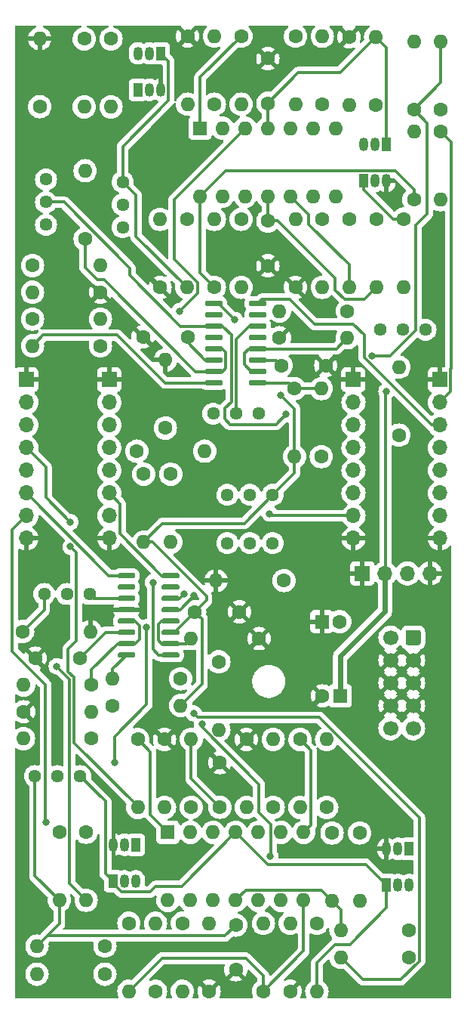
<source format=gbl>
G04 #@! TF.GenerationSoftware,KiCad,Pcbnew,8.0.6-8.0.6-0~ubuntu22.04.1*
G04 #@! TF.CreationDate,2025-01-13T21:54:26+00:00*
G04 #@! TF.ProjectId,Basic_VCA,42617369-635f-4564-9341-2e6b69636164,rev?*
G04 #@! TF.SameCoordinates,Original*
G04 #@! TF.FileFunction,Copper,L2,Bot*
G04 #@! TF.FilePolarity,Positive*
%FSLAX46Y46*%
G04 Gerber Fmt 4.6, Leading zero omitted, Abs format (unit mm)*
G04 Created by KiCad (PCBNEW 8.0.6-8.0.6-0~ubuntu22.04.1) date 2025-01-13 21:54:26*
%MOMM*%
%LPD*%
G01*
G04 APERTURE LIST*
G04 #@! TA.AperFunction,ComponentPad*
%ADD10R,1.700000X1.700000*%
G04 #@! TD*
G04 #@! TA.AperFunction,ComponentPad*
%ADD11O,1.700000X1.700000*%
G04 #@! TD*
G04 #@! TA.AperFunction,ComponentPad*
%ADD12C,1.600000*%
G04 #@! TD*
G04 #@! TA.AperFunction,ComponentPad*
%ADD13O,1.600000X1.600000*%
G04 #@! TD*
G04 #@! TA.AperFunction,ComponentPad*
%ADD14R,1.050000X1.500000*%
G04 #@! TD*
G04 #@! TA.AperFunction,ComponentPad*
%ADD15O,1.050000X1.500000*%
G04 #@! TD*
G04 #@! TA.AperFunction,ComponentPad*
%ADD16C,1.440000*%
G04 #@! TD*
G04 #@! TA.AperFunction,ComponentPad*
%ADD17R,1.600000X1.600000*%
G04 #@! TD*
G04 #@! TA.AperFunction,ComponentPad*
%ADD18C,1.700000*%
G04 #@! TD*
G04 #@! TA.AperFunction,ViaPad*
%ADD19C,0.800000*%
G04 #@! TD*
G04 #@! TA.AperFunction,Conductor*
%ADD20C,0.300000*%
G04 #@! TD*
G04 #@! TA.AperFunction,Conductor*
%ADD21C,0.600000*%
G04 #@! TD*
G04 APERTURE END LIST*
D10*
X93000000Y-76700000D03*
D11*
X93000000Y-79240000D03*
X93000000Y-81780000D03*
X93000000Y-84320000D03*
X93000000Y-86860000D03*
X93000000Y-89400000D03*
X93000000Y-91940000D03*
X93000000Y-94480000D03*
D10*
X56300000Y-76700000D03*
D11*
X56300000Y-79240000D03*
X56300000Y-81780000D03*
X56300000Y-84320000D03*
X56300000Y-86860000D03*
X56300000Y-89400000D03*
X56300000Y-91940000D03*
X56300000Y-94480000D03*
D10*
X94000000Y-98400000D03*
D11*
X96540000Y-98400000D03*
X99080000Y-98400000D03*
X101620000Y-98400000D03*
D10*
X102700000Y-76700000D03*
D11*
X102700000Y-79240000D03*
X102700000Y-81780000D03*
X102700000Y-84320000D03*
X102700000Y-86860000D03*
X102700000Y-89400000D03*
X102700000Y-91940000D03*
X102700000Y-94480000D03*
D10*
X65600000Y-76700000D03*
D11*
X65600000Y-79240000D03*
X65600000Y-81780000D03*
X65600000Y-84320000D03*
X65600000Y-86860000D03*
X65600000Y-89400000D03*
X65600000Y-91940000D03*
X65600000Y-94480000D03*
D12*
X74400000Y-71900000D03*
X69400000Y-71900000D03*
X82900000Y-145220000D03*
D13*
X82900000Y-137600000D03*
D12*
X72500000Y-87280000D03*
D13*
X72500000Y-94900000D03*
D14*
X96670000Y-50320000D03*
D15*
X95400000Y-50320000D03*
X94130000Y-50320000D03*
D12*
X92500000Y-58720000D03*
D13*
X92500000Y-66340000D03*
D12*
X63000000Y-127390000D03*
D13*
X63000000Y-135010000D03*
D12*
X84000000Y-124610000D03*
D13*
X84000000Y-116990000D03*
D12*
X64610000Y-66900000D03*
D13*
X56990000Y-66900000D03*
D12*
X98100000Y-82910000D03*
D13*
X98100000Y-75290000D03*
D12*
X76800000Y-145220000D03*
D13*
X76800000Y-137600000D03*
D12*
X80400000Y-58720000D03*
D13*
X80400000Y-66340000D03*
D12*
X63610000Y-110900000D03*
D13*
X55990000Y-110900000D03*
D12*
X90600000Y-127480000D03*
D13*
X90600000Y-135100000D03*
D12*
X71900000Y-82110000D03*
D13*
X71900000Y-74490000D03*
D12*
X86400000Y-77690000D03*
D13*
X86400000Y-85310000D03*
D12*
X74300000Y-58720000D03*
D13*
X74300000Y-66340000D03*
D12*
X65800000Y-38510000D03*
D13*
X65800000Y-46130000D03*
D12*
X98600000Y-58710000D03*
D13*
X98600000Y-66330000D03*
D12*
X95600000Y-58710000D03*
D13*
X95600000Y-66330000D03*
D14*
X71370000Y-40130000D03*
D15*
X70100000Y-40130000D03*
X68830000Y-40130000D03*
D12*
X67800000Y-137600000D03*
D13*
X67800000Y-145220000D03*
D12*
X85900000Y-145220000D03*
D13*
X85900000Y-137600000D03*
D16*
X58500000Y-54260000D03*
X58500000Y-56800000D03*
X58500000Y-59340000D03*
D12*
X89500000Y-45840000D03*
D13*
X89500000Y-38220000D03*
D12*
X74400000Y-38210000D03*
D13*
X74400000Y-45830000D03*
D12*
X83400000Y-45720000D03*
X83400000Y-40720000D03*
X55880000Y-104902000D03*
D13*
X63500000Y-104902000D03*
D12*
X89500000Y-58720000D03*
D13*
X89500000Y-66340000D03*
D12*
X73600000Y-110200000D03*
D13*
X65980000Y-110200000D03*
D12*
X95500000Y-45920000D03*
D13*
X95500000Y-38300000D03*
D12*
X64610000Y-72900000D03*
D13*
X56990000Y-72900000D03*
D12*
X62300000Y-107900000D03*
X57300000Y-107900000D03*
D14*
X96730000Y-133300000D03*
D15*
X98000000Y-133300000D03*
X99270000Y-133300000D03*
D12*
X68800000Y-117000000D03*
D13*
X68800000Y-124620000D03*
D12*
X65110000Y-140150000D03*
D13*
X57490000Y-140150000D03*
D12*
X77400000Y-45830000D03*
D13*
X77400000Y-38210000D03*
D12*
X102800000Y-46420000D03*
D13*
X102800000Y-38800000D03*
D12*
X86500000Y-38210000D03*
D13*
X86500000Y-45830000D03*
D12*
X55990000Y-113900000D03*
D13*
X63610000Y-113900000D03*
D12*
X77900000Y-108300000D03*
D13*
X77900000Y-115920000D03*
D12*
X99210000Y-141400000D03*
D13*
X91590000Y-141400000D03*
D12*
X99800000Y-56530000D03*
D13*
X99800000Y-48910000D03*
D12*
X88900000Y-137600000D03*
D13*
X88900000Y-145220000D03*
D12*
X70800000Y-145220000D03*
D13*
X70800000Y-137600000D03*
D12*
X84690000Y-72000000D03*
D13*
X92310000Y-72000000D03*
D12*
X62800000Y-38500000D03*
D13*
X62800000Y-46120000D03*
D12*
X85210000Y-99200000D03*
D13*
X77590000Y-99200000D03*
D12*
X68690000Y-84700000D03*
D13*
X76310000Y-84700000D03*
D12*
X82410000Y-105700000D03*
D13*
X74790000Y-105700000D03*
D12*
X60000000Y-127390000D03*
D13*
X60000000Y-135010000D03*
D12*
X74800000Y-124610000D03*
D13*
X74800000Y-116990000D03*
D12*
X57800000Y-46100000D03*
D13*
X57800000Y-38480000D03*
D12*
X65990000Y-113200000D03*
D13*
X73610000Y-113200000D03*
D16*
X78860000Y-89600000D03*
X81400000Y-89600000D03*
X83940000Y-89600000D03*
X78860000Y-95000000D03*
X81400000Y-95000000D03*
X83940000Y-95000000D03*
D17*
X89460000Y-103800000D03*
D12*
X91460000Y-103800000D03*
X81000000Y-117000000D03*
D13*
X81000000Y-124620000D03*
D12*
X69460000Y-87280000D03*
D13*
X69460000Y-94900000D03*
D12*
X93700000Y-127480000D03*
D13*
X93700000Y-135100000D03*
D12*
X92310000Y-69000000D03*
D13*
X84690000Y-69000000D03*
D12*
X86500000Y-66340000D03*
D13*
X86500000Y-58720000D03*
D16*
X96010000Y-71100000D03*
X98550000Y-71100000D03*
X101090000Y-71100000D03*
D12*
X73800000Y-137600000D03*
D13*
X73800000Y-145220000D03*
D17*
X72175000Y-127400000D03*
D13*
X74715000Y-127400000D03*
X77255000Y-127400000D03*
X79795000Y-127400000D03*
X82335000Y-127400000D03*
X84875000Y-127400000D03*
X87415000Y-127400000D03*
X87415000Y-135020000D03*
X84875000Y-135020000D03*
X82335000Y-135020000D03*
X79795000Y-135020000D03*
X77255000Y-135020000D03*
X74715000Y-135020000D03*
X72175000Y-135020000D03*
G04 #@! TA.AperFunction,SMDPad,CuDef*
G36*
G01*
X73450000Y-98505000D02*
X73450000Y-98805000D01*
G75*
G02*
X73300000Y-98955000I-150000J0D01*
G01*
X71650000Y-98955000D01*
G75*
G02*
X71500000Y-98805000I0J150000D01*
G01*
X71500000Y-98505000D01*
G75*
G02*
X71650000Y-98355000I150000J0D01*
G01*
X73300000Y-98355000D01*
G75*
G02*
X73450000Y-98505000I0J-150000D01*
G01*
G37*
G04 #@! TD.AperFunction*
G04 #@! TA.AperFunction,SMDPad,CuDef*
G36*
G01*
X73450000Y-99775000D02*
X73450000Y-100075000D01*
G75*
G02*
X73300000Y-100225000I-150000J0D01*
G01*
X71650000Y-100225000D01*
G75*
G02*
X71500000Y-100075000I0J150000D01*
G01*
X71500000Y-99775000D01*
G75*
G02*
X71650000Y-99625000I150000J0D01*
G01*
X73300000Y-99625000D01*
G75*
G02*
X73450000Y-99775000I0J-150000D01*
G01*
G37*
G04 #@! TD.AperFunction*
G04 #@! TA.AperFunction,SMDPad,CuDef*
G36*
G01*
X73450000Y-101045000D02*
X73450000Y-101345000D01*
G75*
G02*
X73300000Y-101495000I-150000J0D01*
G01*
X71650000Y-101495000D01*
G75*
G02*
X71500000Y-101345000I0J150000D01*
G01*
X71500000Y-101045000D01*
G75*
G02*
X71650000Y-100895000I150000J0D01*
G01*
X73300000Y-100895000D01*
G75*
G02*
X73450000Y-101045000I0J-150000D01*
G01*
G37*
G04 #@! TD.AperFunction*
G04 #@! TA.AperFunction,SMDPad,CuDef*
G36*
G01*
X73450000Y-102315000D02*
X73450000Y-102615000D01*
G75*
G02*
X73300000Y-102765000I-150000J0D01*
G01*
X71650000Y-102765000D01*
G75*
G02*
X71500000Y-102615000I0J150000D01*
G01*
X71500000Y-102315000D01*
G75*
G02*
X71650000Y-102165000I150000J0D01*
G01*
X73300000Y-102165000D01*
G75*
G02*
X73450000Y-102315000I0J-150000D01*
G01*
G37*
G04 #@! TD.AperFunction*
G04 #@! TA.AperFunction,SMDPad,CuDef*
G36*
G01*
X73450000Y-103585000D02*
X73450000Y-103885000D01*
G75*
G02*
X73300000Y-104035000I-150000J0D01*
G01*
X71650000Y-104035000D01*
G75*
G02*
X71500000Y-103885000I0J150000D01*
G01*
X71500000Y-103585000D01*
G75*
G02*
X71650000Y-103435000I150000J0D01*
G01*
X73300000Y-103435000D01*
G75*
G02*
X73450000Y-103585000I0J-150000D01*
G01*
G37*
G04 #@! TD.AperFunction*
G04 #@! TA.AperFunction,SMDPad,CuDef*
G36*
G01*
X73450000Y-104855000D02*
X73450000Y-105155000D01*
G75*
G02*
X73300000Y-105305000I-150000J0D01*
G01*
X71650000Y-105305000D01*
G75*
G02*
X71500000Y-105155000I0J150000D01*
G01*
X71500000Y-104855000D01*
G75*
G02*
X71650000Y-104705000I150000J0D01*
G01*
X73300000Y-104705000D01*
G75*
G02*
X73450000Y-104855000I0J-150000D01*
G01*
G37*
G04 #@! TD.AperFunction*
G04 #@! TA.AperFunction,SMDPad,CuDef*
G36*
G01*
X73450000Y-106125000D02*
X73450000Y-106425000D01*
G75*
G02*
X73300000Y-106575000I-150000J0D01*
G01*
X71650000Y-106575000D01*
G75*
G02*
X71500000Y-106425000I0J150000D01*
G01*
X71500000Y-106125000D01*
G75*
G02*
X71650000Y-105975000I150000J0D01*
G01*
X73300000Y-105975000D01*
G75*
G02*
X73450000Y-106125000I0J-150000D01*
G01*
G37*
G04 #@! TD.AperFunction*
G04 #@! TA.AperFunction,SMDPad,CuDef*
G36*
G01*
X73450000Y-107395000D02*
X73450000Y-107695000D01*
G75*
G02*
X73300000Y-107845000I-150000J0D01*
G01*
X71650000Y-107845000D01*
G75*
G02*
X71500000Y-107695000I0J150000D01*
G01*
X71500000Y-107395000D01*
G75*
G02*
X71650000Y-107245000I150000J0D01*
G01*
X73300000Y-107245000D01*
G75*
G02*
X73450000Y-107395000I0J-150000D01*
G01*
G37*
G04 #@! TD.AperFunction*
G04 #@! TA.AperFunction,SMDPad,CuDef*
G36*
G01*
X68500000Y-107395000D02*
X68500000Y-107695000D01*
G75*
G02*
X68350000Y-107845000I-150000J0D01*
G01*
X66700000Y-107845000D01*
G75*
G02*
X66550000Y-107695000I0J150000D01*
G01*
X66550000Y-107395000D01*
G75*
G02*
X66700000Y-107245000I150000J0D01*
G01*
X68350000Y-107245000D01*
G75*
G02*
X68500000Y-107395000I0J-150000D01*
G01*
G37*
G04 #@! TD.AperFunction*
G04 #@! TA.AperFunction,SMDPad,CuDef*
G36*
G01*
X68500000Y-106125000D02*
X68500000Y-106425000D01*
G75*
G02*
X68350000Y-106575000I-150000J0D01*
G01*
X66700000Y-106575000D01*
G75*
G02*
X66550000Y-106425000I0J150000D01*
G01*
X66550000Y-106125000D01*
G75*
G02*
X66700000Y-105975000I150000J0D01*
G01*
X68350000Y-105975000D01*
G75*
G02*
X68500000Y-106125000I0J-150000D01*
G01*
G37*
G04 #@! TD.AperFunction*
G04 #@! TA.AperFunction,SMDPad,CuDef*
G36*
G01*
X68500000Y-104855000D02*
X68500000Y-105155000D01*
G75*
G02*
X68350000Y-105305000I-150000J0D01*
G01*
X66700000Y-105305000D01*
G75*
G02*
X66550000Y-105155000I0J150000D01*
G01*
X66550000Y-104855000D01*
G75*
G02*
X66700000Y-104705000I150000J0D01*
G01*
X68350000Y-104705000D01*
G75*
G02*
X68500000Y-104855000I0J-150000D01*
G01*
G37*
G04 #@! TD.AperFunction*
G04 #@! TA.AperFunction,SMDPad,CuDef*
G36*
G01*
X68500000Y-103585000D02*
X68500000Y-103885000D01*
G75*
G02*
X68350000Y-104035000I-150000J0D01*
G01*
X66700000Y-104035000D01*
G75*
G02*
X66550000Y-103885000I0J150000D01*
G01*
X66550000Y-103585000D01*
G75*
G02*
X66700000Y-103435000I150000J0D01*
G01*
X68350000Y-103435000D01*
G75*
G02*
X68500000Y-103585000I0J-150000D01*
G01*
G37*
G04 #@! TD.AperFunction*
G04 #@! TA.AperFunction,SMDPad,CuDef*
G36*
G01*
X68500000Y-102315000D02*
X68500000Y-102615000D01*
G75*
G02*
X68350000Y-102765000I-150000J0D01*
G01*
X66700000Y-102765000D01*
G75*
G02*
X66550000Y-102615000I0J150000D01*
G01*
X66550000Y-102315000D01*
G75*
G02*
X66700000Y-102165000I150000J0D01*
G01*
X68350000Y-102165000D01*
G75*
G02*
X68500000Y-102315000I0J-150000D01*
G01*
G37*
G04 #@! TD.AperFunction*
G04 #@! TA.AperFunction,SMDPad,CuDef*
G36*
G01*
X68500000Y-101045000D02*
X68500000Y-101345000D01*
G75*
G02*
X68350000Y-101495000I-150000J0D01*
G01*
X66700000Y-101495000D01*
G75*
G02*
X66550000Y-101345000I0J150000D01*
G01*
X66550000Y-101045000D01*
G75*
G02*
X66700000Y-100895000I150000J0D01*
G01*
X68350000Y-100895000D01*
G75*
G02*
X68500000Y-101045000I0J-150000D01*
G01*
G37*
G04 #@! TD.AperFunction*
G04 #@! TA.AperFunction,SMDPad,CuDef*
G36*
G01*
X68500000Y-99775000D02*
X68500000Y-100075000D01*
G75*
G02*
X68350000Y-100225000I-150000J0D01*
G01*
X66700000Y-100225000D01*
G75*
G02*
X66550000Y-100075000I0J150000D01*
G01*
X66550000Y-99775000D01*
G75*
G02*
X66700000Y-99625000I150000J0D01*
G01*
X68350000Y-99625000D01*
G75*
G02*
X68500000Y-99775000I0J-150000D01*
G01*
G37*
G04 #@! TD.AperFunction*
G04 #@! TA.AperFunction,SMDPad,CuDef*
G36*
G01*
X68500000Y-98505000D02*
X68500000Y-98805000D01*
G75*
G02*
X68350000Y-98955000I-150000J0D01*
G01*
X66700000Y-98955000D01*
G75*
G02*
X66550000Y-98805000I0J150000D01*
G01*
X66550000Y-98505000D01*
G75*
G02*
X66700000Y-98355000I150000J0D01*
G01*
X68350000Y-98355000D01*
G75*
G02*
X68500000Y-98505000I0J-150000D01*
G01*
G37*
G04 #@! TD.AperFunction*
D12*
X102800000Y-48910000D03*
D13*
X102800000Y-56530000D03*
D12*
X87000000Y-116990000D03*
D13*
X87000000Y-124610000D03*
D14*
X68830000Y-44220000D03*
D15*
X70100000Y-44220000D03*
X71370000Y-44220000D03*
D12*
X92500000Y-38300000D03*
D13*
X92500000Y-45920000D03*
D12*
X71300000Y-66350000D03*
D13*
X71300000Y-58730000D03*
D12*
X79800000Y-142800000D03*
X79800000Y-137800000D03*
X62900000Y-60910000D03*
D13*
X62900000Y-53290000D03*
D12*
X71800000Y-116990000D03*
D13*
X71800000Y-124610000D03*
D14*
X99270000Y-129270000D03*
D15*
X98000000Y-129270000D03*
X96730000Y-129270000D03*
D16*
X62340000Y-121100000D03*
X59800000Y-121100000D03*
X57260000Y-121100000D03*
D12*
X80200000Y-102700000D03*
X75200000Y-102700000D03*
X99230000Y-138400000D03*
D13*
X91610000Y-138400000D03*
D12*
X83400000Y-63920000D03*
X83400000Y-58920000D03*
X89400000Y-85310000D03*
D13*
X89400000Y-77690000D03*
D12*
X63600000Y-116900000D03*
D13*
X55980000Y-116900000D03*
D16*
X63380000Y-100700000D03*
X60840000Y-100700000D03*
X58300000Y-100700000D03*
D12*
X90000000Y-124610000D03*
D13*
X90000000Y-116990000D03*
G04 #@! TA.AperFunction,ComponentPad*
G36*
G01*
X100550000Y-104980000D02*
X100550000Y-106180000D01*
G75*
G02*
X100300000Y-106430000I-250000J0D01*
G01*
X99100000Y-106430000D01*
G75*
G02*
X98850000Y-106180000I0J250000D01*
G01*
X98850000Y-104980000D01*
G75*
G02*
X99100000Y-104730000I250000J0D01*
G01*
X100300000Y-104730000D01*
G75*
G02*
X100550000Y-104980000I0J-250000D01*
G01*
G37*
G04 #@! TD.AperFunction*
D18*
X97160000Y-105580000D03*
X99700000Y-108120000D03*
X97160000Y-108120000D03*
X99700000Y-110660000D03*
X97160000Y-110660000D03*
X99700000Y-113200000D03*
X97160000Y-113200000D03*
X99700000Y-115740000D03*
X97160000Y-115740000D03*
D12*
X77400000Y-66340000D03*
D13*
X77400000Y-58720000D03*
D17*
X91515112Y-112120000D03*
D12*
X89515112Y-112120000D03*
X65110000Y-143300000D03*
D13*
X57490000Y-143300000D03*
D12*
X56990000Y-63900000D03*
D13*
X64610000Y-63900000D03*
D12*
X56990000Y-69900000D03*
D13*
X64610000Y-69900000D03*
D12*
X78000000Y-124600000D03*
X78000000Y-119600000D03*
D17*
X75775000Y-48520000D03*
D13*
X78315000Y-48520000D03*
X80855000Y-48520000D03*
X83395000Y-48520000D03*
X85935000Y-48520000D03*
X88475000Y-48520000D03*
X91015000Y-48520000D03*
X91015000Y-56140000D03*
X88475000Y-56140000D03*
X85935000Y-56140000D03*
X83395000Y-56140000D03*
X80855000Y-56140000D03*
X78315000Y-56140000D03*
X75775000Y-56140000D03*
D16*
X77260000Y-80500000D03*
X79800000Y-80500000D03*
X82340000Y-80500000D03*
D12*
X89900000Y-75100000D03*
X84900000Y-75100000D03*
G04 #@! TA.AperFunction,SMDPad,CuDef*
G36*
G01*
X83250000Y-68005000D02*
X83250000Y-68305000D01*
G75*
G02*
X83100000Y-68455000I-150000J0D01*
G01*
X81450000Y-68455000D01*
G75*
G02*
X81300000Y-68305000I0J150000D01*
G01*
X81300000Y-68005000D01*
G75*
G02*
X81450000Y-67855000I150000J0D01*
G01*
X83100000Y-67855000D01*
G75*
G02*
X83250000Y-68005000I0J-150000D01*
G01*
G37*
G04 #@! TD.AperFunction*
G04 #@! TA.AperFunction,SMDPad,CuDef*
G36*
G01*
X83250000Y-69275000D02*
X83250000Y-69575000D01*
G75*
G02*
X83100000Y-69725000I-150000J0D01*
G01*
X81450000Y-69725000D01*
G75*
G02*
X81300000Y-69575000I0J150000D01*
G01*
X81300000Y-69275000D01*
G75*
G02*
X81450000Y-69125000I150000J0D01*
G01*
X83100000Y-69125000D01*
G75*
G02*
X83250000Y-69275000I0J-150000D01*
G01*
G37*
G04 #@! TD.AperFunction*
G04 #@! TA.AperFunction,SMDPad,CuDef*
G36*
G01*
X83250000Y-70545000D02*
X83250000Y-70845000D01*
G75*
G02*
X83100000Y-70995000I-150000J0D01*
G01*
X81450000Y-70995000D01*
G75*
G02*
X81300000Y-70845000I0J150000D01*
G01*
X81300000Y-70545000D01*
G75*
G02*
X81450000Y-70395000I150000J0D01*
G01*
X83100000Y-70395000D01*
G75*
G02*
X83250000Y-70545000I0J-150000D01*
G01*
G37*
G04 #@! TD.AperFunction*
G04 #@! TA.AperFunction,SMDPad,CuDef*
G36*
G01*
X83250000Y-71815000D02*
X83250000Y-72115000D01*
G75*
G02*
X83100000Y-72265000I-150000J0D01*
G01*
X81450000Y-72265000D01*
G75*
G02*
X81300000Y-72115000I0J150000D01*
G01*
X81300000Y-71815000D01*
G75*
G02*
X81450000Y-71665000I150000J0D01*
G01*
X83100000Y-71665000D01*
G75*
G02*
X83250000Y-71815000I0J-150000D01*
G01*
G37*
G04 #@! TD.AperFunction*
G04 #@! TA.AperFunction,SMDPad,CuDef*
G36*
G01*
X83250000Y-73085000D02*
X83250000Y-73385000D01*
G75*
G02*
X83100000Y-73535000I-150000J0D01*
G01*
X81450000Y-73535000D01*
G75*
G02*
X81300000Y-73385000I0J150000D01*
G01*
X81300000Y-73085000D01*
G75*
G02*
X81450000Y-72935000I150000J0D01*
G01*
X83100000Y-72935000D01*
G75*
G02*
X83250000Y-73085000I0J-150000D01*
G01*
G37*
G04 #@! TD.AperFunction*
G04 #@! TA.AperFunction,SMDPad,CuDef*
G36*
G01*
X83250000Y-74355000D02*
X83250000Y-74655000D01*
G75*
G02*
X83100000Y-74805000I-150000J0D01*
G01*
X81450000Y-74805000D01*
G75*
G02*
X81300000Y-74655000I0J150000D01*
G01*
X81300000Y-74355000D01*
G75*
G02*
X81450000Y-74205000I150000J0D01*
G01*
X83100000Y-74205000D01*
G75*
G02*
X83250000Y-74355000I0J-150000D01*
G01*
G37*
G04 #@! TD.AperFunction*
G04 #@! TA.AperFunction,SMDPad,CuDef*
G36*
G01*
X83250000Y-75625000D02*
X83250000Y-75925000D01*
G75*
G02*
X83100000Y-76075000I-150000J0D01*
G01*
X81450000Y-76075000D01*
G75*
G02*
X81300000Y-75925000I0J150000D01*
G01*
X81300000Y-75625000D01*
G75*
G02*
X81450000Y-75475000I150000J0D01*
G01*
X83100000Y-75475000D01*
G75*
G02*
X83250000Y-75625000I0J-150000D01*
G01*
G37*
G04 #@! TD.AperFunction*
G04 #@! TA.AperFunction,SMDPad,CuDef*
G36*
G01*
X83250000Y-76895000D02*
X83250000Y-77195000D01*
G75*
G02*
X83100000Y-77345000I-150000J0D01*
G01*
X81450000Y-77345000D01*
G75*
G02*
X81300000Y-77195000I0J150000D01*
G01*
X81300000Y-76895000D01*
G75*
G02*
X81450000Y-76745000I150000J0D01*
G01*
X83100000Y-76745000D01*
G75*
G02*
X83250000Y-76895000I0J-150000D01*
G01*
G37*
G04 #@! TD.AperFunction*
G04 #@! TA.AperFunction,SMDPad,CuDef*
G36*
G01*
X78300000Y-76895000D02*
X78300000Y-77195000D01*
G75*
G02*
X78150000Y-77345000I-150000J0D01*
G01*
X76500000Y-77345000D01*
G75*
G02*
X76350000Y-77195000I0J150000D01*
G01*
X76350000Y-76895000D01*
G75*
G02*
X76500000Y-76745000I150000J0D01*
G01*
X78150000Y-76745000D01*
G75*
G02*
X78300000Y-76895000I0J-150000D01*
G01*
G37*
G04 #@! TD.AperFunction*
G04 #@! TA.AperFunction,SMDPad,CuDef*
G36*
G01*
X78300000Y-75625000D02*
X78300000Y-75925000D01*
G75*
G02*
X78150000Y-76075000I-150000J0D01*
G01*
X76500000Y-76075000D01*
G75*
G02*
X76350000Y-75925000I0J150000D01*
G01*
X76350000Y-75625000D01*
G75*
G02*
X76500000Y-75475000I150000J0D01*
G01*
X78150000Y-75475000D01*
G75*
G02*
X78300000Y-75625000I0J-150000D01*
G01*
G37*
G04 #@! TD.AperFunction*
G04 #@! TA.AperFunction,SMDPad,CuDef*
G36*
G01*
X78300000Y-74355000D02*
X78300000Y-74655000D01*
G75*
G02*
X78150000Y-74805000I-150000J0D01*
G01*
X76500000Y-74805000D01*
G75*
G02*
X76350000Y-74655000I0J150000D01*
G01*
X76350000Y-74355000D01*
G75*
G02*
X76500000Y-74205000I150000J0D01*
G01*
X78150000Y-74205000D01*
G75*
G02*
X78300000Y-74355000I0J-150000D01*
G01*
G37*
G04 #@! TD.AperFunction*
G04 #@! TA.AperFunction,SMDPad,CuDef*
G36*
G01*
X78300000Y-73085000D02*
X78300000Y-73385000D01*
G75*
G02*
X78150000Y-73535000I-150000J0D01*
G01*
X76500000Y-73535000D01*
G75*
G02*
X76350000Y-73385000I0J150000D01*
G01*
X76350000Y-73085000D01*
G75*
G02*
X76500000Y-72935000I150000J0D01*
G01*
X78150000Y-72935000D01*
G75*
G02*
X78300000Y-73085000I0J-150000D01*
G01*
G37*
G04 #@! TD.AperFunction*
G04 #@! TA.AperFunction,SMDPad,CuDef*
G36*
G01*
X78300000Y-71815000D02*
X78300000Y-72115000D01*
G75*
G02*
X78150000Y-72265000I-150000J0D01*
G01*
X76500000Y-72265000D01*
G75*
G02*
X76350000Y-72115000I0J150000D01*
G01*
X76350000Y-71815000D01*
G75*
G02*
X76500000Y-71665000I150000J0D01*
G01*
X78150000Y-71665000D01*
G75*
G02*
X78300000Y-71815000I0J-150000D01*
G01*
G37*
G04 #@! TD.AperFunction*
G04 #@! TA.AperFunction,SMDPad,CuDef*
G36*
G01*
X78300000Y-70545000D02*
X78300000Y-70845000D01*
G75*
G02*
X78150000Y-70995000I-150000J0D01*
G01*
X76500000Y-70995000D01*
G75*
G02*
X76350000Y-70845000I0J150000D01*
G01*
X76350000Y-70545000D01*
G75*
G02*
X76500000Y-70395000I150000J0D01*
G01*
X78150000Y-70395000D01*
G75*
G02*
X78300000Y-70545000I0J-150000D01*
G01*
G37*
G04 #@! TD.AperFunction*
G04 #@! TA.AperFunction,SMDPad,CuDef*
G36*
G01*
X78300000Y-69275000D02*
X78300000Y-69575000D01*
G75*
G02*
X78150000Y-69725000I-150000J0D01*
G01*
X76500000Y-69725000D01*
G75*
G02*
X76350000Y-69575000I0J150000D01*
G01*
X76350000Y-69275000D01*
G75*
G02*
X76500000Y-69125000I150000J0D01*
G01*
X78150000Y-69125000D01*
G75*
G02*
X78300000Y-69275000I0J-150000D01*
G01*
G37*
G04 #@! TD.AperFunction*
G04 #@! TA.AperFunction,SMDPad,CuDef*
G36*
G01*
X78300000Y-68005000D02*
X78300000Y-68305000D01*
G75*
G02*
X78150000Y-68455000I-150000J0D01*
G01*
X76500000Y-68455000D01*
G75*
G02*
X76350000Y-68305000I0J150000D01*
G01*
X76350000Y-68005000D01*
G75*
G02*
X76500000Y-67855000I150000J0D01*
G01*
X78150000Y-67855000D01*
G75*
G02*
X78300000Y-68005000I0J-150000D01*
G01*
G37*
G04 #@! TD.AperFunction*
D14*
X66030000Y-132900000D03*
D15*
X67300000Y-132900000D03*
X68570000Y-132900000D03*
D16*
X67100000Y-54530000D03*
X67100000Y-57070000D03*
X67100000Y-59610000D03*
D14*
X94130000Y-54420000D03*
D15*
X95400000Y-54420000D03*
X96670000Y-54420000D03*
D12*
X80400000Y-38210000D03*
D13*
X80400000Y-45830000D03*
D12*
X99800000Y-46420000D03*
D13*
X99800000Y-38800000D03*
D14*
X68600238Y-128800000D03*
D15*
X67330238Y-128800000D03*
X66060238Y-128800000D03*
D19*
X95400000Y-86700000D03*
X57400000Y-115400000D03*
X60800000Y-102700000D03*
X95700000Y-126700000D03*
X80700000Y-84700000D03*
X66500000Y-68800000D03*
X83400000Y-38700000D03*
X71800000Y-109600000D03*
X63800000Y-129400000D03*
X63500000Y-102700000D03*
X64100000Y-137000000D03*
X59200000Y-48800000D03*
X98700000Y-87900000D03*
X71900000Y-49500000D03*
X58400000Y-136900000D03*
X71800000Y-110500000D03*
X65100000Y-49000000D03*
X57800000Y-136100000D03*
X71800000Y-111400000D03*
X71100000Y-54400000D03*
X80000000Y-145200000D03*
X56900000Y-99000000D03*
X71100000Y-55300000D03*
X75100000Y-100900000D03*
X64200000Y-49000000D03*
X98700000Y-87000000D03*
X56900000Y-98100000D03*
X98000000Y-56000000D03*
X65100000Y-137000000D03*
X72800000Y-49500000D03*
X81600000Y-84700000D03*
X64500000Y-102700000D03*
X79800000Y-84700000D03*
X86700000Y-72100000D03*
X95400000Y-87600000D03*
X59200000Y-47900000D03*
X96700000Y-78000000D03*
X84800000Y-78400000D03*
X61250000Y-92650000D03*
X61250000Y-95410659D03*
X59700000Y-108800000D03*
X58500000Y-126300000D03*
X83600000Y-91700000D03*
X74000000Y-100700000D03*
X83650000Y-130050000D03*
X76000000Y-115300000D03*
X75100000Y-114100000D03*
X69750000Y-104449999D03*
X66200000Y-119600000D03*
X85430331Y-80569669D03*
X73500000Y-69000000D03*
X79700000Y-70000000D03*
X95080331Y-74019669D03*
X70500000Y-99400000D03*
D20*
X72475000Y-102465000D02*
X73535000Y-102465000D01*
X73535000Y-102465000D02*
X75100000Y-100900000D01*
X72245000Y-41005000D02*
X71370000Y-40130000D01*
D21*
X91515112Y-107684888D02*
X91515112Y-112120000D01*
D20*
X68600000Y-56030000D02*
X67100000Y-54530000D01*
X96600000Y-78100000D02*
X96700000Y-78000000D01*
D21*
X96540000Y-102660000D02*
X91515112Y-107684888D01*
D20*
X88900000Y-145220000D02*
X88900000Y-142000000D01*
X91500000Y-42300000D02*
X86820000Y-42300000D01*
X74800000Y-121400000D02*
X74800000Y-116990000D01*
X74300000Y-66340000D02*
X68600000Y-60640000D01*
X67525000Y-105005000D02*
X65195000Y-105005000D01*
D21*
X96540000Y-98400000D02*
X96540000Y-102660000D01*
D20*
X67100000Y-50600000D02*
X72245000Y-45455000D01*
X88900000Y-142000000D02*
X90900000Y-140000000D01*
X79795000Y-127400000D02*
X73707563Y-133487437D01*
X73707563Y-133487437D02*
X70812563Y-133487437D01*
X68600000Y-60640000D02*
X68600000Y-56030000D01*
X65195000Y-105005000D02*
X62300000Y-107900000D01*
X77325000Y-74505000D02*
X76350001Y-74505000D01*
X76350001Y-74505000D02*
X74400000Y-72554999D01*
X83400000Y-48515000D02*
X83395000Y-48520000D01*
X96600000Y-98340000D02*
X96600000Y-78100000D01*
X94430000Y-131000000D02*
X83395000Y-131000000D01*
X83400000Y-45720000D02*
X83400000Y-48515000D01*
X65185238Y-123945238D02*
X62340000Y-121100000D01*
X72245000Y-45455000D02*
X72245000Y-41005000D01*
X96670000Y-39470000D02*
X95500000Y-38300000D01*
X67005000Y-134100000D02*
X66030000Y-133125000D01*
X66030000Y-132900000D02*
X65185238Y-132055238D01*
X66030000Y-133125000D02*
X66030000Y-132900000D01*
X95500000Y-38300000D02*
X91500000Y-42300000D01*
X96730000Y-133300000D02*
X94430000Y-131000000D01*
X70812563Y-133487437D02*
X70200000Y-134100000D01*
X74400000Y-72554999D02*
X74400000Y-71900000D01*
X90900000Y-140000000D02*
X92600000Y-140000000D01*
X92600000Y-140000000D02*
X96730000Y-135870000D01*
X86820000Y-42300000D02*
X83400000Y-45720000D01*
X70200000Y-134100000D02*
X67005000Y-134100000D01*
X67100000Y-54530000D02*
X67100000Y-50600000D01*
X96540000Y-98400000D02*
X96600000Y-98340000D01*
X96730000Y-135870000D02*
X96730000Y-133300000D01*
X83395000Y-131000000D02*
X79795000Y-127400000D01*
X65185238Y-132055238D02*
X65185238Y-123945238D01*
X96670000Y-50320000D02*
X96670000Y-39470000D01*
X78000000Y-124600000D02*
X74800000Y-121400000D01*
X57260000Y-132270000D02*
X57260000Y-121100000D01*
X83940000Y-89600000D02*
X86400000Y-87140000D01*
X84305000Y-74505000D02*
X84900000Y-75100000D01*
X90968197Y-66668197D02*
X92000000Y-67700000D01*
X60000000Y-135010000D02*
X60000000Y-137640000D01*
X79795000Y-135020000D02*
X80945000Y-133870000D01*
X83940000Y-89600000D02*
X80740000Y-92800000D01*
X91610000Y-136110000D02*
X90600000Y-135100000D01*
X90968197Y-65356827D02*
X90968197Y-66668197D01*
X83400000Y-56145000D02*
X83395000Y-56140000D01*
X72895000Y-105005000D02*
X75200000Y-102700000D01*
X86400000Y-80000000D02*
X84800000Y-78400000D01*
X60000000Y-137640000D02*
X58640000Y-139000000D01*
X75200000Y-102700000D02*
X76500000Y-101400000D01*
X79800000Y-137800000D02*
X78600000Y-139000000D01*
X89370000Y-133870000D02*
X90600000Y-135100000D01*
X60000000Y-135010000D02*
X57260000Y-132270000D01*
X82275000Y-74505000D02*
X84305000Y-74505000D01*
X76500000Y-101400000D02*
X76500000Y-100993738D01*
X58640000Y-139000000D02*
X57490000Y-140150000D01*
X83400000Y-58920000D02*
X83400000Y-56145000D01*
X86400000Y-85310000D02*
X86400000Y-80000000D01*
X72475000Y-105005000D02*
X72895000Y-105005000D01*
X91610000Y-138400000D02*
X91610000Y-136110000D01*
X70406262Y-94900000D02*
X69460000Y-94900000D01*
X86400000Y-87140000D02*
X86400000Y-85310000D01*
X76500000Y-100993738D02*
X70406262Y-94900000D01*
X80740000Y-92800000D02*
X71560000Y-92800000D01*
X75999999Y-110810001D02*
X73610000Y-113200000D01*
X75200000Y-102700000D02*
X75999999Y-103499999D01*
X71560000Y-92800000D02*
X69460000Y-94900000D01*
X80945000Y-133870000D02*
X89370000Y-133870000D01*
X84531370Y-58920000D02*
X90968197Y-65356827D01*
X92000000Y-67700000D02*
X94230000Y-67700000D01*
X78600000Y-139000000D02*
X58640000Y-139000000D01*
X94230000Y-67700000D02*
X95600000Y-66330000D01*
X75999999Y-103499999D02*
X75999999Y-110810001D01*
X83400000Y-58920000D02*
X84531370Y-58920000D01*
X67525000Y-101195000D02*
X63875000Y-101195000D01*
X63875000Y-101195000D02*
X63380000Y-100700000D01*
X68800000Y-124500000D02*
X68800000Y-124620000D01*
X61000000Y-106900000D02*
X61000000Y-109392894D01*
X61250000Y-92650000D02*
X58500000Y-89900000D01*
X58500000Y-86520000D02*
X56300000Y-84320000D01*
X61910000Y-105990000D02*
X61000000Y-106900000D01*
X58500000Y-89900000D02*
X58500000Y-86520000D01*
X61250000Y-95410659D02*
X61910000Y-96070659D01*
X61650000Y-117350000D02*
X68800000Y-124500000D01*
X61650000Y-110042894D02*
X61650000Y-117350000D01*
X61910000Y-96070659D02*
X61910000Y-105990000D01*
X61000000Y-109392894D02*
X61650000Y-110042894D01*
X61150000Y-110250000D02*
X61150000Y-133160000D01*
X61150000Y-133160000D02*
X63000000Y-135010000D01*
X59700000Y-108800000D02*
X61150000Y-110250000D01*
X65555000Y-98655000D02*
X67525000Y-98655000D01*
X56300000Y-89400000D02*
X65555000Y-98655000D01*
X58450000Y-110850000D02*
X54730000Y-107130000D01*
X58500000Y-126300000D02*
X58450000Y-126250000D01*
X58450000Y-126250000D02*
X58450000Y-110850000D01*
X54730000Y-107130000D02*
X54730000Y-93510000D01*
X54730000Y-93510000D02*
X56300000Y-91940000D01*
X93000000Y-91940000D02*
X83840000Y-91940000D01*
X83840000Y-91940000D02*
X83600000Y-91700000D01*
X73505000Y-101195000D02*
X74000000Y-100700000D01*
X72475000Y-101195000D02*
X73505000Y-101195000D01*
X83725000Y-129975000D02*
X83725000Y-126525000D01*
X82400000Y-122046346D02*
X76000000Y-115646346D01*
X82400000Y-125200000D02*
X82400000Y-122046346D01*
X83650000Y-130050000D02*
X83725000Y-129975000D01*
X76000000Y-115646346D02*
X76000000Y-115300000D01*
X83725000Y-126525000D02*
X82400000Y-125200000D01*
X98336346Y-143900000D02*
X94090000Y-143900000D01*
X89186346Y-114550000D02*
X100400000Y-125763654D01*
X75100000Y-114100000D02*
X75550000Y-114550000D01*
X100400000Y-125763654D02*
X100400000Y-141836346D01*
X94090000Y-143900000D02*
X91590000Y-141400000D01*
X75550000Y-114550000D02*
X89186346Y-114550000D01*
X100400000Y-141836346D02*
X98336346Y-143900000D01*
X66800000Y-93954999D02*
X66800000Y-90600000D01*
X72475000Y-98655000D02*
X71500001Y-98655000D01*
X71500001Y-98655000D02*
X66800000Y-93954999D01*
X66800000Y-90600000D02*
X65600000Y-89400000D01*
X70200000Y-118400000D02*
X68800000Y-117000000D01*
X72175000Y-127400000D02*
X70200000Y-125425000D01*
X70200000Y-125425000D02*
X70200000Y-118400000D01*
X69800000Y-104499999D02*
X69800000Y-113100000D01*
X69750000Y-104449999D02*
X69800000Y-104499999D01*
X69800000Y-113100000D02*
X66200000Y-116700000D01*
X66200000Y-116700000D02*
X66200000Y-119600000D01*
X78600000Y-79900000D02*
X78600000Y-81100000D01*
X79300000Y-79200000D02*
X78600000Y-79900000D01*
X79200000Y-81700000D02*
X84300000Y-81700000D01*
X77325000Y-70695000D02*
X78299999Y-70695000D01*
X77325000Y-70695000D02*
X73595000Y-70695000D01*
X78299999Y-70695000D02*
X79300000Y-71695001D01*
X60500000Y-56800000D02*
X58500000Y-56800000D01*
X84300000Y-81700000D02*
X85430331Y-80569669D01*
X73595000Y-70695000D02*
X67900000Y-65000000D01*
X67900000Y-64200000D02*
X60500000Y-56800000D01*
X78600000Y-81100000D02*
X79200000Y-81700000D01*
X67900000Y-65000000D02*
X67900000Y-64200000D01*
X79300000Y-71695001D02*
X79300000Y-79200000D01*
X80855000Y-48520000D02*
X72900000Y-56475000D01*
X75500000Y-65800000D02*
X75500000Y-67000000D01*
X72900000Y-63200000D02*
X75500000Y-65800000D01*
X75500000Y-67000000D02*
X73500000Y-69000000D01*
X72900000Y-56475000D02*
X72900000Y-63200000D01*
X77855000Y-68155000D02*
X77325000Y-68155000D01*
X79700000Y-70000000D02*
X77855000Y-68155000D01*
X101300000Y-58100000D02*
X101300000Y-47920000D01*
X102800000Y-43420000D02*
X99800000Y-46420000D01*
X100000000Y-59400000D02*
X101300000Y-58100000D01*
X95080331Y-74019669D02*
X97143540Y-74019669D01*
X97143540Y-74019669D02*
X100000000Y-71163209D01*
X101300000Y-47920000D02*
X99800000Y-46420000D01*
X100000000Y-71163209D02*
X100000000Y-59400000D01*
X102800000Y-38800000D02*
X102800000Y-43420000D01*
X71500001Y-103735000D02*
X72475000Y-103735000D01*
X74215000Y-106275000D02*
X74790000Y-105700000D01*
X71100000Y-105874999D02*
X71100000Y-104135001D01*
X71100000Y-104135001D02*
X71500001Y-103735000D01*
X72475000Y-106275000D02*
X71500001Y-106275000D01*
X71500001Y-106275000D02*
X71100000Y-105874999D01*
X72475000Y-106275000D02*
X74215000Y-106275000D01*
X81300001Y-70695000D02*
X79800000Y-72195001D01*
X79800000Y-72195001D02*
X79800000Y-80500000D01*
X82275000Y-70695000D02*
X81300001Y-70695000D01*
X92500000Y-66340000D02*
X92500000Y-63800000D01*
X88000000Y-58205000D02*
X85935000Y-56140000D01*
X92500000Y-63800000D02*
X88000000Y-59300000D01*
X88000000Y-59300000D02*
X88000000Y-58205000D01*
X102700000Y-81780000D02*
X101780000Y-81780000D01*
X93000000Y-70500000D02*
X88632894Y-70500000D01*
X94200000Y-71700000D02*
X93000000Y-70500000D01*
X88632894Y-70500000D02*
X85832894Y-67700000D01*
X85832894Y-67700000D02*
X82730000Y-67700000D01*
X94200000Y-74200000D02*
X94200000Y-71700000D01*
X101780000Y-81780000D02*
X94200000Y-74200000D01*
X82730000Y-67700000D02*
X82275000Y-68155000D01*
X103950000Y-75450000D02*
X103950000Y-50060000D01*
X103950000Y-50060000D02*
X102800000Y-48910000D01*
X103900000Y-78040000D02*
X103900000Y-75500000D01*
X103900000Y-75500000D02*
X103950000Y-75450000D01*
X102700000Y-79240000D02*
X103900000Y-78040000D01*
X87415000Y-140705000D02*
X82900000Y-145220000D01*
X80900000Y-141500000D02*
X71520000Y-141500000D01*
X71520000Y-141500000D02*
X67800000Y-145220000D01*
X82900000Y-145220000D02*
X82900000Y-143500000D01*
X87415000Y-135020000D02*
X87415000Y-140705000D01*
X82900000Y-143500000D02*
X80900000Y-141500000D01*
X75775000Y-42835000D02*
X75775000Y-48520000D01*
X80400000Y-38210000D02*
X75775000Y-42835000D01*
X98600000Y-58710000D02*
X97468630Y-58710000D01*
X97468630Y-58710000D02*
X94130000Y-55371370D01*
X94130000Y-55371370D02*
X94130000Y-54420000D01*
X58300000Y-102482000D02*
X55880000Y-104902000D01*
X58300000Y-100700000D02*
X58300000Y-102482000D01*
X69000000Y-105774999D02*
X68499999Y-106275000D01*
X66550001Y-106275000D02*
X63610000Y-109215001D01*
X67525000Y-106275000D02*
X66550001Y-106275000D01*
X68499999Y-106275000D02*
X67525000Y-106275000D01*
X69000000Y-104235001D02*
X69000000Y-105774999D01*
X68499999Y-103735000D02*
X69000000Y-104235001D01*
X67525000Y-103735000D02*
X68499999Y-103735000D01*
X63610000Y-109215001D02*
X63610000Y-110900000D01*
X87415000Y-127400000D02*
X88214999Y-126600001D01*
X88214999Y-118204999D02*
X87000000Y-116990000D01*
X88214999Y-126600001D02*
X88214999Y-118204999D01*
X67525000Y-107545000D02*
X65980000Y-109090000D01*
X65980000Y-109090000D02*
X65980000Y-110200000D01*
X70500000Y-106900000D02*
X70500000Y-99400000D01*
X72475000Y-107545000D02*
X71145000Y-107545000D01*
X71145000Y-107545000D02*
X70500000Y-106900000D01*
X62900000Y-64100000D02*
X62900000Y-60910000D01*
X78299999Y-75775000D02*
X77325000Y-75775000D01*
X78299999Y-73235000D02*
X78650000Y-73585001D01*
X64300000Y-65500000D02*
X62900000Y-64100000D01*
X77325000Y-73235000D02*
X78299999Y-73235000D01*
X78650000Y-75424999D02*
X78299999Y-75775000D01*
X78650000Y-73585001D02*
X78650000Y-75424999D01*
X75275000Y-75775000D02*
X65000000Y-65500000D01*
X77325000Y-75775000D02*
X75275000Y-75775000D01*
X65000000Y-65500000D02*
X64300000Y-65500000D01*
X71845000Y-77045000D02*
X66500000Y-71700000D01*
X66500000Y-71700000D02*
X58190000Y-71700000D01*
X77325000Y-77045000D02*
X71845000Y-77045000D01*
X58190000Y-71700000D02*
X56990000Y-72900000D01*
X80800000Y-73735001D02*
X81300001Y-73235000D01*
X91075000Y-73235000D02*
X92310000Y-72000000D01*
X82275000Y-73235000D02*
X91075000Y-73235000D01*
X81575000Y-75775000D02*
X80800000Y-75000000D01*
X82275000Y-75775000D02*
X81575000Y-75775000D01*
X80800000Y-75000000D02*
X80800000Y-73735001D01*
X81300001Y-73235000D02*
X82275000Y-73235000D01*
X77400000Y-66340000D02*
X75775000Y-64715000D01*
X99800000Y-56530000D02*
X99800000Y-55398630D01*
X99800000Y-55398630D02*
X97701370Y-53300000D01*
X97701370Y-53300000D02*
X78615000Y-53300000D01*
X75775000Y-64715000D02*
X75775000Y-56140000D01*
X78615000Y-53300000D02*
X75775000Y-56140000D01*
X85755000Y-77045000D02*
X86400000Y-77690000D01*
X86400000Y-77690000D02*
X89400000Y-77690000D01*
X82275000Y-77045000D02*
X85755000Y-77045000D01*
G04 #@! TA.AperFunction,Conductor*
G36*
X57515902Y-110847161D02*
G01*
X57754595Y-111085854D01*
X57788621Y-111148166D01*
X57791500Y-111174949D01*
X57791500Y-119806371D01*
X57771498Y-119874492D01*
X57717842Y-119920985D01*
X57647568Y-119931089D01*
X57632889Y-119928078D01*
X57505401Y-119893918D01*
X57474142Y-119885542D01*
X57260000Y-119866807D01*
X57045858Y-119885542D01*
X56838225Y-119941177D01*
X56838220Y-119941179D01*
X56643400Y-120032025D01*
X56467323Y-120155314D01*
X56467313Y-120155323D01*
X56315323Y-120307313D01*
X56315314Y-120307323D01*
X56192025Y-120483400D01*
X56101179Y-120678220D01*
X56101177Y-120678225D01*
X56045542Y-120885858D01*
X56026807Y-121100000D01*
X56045542Y-121314142D01*
X56051169Y-121335143D01*
X56101177Y-121521774D01*
X56101179Y-121521780D01*
X56192024Y-121716597D01*
X56264265Y-121819769D01*
X56315319Y-121892681D01*
X56467319Y-122044681D01*
X56547771Y-122101014D01*
X56592099Y-122156469D01*
X56601500Y-122204226D01*
X56601500Y-132334860D01*
X56609193Y-132373533D01*
X56626806Y-132462077D01*
X56676445Y-132581917D01*
X56748509Y-132689769D01*
X56748513Y-132689773D01*
X58683376Y-134624636D01*
X58717402Y-134686948D01*
X58715988Y-134746339D01*
X58706458Y-134781907D01*
X58706457Y-134781911D01*
X58686502Y-135010000D01*
X58706457Y-135238086D01*
X58765715Y-135459240D01*
X58765717Y-135459246D01*
X58807682Y-135549240D01*
X58862477Y-135666749D01*
X58993802Y-135854300D01*
X59155700Y-136016198D01*
X59287771Y-136108675D01*
X59332099Y-136164130D01*
X59341500Y-136211887D01*
X59341500Y-137315049D01*
X59321498Y-137383170D01*
X59304595Y-137404144D01*
X58202508Y-138506230D01*
X57875362Y-138833376D01*
X57813050Y-138867402D01*
X57753657Y-138865988D01*
X57718088Y-138856457D01*
X57490000Y-138836502D01*
X57261913Y-138856457D01*
X57040759Y-138915715D01*
X57040753Y-138915717D01*
X56833250Y-139012477D01*
X56645703Y-139143799D01*
X56645697Y-139143804D01*
X56483804Y-139305697D01*
X56483799Y-139305703D01*
X56352477Y-139493250D01*
X56255717Y-139700753D01*
X56255715Y-139700759D01*
X56233998Y-139781808D01*
X56196457Y-139921913D01*
X56176502Y-140150000D01*
X56196457Y-140378087D01*
X56215236Y-140448171D01*
X56255715Y-140599240D01*
X56255717Y-140599246D01*
X56352477Y-140806749D01*
X56479745Y-140988507D01*
X56483802Y-140994300D01*
X56645700Y-141156198D01*
X56833251Y-141287523D01*
X57040757Y-141384284D01*
X57261913Y-141443543D01*
X57490000Y-141463498D01*
X57718087Y-141443543D01*
X57939243Y-141384284D01*
X58146749Y-141287523D01*
X58334300Y-141156198D01*
X58496198Y-140994300D01*
X58627523Y-140806749D01*
X58724284Y-140599243D01*
X58783543Y-140378087D01*
X58803498Y-140150000D01*
X58783543Y-139921913D01*
X58774012Y-139886344D01*
X58775701Y-139815368D01*
X58806623Y-139764636D01*
X58839102Y-139732158D01*
X58875856Y-139695404D01*
X58938169Y-139661379D01*
X58964951Y-139658500D01*
X63722832Y-139658500D01*
X63790953Y-139678502D01*
X63837446Y-139732158D01*
X63847550Y-139802432D01*
X63844539Y-139817108D01*
X63816457Y-139921913D01*
X63796502Y-140150000D01*
X63816457Y-140378087D01*
X63835236Y-140448171D01*
X63875715Y-140599240D01*
X63875717Y-140599246D01*
X63972477Y-140806749D01*
X64099745Y-140988507D01*
X64103802Y-140994300D01*
X64265700Y-141156198D01*
X64453251Y-141287523D01*
X64660757Y-141384284D01*
X64881913Y-141443543D01*
X65110000Y-141463498D01*
X65338087Y-141443543D01*
X65559243Y-141384284D01*
X65766749Y-141287523D01*
X65954300Y-141156198D01*
X66116198Y-140994300D01*
X66247523Y-140806749D01*
X66344284Y-140599243D01*
X66403543Y-140378087D01*
X66423498Y-140150000D01*
X66403543Y-139921913D01*
X66375461Y-139817110D01*
X66377151Y-139746134D01*
X66416945Y-139687339D01*
X66482210Y-139659391D01*
X66497168Y-139658500D01*
X78664857Y-139658500D01*
X78792077Y-139633194D01*
X78911917Y-139583555D01*
X79019769Y-139511491D01*
X79414637Y-139116620D01*
X79476947Y-139082597D01*
X79536339Y-139084010D01*
X79571913Y-139093543D01*
X79800000Y-139113498D01*
X80028087Y-139093543D01*
X80249243Y-139034284D01*
X80456749Y-138937523D01*
X80644300Y-138806198D01*
X80806198Y-138644300D01*
X80937523Y-138456749D01*
X81034284Y-138249243D01*
X81093543Y-138028087D01*
X81113498Y-137800000D01*
X81093543Y-137571913D01*
X81034284Y-137350757D01*
X80937523Y-137143251D01*
X80806198Y-136955700D01*
X80644300Y-136793802D01*
X80456749Y-136662477D01*
X80249246Y-136565717D01*
X80249240Y-136565715D01*
X80183048Y-136547979D01*
X80119818Y-136531036D01*
X80059196Y-136494085D01*
X80028175Y-136430225D01*
X80036603Y-136359730D01*
X80081806Y-136304983D01*
X80119816Y-136287624D01*
X80244243Y-136254284D01*
X80451749Y-136157523D01*
X80639300Y-136026198D01*
X80801198Y-135864300D01*
X80932523Y-135676749D01*
X80950805Y-135637543D01*
X80997721Y-135584258D01*
X81065998Y-135564796D01*
X81133958Y-135585337D01*
X81179195Y-135637543D01*
X81197477Y-135676749D01*
X81328802Y-135864300D01*
X81490700Y-136026198D01*
X81678251Y-136157523D01*
X81885757Y-136254284D01*
X82098352Y-136311249D01*
X82158972Y-136348198D01*
X82189993Y-136412059D01*
X82181565Y-136482554D01*
X82138010Y-136536166D01*
X82055706Y-136593797D01*
X82055697Y-136593804D01*
X81893804Y-136755697D01*
X81893799Y-136755703D01*
X81762477Y-136943250D01*
X81665717Y-137150753D01*
X81665715Y-137150759D01*
X81661707Y-137165717D01*
X81606457Y-137371913D01*
X81586502Y-137600000D01*
X81606457Y-137828087D01*
X81639327Y-137950757D01*
X81665715Y-138049240D01*
X81665716Y-138049243D01*
X81762477Y-138256749D01*
X81862785Y-138400004D01*
X81893802Y-138444300D01*
X82055700Y-138606198D01*
X82243251Y-138737523D01*
X82450757Y-138834284D01*
X82671913Y-138893543D01*
X82900000Y-138913498D01*
X83128087Y-138893543D01*
X83349243Y-138834284D01*
X83556749Y-138737523D01*
X83744300Y-138606198D01*
X83906198Y-138444300D01*
X84037523Y-138256749D01*
X84134284Y-138049243D01*
X84193543Y-137828087D01*
X84213498Y-137600000D01*
X84193543Y-137371913D01*
X84134284Y-137150757D01*
X84037523Y-136943251D01*
X83906198Y-136755700D01*
X83744300Y-136593802D01*
X83704183Y-136565712D01*
X83556749Y-136462477D01*
X83349246Y-136365717D01*
X83349240Y-136365715D01*
X83267646Y-136343852D01*
X83136648Y-136308751D01*
X83076027Y-136271800D01*
X83045006Y-136207940D01*
X83053434Y-136137445D01*
X83096991Y-136083832D01*
X83179291Y-136026204D01*
X83179300Y-136026198D01*
X83341198Y-135864300D01*
X83472523Y-135676749D01*
X83490805Y-135637543D01*
X83537721Y-135584258D01*
X83605998Y-135564796D01*
X83673958Y-135585337D01*
X83719195Y-135637543D01*
X83737477Y-135676749D01*
X83868802Y-135864300D01*
X84030700Y-136026198D01*
X84218251Y-136157523D01*
X84425757Y-136254284D01*
X84646913Y-136313543D01*
X84875000Y-136333498D01*
X85037887Y-136319247D01*
X85107491Y-136333235D01*
X85158483Y-136382634D01*
X85174674Y-136451760D01*
X85150922Y-136518666D01*
X85121140Y-136547979D01*
X85055706Y-136593797D01*
X85055697Y-136593804D01*
X84893804Y-136755697D01*
X84893799Y-136755703D01*
X84762477Y-136943250D01*
X84665717Y-137150753D01*
X84665715Y-137150759D01*
X84661707Y-137165717D01*
X84606457Y-137371913D01*
X84586502Y-137600000D01*
X84606457Y-137828087D01*
X84639327Y-137950757D01*
X84665715Y-138049240D01*
X84665716Y-138049243D01*
X84762477Y-138256749D01*
X84862785Y-138400004D01*
X84893802Y-138444300D01*
X85055700Y-138606198D01*
X85243251Y-138737523D01*
X85450757Y-138834284D01*
X85671913Y-138893543D01*
X85900000Y-138913498D01*
X86128087Y-138893543D01*
X86349243Y-138834284D01*
X86556749Y-138737523D01*
X86558220Y-138736492D01*
X86558976Y-138736237D01*
X86561513Y-138734773D01*
X86561807Y-138735282D01*
X86625491Y-138713799D01*
X86694353Y-138731077D01*
X86742942Y-138782842D01*
X86756500Y-138839699D01*
X86756500Y-140380050D01*
X86736498Y-140448171D01*
X86719595Y-140469145D01*
X83757554Y-143431185D01*
X83695242Y-143465211D01*
X83624426Y-143460146D01*
X83567591Y-143417599D01*
X83544880Y-143366672D01*
X83533194Y-143307923D01*
X83483555Y-143188083D01*
X83411491Y-143080231D01*
X81319769Y-140988509D01*
X81211917Y-140916445D01*
X81092080Y-140866807D01*
X81092077Y-140866806D01*
X80964860Y-140841500D01*
X80964857Y-140841500D01*
X71455143Y-140841500D01*
X71455139Y-140841500D01*
X71327922Y-140866806D01*
X71327919Y-140866807D01*
X71208083Y-140916445D01*
X71128436Y-140969664D01*
X71100235Y-140988507D01*
X71100228Y-140988512D01*
X68185363Y-143903376D01*
X68123051Y-143937402D01*
X68063659Y-143935988D01*
X68028088Y-143926457D01*
X67800000Y-143906502D01*
X67571913Y-143926457D01*
X67350759Y-143985715D01*
X67350753Y-143985717D01*
X67143250Y-144082477D01*
X66955703Y-144213799D01*
X66955697Y-144213804D01*
X66793804Y-144375697D01*
X66793799Y-144375703D01*
X66662477Y-144563250D01*
X66565717Y-144770753D01*
X66565715Y-144770759D01*
X66506457Y-144991913D01*
X66486502Y-145220000D01*
X66506457Y-145448086D01*
X66565715Y-145669240D01*
X66565719Y-145669250D01*
X66636131Y-145820251D01*
X66646792Y-145890442D01*
X66617812Y-145955255D01*
X66558392Y-145994111D01*
X66521936Y-145999500D01*
X55126500Y-145999500D01*
X55058379Y-145979498D01*
X55011886Y-145925842D01*
X55000500Y-145873500D01*
X55000500Y-143300000D01*
X56176502Y-143300000D01*
X56188325Y-143435143D01*
X56196457Y-143528086D01*
X56255715Y-143749240D01*
X56255717Y-143749246D01*
X56352477Y-143956749D01*
X56475819Y-144132900D01*
X56483802Y-144144300D01*
X56645700Y-144306198D01*
X56833251Y-144437523D01*
X57040757Y-144534284D01*
X57261913Y-144593543D01*
X57490000Y-144613498D01*
X57718087Y-144593543D01*
X57939243Y-144534284D01*
X58146749Y-144437523D01*
X58334300Y-144306198D01*
X58496198Y-144144300D01*
X58627523Y-143956749D01*
X58724284Y-143749243D01*
X58783543Y-143528087D01*
X58803498Y-143300000D01*
X63796502Y-143300000D01*
X63808325Y-143435143D01*
X63816457Y-143528086D01*
X63875715Y-143749240D01*
X63875717Y-143749246D01*
X63972477Y-143956749D01*
X64095819Y-144132900D01*
X64103802Y-144144300D01*
X64265700Y-144306198D01*
X64453251Y-144437523D01*
X64660757Y-144534284D01*
X64881913Y-144593543D01*
X65110000Y-144613498D01*
X65338087Y-144593543D01*
X65559243Y-144534284D01*
X65766749Y-144437523D01*
X65954300Y-144306198D01*
X66116198Y-144144300D01*
X66247523Y-143956749D01*
X66344284Y-143749243D01*
X66403543Y-143528087D01*
X66423498Y-143300000D01*
X66403543Y-143071913D01*
X66344284Y-142850757D01*
X66247523Y-142643251D01*
X66116198Y-142455700D01*
X65954300Y-142293802D01*
X65871543Y-142235855D01*
X65766749Y-142162477D01*
X65559246Y-142065717D01*
X65559240Y-142065715D01*
X65465771Y-142040670D01*
X65338087Y-142006457D01*
X65110000Y-141986502D01*
X64881913Y-142006457D01*
X64660759Y-142065715D01*
X64660753Y-142065717D01*
X64453250Y-142162477D01*
X64265703Y-142293799D01*
X64265697Y-142293804D01*
X64103804Y-142455697D01*
X64103799Y-142455703D01*
X63972477Y-142643250D01*
X63875717Y-142850753D01*
X63875715Y-142850759D01*
X63855564Y-142925965D01*
X63816457Y-143071913D01*
X63796502Y-143300000D01*
X58803498Y-143300000D01*
X58783543Y-143071913D01*
X58724284Y-142850757D01*
X58627523Y-142643251D01*
X58496198Y-142455700D01*
X58334300Y-142293802D01*
X58251543Y-142235855D01*
X58146749Y-142162477D01*
X57939246Y-142065717D01*
X57939240Y-142065715D01*
X57845771Y-142040670D01*
X57718087Y-142006457D01*
X57490000Y-141986502D01*
X57261913Y-142006457D01*
X57040759Y-142065715D01*
X57040753Y-142065717D01*
X56833250Y-142162477D01*
X56645703Y-142293799D01*
X56645697Y-142293804D01*
X56483804Y-142455697D01*
X56483799Y-142455703D01*
X56352477Y-142643250D01*
X56255717Y-142850753D01*
X56255715Y-142850759D01*
X56235564Y-142925965D01*
X56196457Y-143071913D01*
X56176502Y-143300000D01*
X55000500Y-143300000D01*
X55000500Y-118053574D01*
X55020502Y-117985453D01*
X55074158Y-117938960D01*
X55144432Y-117928856D01*
X55198771Y-117950361D01*
X55323251Y-118037523D01*
X55530757Y-118134284D01*
X55751913Y-118193543D01*
X55980000Y-118213498D01*
X56208087Y-118193543D01*
X56429243Y-118134284D01*
X56636749Y-118037523D01*
X56824300Y-117906198D01*
X56986198Y-117744300D01*
X57117523Y-117556749D01*
X57214284Y-117349243D01*
X57273543Y-117128087D01*
X57293498Y-116900000D01*
X57273543Y-116671913D01*
X57214284Y-116450757D01*
X57117523Y-116243251D01*
X56986198Y-116055700D01*
X56824300Y-115893802D01*
X56779563Y-115862477D01*
X56636749Y-115762477D01*
X56429246Y-115665717D01*
X56429240Y-115665715D01*
X56335771Y-115640670D01*
X56208087Y-115606457D01*
X55980000Y-115586502D01*
X55751913Y-115606457D01*
X55530759Y-115665715D01*
X55530753Y-115665717D01*
X55323247Y-115762478D01*
X55198770Y-115849638D01*
X55131496Y-115872326D01*
X55062636Y-115855041D01*
X55014052Y-115803271D01*
X55000500Y-115746425D01*
X55000500Y-115045961D01*
X55020502Y-114977840D01*
X55074158Y-114931347D01*
X55144432Y-114921243D01*
X55198771Y-114942748D01*
X55333501Y-115037087D01*
X55540926Y-115133811D01*
X55540931Y-115133813D01*
X55761999Y-115193048D01*
X55761995Y-115193048D01*
X55990000Y-115212995D01*
X56218002Y-115193048D01*
X56439068Y-115133813D01*
X56439073Y-115133811D01*
X56646497Y-115037088D01*
X56717888Y-114987099D01*
X56717888Y-114987098D01*
X56030789Y-114300000D01*
X56042661Y-114300000D01*
X56144394Y-114272741D01*
X56235606Y-114220080D01*
X56310080Y-114145606D01*
X56362741Y-114054394D01*
X56390000Y-113952661D01*
X56390000Y-113940791D01*
X57077097Y-114627888D01*
X57077099Y-114627888D01*
X57127088Y-114556497D01*
X57223811Y-114349073D01*
X57223813Y-114349068D01*
X57283048Y-114128002D01*
X57302995Y-113900000D01*
X57283048Y-113671997D01*
X57223813Y-113450931D01*
X57223811Y-113450926D01*
X57127086Y-113243498D01*
X57077100Y-113172110D01*
X57077098Y-113172110D01*
X56390000Y-113859208D01*
X56390000Y-113847339D01*
X56362741Y-113745606D01*
X56310080Y-113654394D01*
X56235606Y-113579920D01*
X56144394Y-113527259D01*
X56042661Y-113500000D01*
X56030789Y-113500000D01*
X56717888Y-112812899D01*
X56717888Y-112812898D01*
X56646501Y-112762913D01*
X56439073Y-112666188D01*
X56439068Y-112666186D01*
X56218000Y-112606951D01*
X56218004Y-112606951D01*
X55990000Y-112587004D01*
X55761997Y-112606951D01*
X55540931Y-112666186D01*
X55540926Y-112666188D01*
X55333498Y-112762913D01*
X55198770Y-112857251D01*
X55131496Y-112879939D01*
X55062636Y-112862654D01*
X55014052Y-112810884D01*
X55000500Y-112754038D01*
X55000500Y-112046571D01*
X55020502Y-111978450D01*
X55074158Y-111931957D01*
X55144432Y-111921853D01*
X55198768Y-111943356D01*
X55333251Y-112037523D01*
X55540757Y-112134284D01*
X55761913Y-112193543D01*
X55990000Y-112213498D01*
X56218087Y-112193543D01*
X56439243Y-112134284D01*
X56646749Y-112037523D01*
X56834300Y-111906198D01*
X56996198Y-111744300D01*
X57127523Y-111556749D01*
X57224284Y-111349243D01*
X57283543Y-111128087D01*
X57301286Y-110925272D01*
X57327149Y-110859156D01*
X57384653Y-110817517D01*
X57455540Y-110813576D01*
X57515902Y-110847161D01*
G37*
G04 #@! TD.AperFunction*
G04 #@! TA.AperFunction,Conductor*
G36*
X78526258Y-142178502D02*
G01*
X78572751Y-142232158D01*
X78582855Y-142302432D01*
X78572333Y-142337747D01*
X78566190Y-142350920D01*
X78566186Y-142350931D01*
X78506951Y-142571997D01*
X78487004Y-142800000D01*
X78506951Y-143028002D01*
X78566186Y-143249068D01*
X78566188Y-143249073D01*
X78662913Y-143456501D01*
X78712899Y-143527888D01*
X79400000Y-142840788D01*
X79400000Y-142852661D01*
X79427259Y-142954394D01*
X79479920Y-143045606D01*
X79554394Y-143120080D01*
X79645606Y-143172741D01*
X79747339Y-143200000D01*
X79759210Y-143200000D01*
X79072110Y-143887098D01*
X79072110Y-143887100D01*
X79143498Y-143937086D01*
X79350926Y-144033811D01*
X79350931Y-144033813D01*
X79571999Y-144093048D01*
X79571995Y-144093048D01*
X79800000Y-144112995D01*
X80028002Y-144093048D01*
X80249068Y-144033813D01*
X80249073Y-144033811D01*
X80456497Y-143937088D01*
X80527888Y-143887099D01*
X80527888Y-143887097D01*
X79840791Y-143200000D01*
X79852661Y-143200000D01*
X79954394Y-143172741D01*
X80045606Y-143120080D01*
X80120080Y-143045606D01*
X80172741Y-142954394D01*
X80200000Y-142852661D01*
X80200000Y-142840789D01*
X80887098Y-143527888D01*
X80887099Y-143527888D01*
X80937088Y-143456497D01*
X81033811Y-143249073D01*
X81033813Y-143249068D01*
X81093048Y-143028002D01*
X81101975Y-142925965D01*
X81127838Y-142859846D01*
X81185342Y-142818207D01*
X81256229Y-142814266D01*
X81316591Y-142847851D01*
X82204595Y-143735855D01*
X82238621Y-143798167D01*
X82241500Y-143824950D01*
X82241500Y-144018111D01*
X82221498Y-144086232D01*
X82187771Y-144121324D01*
X82055703Y-144213799D01*
X82055697Y-144213804D01*
X81893804Y-144375697D01*
X81893799Y-144375703D01*
X81762477Y-144563250D01*
X81665717Y-144770753D01*
X81665715Y-144770759D01*
X81606457Y-144991913D01*
X81586502Y-145220000D01*
X81606457Y-145448086D01*
X81665715Y-145669240D01*
X81665719Y-145669250D01*
X81736131Y-145820251D01*
X81746792Y-145890442D01*
X81717812Y-145955255D01*
X81658392Y-145994111D01*
X81621936Y-145999500D01*
X78077512Y-145999500D01*
X78009391Y-145979498D01*
X77962898Y-145925842D01*
X77952794Y-145855568D01*
X77963317Y-145820250D01*
X78033811Y-145669073D01*
X78033813Y-145669068D01*
X78093048Y-145448002D01*
X78112995Y-145220000D01*
X78093048Y-144991997D01*
X78033813Y-144770931D01*
X78033811Y-144770926D01*
X77937086Y-144563498D01*
X77887100Y-144492110D01*
X77887097Y-144492110D01*
X77200000Y-145179207D01*
X77200000Y-145167339D01*
X77172741Y-145065606D01*
X77120080Y-144974394D01*
X77045606Y-144899920D01*
X76954394Y-144847259D01*
X76852661Y-144820000D01*
X76840790Y-144820000D01*
X77527888Y-144132899D01*
X77527888Y-144132898D01*
X77456501Y-144082913D01*
X77249073Y-143986188D01*
X77249068Y-143986186D01*
X77028000Y-143926951D01*
X77028004Y-143926951D01*
X76800000Y-143907004D01*
X76571997Y-143926951D01*
X76350931Y-143986186D01*
X76350926Y-143986188D01*
X76143500Y-144082913D01*
X76072109Y-144132900D01*
X76759209Y-144820000D01*
X76747339Y-144820000D01*
X76645606Y-144847259D01*
X76554394Y-144899920D01*
X76479920Y-144974394D01*
X76427259Y-145065606D01*
X76400000Y-145167339D01*
X76400000Y-145179210D01*
X75712899Y-144492109D01*
X75662913Y-144563500D01*
X75566188Y-144770926D01*
X75566186Y-144770931D01*
X75506951Y-144991997D01*
X75487004Y-145220000D01*
X75506951Y-145448002D01*
X75566186Y-145669068D01*
X75566188Y-145669073D01*
X75636683Y-145820250D01*
X75647344Y-145890442D01*
X75618364Y-145955254D01*
X75558944Y-145994111D01*
X75522488Y-145999500D01*
X75078064Y-145999500D01*
X75009943Y-145979498D01*
X74963450Y-145925842D01*
X74953346Y-145855568D01*
X74963869Y-145820251D01*
X74998772Y-145745398D01*
X75034284Y-145669243D01*
X75093543Y-145448087D01*
X75113498Y-145220000D01*
X75093543Y-144991913D01*
X75034284Y-144770757D01*
X74937523Y-144563251D01*
X74806198Y-144375700D01*
X74644300Y-144213802D01*
X74545035Y-144144296D01*
X74456749Y-144082477D01*
X74249246Y-143985717D01*
X74249240Y-143985715D01*
X74092035Y-143943592D01*
X74028087Y-143926457D01*
X73800000Y-143906502D01*
X73571913Y-143926457D01*
X73350759Y-143985715D01*
X73350753Y-143985717D01*
X73143250Y-144082477D01*
X72955703Y-144213799D01*
X72955697Y-144213804D01*
X72793804Y-144375697D01*
X72793799Y-144375703D01*
X72662477Y-144563250D01*
X72565717Y-144770753D01*
X72565715Y-144770759D01*
X72506457Y-144991913D01*
X72486502Y-145220000D01*
X72506457Y-145448086D01*
X72565715Y-145669240D01*
X72565719Y-145669250D01*
X72636131Y-145820251D01*
X72646792Y-145890442D01*
X72617812Y-145955255D01*
X72558392Y-145994111D01*
X72521936Y-145999500D01*
X72078064Y-145999500D01*
X72009943Y-145979498D01*
X71963450Y-145925842D01*
X71953346Y-145855568D01*
X71963869Y-145820251D01*
X71998772Y-145745398D01*
X72034284Y-145669243D01*
X72093543Y-145448087D01*
X72113498Y-145220000D01*
X72093543Y-144991913D01*
X72034284Y-144770757D01*
X71937523Y-144563251D01*
X71806198Y-144375700D01*
X71644300Y-144213802D01*
X71545035Y-144144296D01*
X71456749Y-144082477D01*
X71249246Y-143985717D01*
X71249240Y-143985715D01*
X71092035Y-143943592D01*
X71028087Y-143926457D01*
X70800000Y-143906502D01*
X70571913Y-143926457D01*
X70350759Y-143985715D01*
X70350753Y-143985717D01*
X70276593Y-144020298D01*
X70206402Y-144030958D01*
X70141589Y-144001977D01*
X70102734Y-143942557D01*
X70102172Y-143871562D01*
X70134246Y-143817011D01*
X71755856Y-142195402D01*
X71818166Y-142161379D01*
X71844949Y-142158500D01*
X78458137Y-142158500D01*
X78526258Y-142178502D01*
G37*
G04 #@! TD.AperFunction*
G04 #@! TA.AperFunction,Conductor*
G36*
X90252899Y-138135442D02*
G01*
X90298965Y-138189465D01*
X90309460Y-138251877D01*
X90296502Y-138400000D01*
X90316457Y-138628087D01*
X90346855Y-138741533D01*
X90375715Y-138849240D01*
X90375717Y-138849246D01*
X90472477Y-139056749D01*
X90606957Y-139248806D01*
X90604810Y-139250309D01*
X90628842Y-139305353D01*
X90617563Y-139375448D01*
X90573844Y-139425959D01*
X90480232Y-139488508D01*
X90480226Y-139488513D01*
X88388513Y-141580226D01*
X88388508Y-141580232D01*
X88316445Y-141688082D01*
X88266807Y-141807919D01*
X88266806Y-141807922D01*
X88241500Y-141935139D01*
X88241500Y-144018111D01*
X88221498Y-144086232D01*
X88187771Y-144121324D01*
X88055703Y-144213799D01*
X88055697Y-144213804D01*
X87893804Y-144375697D01*
X87893799Y-144375703D01*
X87762477Y-144563250D01*
X87665717Y-144770753D01*
X87665715Y-144770759D01*
X87606457Y-144991913D01*
X87586502Y-145220000D01*
X87606457Y-145448086D01*
X87665715Y-145669240D01*
X87665719Y-145669250D01*
X87736131Y-145820251D01*
X87746792Y-145890442D01*
X87717812Y-145955255D01*
X87658392Y-145994111D01*
X87621936Y-145999500D01*
X87177512Y-145999500D01*
X87109391Y-145979498D01*
X87062898Y-145925842D01*
X87052794Y-145855568D01*
X87063317Y-145820250D01*
X87133811Y-145669073D01*
X87133813Y-145669068D01*
X87193048Y-145448002D01*
X87212995Y-145220000D01*
X87193048Y-144991997D01*
X87133813Y-144770931D01*
X87133811Y-144770926D01*
X87037086Y-144563498D01*
X86987100Y-144492110D01*
X86987097Y-144492110D01*
X86300000Y-145179207D01*
X86300000Y-145167339D01*
X86272741Y-145065606D01*
X86220080Y-144974394D01*
X86145606Y-144899920D01*
X86054394Y-144847259D01*
X85952661Y-144820000D01*
X85940789Y-144820000D01*
X86627888Y-144132899D01*
X86627888Y-144132898D01*
X86556501Y-144082913D01*
X86349073Y-143986188D01*
X86349068Y-143986186D01*
X86128000Y-143926951D01*
X86128004Y-143926951D01*
X85900000Y-143907004D01*
X85671997Y-143926951D01*
X85450931Y-143986186D01*
X85450925Y-143986188D01*
X85375562Y-144021331D01*
X85305370Y-144031992D01*
X85240557Y-144003012D01*
X85201701Y-143943592D01*
X85201138Y-143872598D01*
X85233217Y-143818041D01*
X86096865Y-142954394D01*
X87926490Y-141124769D01*
X87998555Y-141016917D01*
X88048194Y-140897077D01*
X88056429Y-140855678D01*
X88073500Y-140769857D01*
X88073500Y-138856147D01*
X88093502Y-138788026D01*
X88147158Y-138741533D01*
X88217432Y-138731429D01*
X88252747Y-138741951D01*
X88450757Y-138834284D01*
X88671913Y-138893543D01*
X88900000Y-138913498D01*
X89128087Y-138893543D01*
X89349243Y-138834284D01*
X89556749Y-138737523D01*
X89744300Y-138606198D01*
X89906198Y-138444300D01*
X90037523Y-138256749D01*
X90069745Y-138187647D01*
X90116661Y-138134363D01*
X90184938Y-138114901D01*
X90252899Y-138135442D01*
G37*
G04 #@! TD.AperFunction*
G04 #@! TA.AperFunction,Conductor*
G36*
X99234075Y-113392993D02*
G01*
X99299901Y-113507007D01*
X99392993Y-113600099D01*
X99507007Y-113665925D01*
X99575051Y-113684157D01*
X98934310Y-114324898D01*
X98954694Y-114340763D01*
X98954700Y-114340768D01*
X98988206Y-114358900D01*
X99038597Y-114408913D01*
X99053949Y-114478230D01*
X99029389Y-114544843D01*
X98988209Y-114580526D01*
X98954430Y-114598806D01*
X98954424Y-114598811D01*
X98776762Y-114737091D01*
X98624279Y-114902729D01*
X98535483Y-115038643D01*
X98481479Y-115084731D01*
X98411131Y-115094306D01*
X98346774Y-115064329D01*
X98324517Y-115038643D01*
X98235720Y-114902729D01*
X98089875Y-114744302D01*
X98083240Y-114737094D01*
X98083239Y-114737093D01*
X98083237Y-114737091D01*
X98001382Y-114673381D01*
X97905576Y-114598811D01*
X97871792Y-114580528D01*
X97821402Y-114530516D01*
X97806050Y-114461199D01*
X97830610Y-114394586D01*
X97871793Y-114358901D01*
X97905299Y-114340768D01*
X97905302Y-114340766D01*
X97925689Y-114324898D01*
X97284948Y-113684157D01*
X97352993Y-113665925D01*
X97467007Y-113600099D01*
X97560099Y-113507007D01*
X97625925Y-113392993D01*
X97644157Y-113324948D01*
X98283076Y-113963867D01*
X98324516Y-113900440D01*
X98378520Y-113854352D01*
X98448868Y-113844777D01*
X98513225Y-113874755D01*
X98535481Y-113900439D01*
X98576921Y-113963866D01*
X98576922Y-113963866D01*
X99215841Y-113324946D01*
X99234075Y-113392993D01*
G37*
G04 #@! TD.AperFunction*
G04 #@! TA.AperFunction,Conductor*
G36*
X99234075Y-110852993D02*
G01*
X99299901Y-110967007D01*
X99392993Y-111060099D01*
X99507007Y-111125925D01*
X99575051Y-111144157D01*
X98934310Y-111784898D01*
X98954694Y-111800763D01*
X98954696Y-111800765D01*
X98988733Y-111819185D01*
X99039123Y-111869199D01*
X99054475Y-111938516D01*
X99029914Y-112005129D01*
X98988735Y-112040811D01*
X98954702Y-112059229D01*
X98934310Y-112075099D01*
X98934310Y-112075101D01*
X99575051Y-112715842D01*
X99507007Y-112734075D01*
X99392993Y-112799901D01*
X99299901Y-112892993D01*
X99234075Y-113007007D01*
X99215841Y-113075052D01*
X98576921Y-112436132D01*
X98535482Y-112499560D01*
X98481478Y-112545648D01*
X98411130Y-112555223D01*
X98346773Y-112525245D01*
X98324516Y-112499560D01*
X98283076Y-112436132D01*
X97644157Y-113075051D01*
X97625925Y-113007007D01*
X97560099Y-112892993D01*
X97467007Y-112799901D01*
X97352993Y-112734075D01*
X97284947Y-112715841D01*
X97925689Y-112075100D01*
X97925688Y-112075099D01*
X97905306Y-112059235D01*
X97905299Y-112059230D01*
X97871265Y-112040812D01*
X97820876Y-111990798D01*
X97805524Y-111921481D01*
X97830086Y-111854869D01*
X97871269Y-111819184D01*
X97905299Y-111800768D01*
X97905302Y-111800766D01*
X97925689Y-111784898D01*
X97284948Y-111144157D01*
X97352993Y-111125925D01*
X97467007Y-111060099D01*
X97560099Y-110967007D01*
X97625925Y-110852993D01*
X97644157Y-110784948D01*
X98283076Y-111423867D01*
X98324516Y-111360440D01*
X98378520Y-111314352D01*
X98448868Y-111304777D01*
X98513225Y-111334755D01*
X98535481Y-111360439D01*
X98576921Y-111423866D01*
X98576922Y-111423866D01*
X99215841Y-110784946D01*
X99234075Y-110852993D01*
G37*
G04 #@! TD.AperFunction*
G04 #@! TA.AperFunction,Conductor*
G36*
X99234075Y-108312993D02*
G01*
X99299901Y-108427007D01*
X99392993Y-108520099D01*
X99507007Y-108585925D01*
X99575051Y-108604157D01*
X98934310Y-109244898D01*
X98954694Y-109260763D01*
X98954696Y-109260765D01*
X98988733Y-109279185D01*
X99039123Y-109329199D01*
X99054475Y-109398516D01*
X99029914Y-109465129D01*
X98988735Y-109500811D01*
X98954702Y-109519229D01*
X98934310Y-109535099D01*
X98934310Y-109535101D01*
X99575051Y-110175842D01*
X99507007Y-110194075D01*
X99392993Y-110259901D01*
X99299901Y-110352993D01*
X99234075Y-110467007D01*
X99215841Y-110535052D01*
X98576921Y-109896132D01*
X98535482Y-109959560D01*
X98481478Y-110005648D01*
X98411130Y-110015223D01*
X98346773Y-109985245D01*
X98324516Y-109959560D01*
X98283076Y-109896132D01*
X97644157Y-110535051D01*
X97625925Y-110467007D01*
X97560099Y-110352993D01*
X97467007Y-110259901D01*
X97352993Y-110194075D01*
X97284947Y-110175841D01*
X97925689Y-109535100D01*
X97925688Y-109535099D01*
X97905306Y-109519235D01*
X97905299Y-109519230D01*
X97871265Y-109500812D01*
X97820876Y-109450798D01*
X97805524Y-109381481D01*
X97830086Y-109314869D01*
X97871269Y-109279184D01*
X97905299Y-109260768D01*
X97905302Y-109260766D01*
X97925689Y-109244898D01*
X97284948Y-108604157D01*
X97352993Y-108585925D01*
X97467007Y-108520099D01*
X97560099Y-108427007D01*
X97625925Y-108312993D01*
X97644157Y-108244948D01*
X98283076Y-108883867D01*
X98324516Y-108820440D01*
X98378520Y-108774352D01*
X98448868Y-108764777D01*
X98513225Y-108794755D01*
X98535481Y-108820439D01*
X98576921Y-108883866D01*
X98576922Y-108883866D01*
X99215841Y-108244946D01*
X99234075Y-108312993D01*
G37*
G04 #@! TD.AperFunction*
G04 #@! TA.AperFunction,Conductor*
G36*
X98328333Y-106425421D02*
G01*
X98386878Y-106465583D01*
X98403857Y-106496517D01*
X98404783Y-106496086D01*
X98407883Y-106502733D01*
X98407885Y-106502738D01*
X98477739Y-106615988D01*
X98500970Y-106653652D01*
X98500975Y-106653658D01*
X98626341Y-106779024D01*
X98626347Y-106779029D01*
X98626348Y-106779030D01*
X98777262Y-106872115D01*
X98846485Y-106895052D01*
X98904856Y-106935466D01*
X98926334Y-106987125D01*
X99575051Y-107635842D01*
X99507007Y-107654075D01*
X99392993Y-107719901D01*
X99299901Y-107812993D01*
X99234075Y-107927007D01*
X99215841Y-107995052D01*
X98576921Y-107356132D01*
X98535482Y-107419560D01*
X98481478Y-107465648D01*
X98411130Y-107475223D01*
X98346773Y-107445245D01*
X98324516Y-107419560D01*
X98283076Y-107356132D01*
X97644157Y-107995051D01*
X97625925Y-107927007D01*
X97560099Y-107812993D01*
X97467007Y-107719901D01*
X97352993Y-107654075D01*
X97284947Y-107635841D01*
X97925689Y-106995100D01*
X97925688Y-106995099D01*
X97905306Y-106979235D01*
X97905294Y-106979227D01*
X97871792Y-106961097D01*
X97821402Y-106911084D01*
X97806050Y-106841767D01*
X97830611Y-106775154D01*
X97871790Y-106739472D01*
X97905576Y-106721189D01*
X98083240Y-106582906D01*
X98196516Y-106459856D01*
X98257368Y-106423286D01*
X98328333Y-106425421D01*
G37*
G04 #@! TD.AperFunction*
G04 #@! TA.AperFunction,Conductor*
G36*
X93509405Y-72837966D02*
G01*
X93539918Y-72902071D01*
X93541500Y-72921977D01*
X93541500Y-74264860D01*
X93555573Y-74335606D01*
X93566806Y-74392077D01*
X93616445Y-74511917D01*
X93688509Y-74619769D01*
X93688513Y-74619773D01*
X94331226Y-75262486D01*
X94365252Y-75324798D01*
X94364533Y-75334847D01*
X94423927Y-75356999D01*
X94437513Y-75368773D01*
X96158840Y-77090100D01*
X96192866Y-77152412D01*
X96187801Y-77223227D01*
X96145254Y-77280063D01*
X96143806Y-77281131D01*
X96088744Y-77321135D01*
X95960965Y-77463048D01*
X95960958Y-77463058D01*
X95880850Y-77601810D01*
X95865473Y-77628444D01*
X95850999Y-77672986D01*
X95806457Y-77810072D01*
X95786496Y-78000000D01*
X95806457Y-78189927D01*
X95813003Y-78210072D01*
X95865473Y-78371556D01*
X95924619Y-78474000D01*
X95941500Y-78536999D01*
X95941500Y-97104137D01*
X95921498Y-97172258D01*
X95875470Y-97214950D01*
X95794430Y-97258807D01*
X95794424Y-97258811D01*
X95616759Y-97397094D01*
X95555374Y-97463775D01*
X95494521Y-97500346D01*
X95423557Y-97498211D01*
X95365012Y-97458049D01*
X95344618Y-97422470D01*
X95300443Y-97304033D01*
X95212904Y-97187095D01*
X95095965Y-97099555D01*
X94959093Y-97048505D01*
X94898597Y-97042000D01*
X94254000Y-97042000D01*
X94254000Y-97969297D01*
X94192993Y-97934075D01*
X94065826Y-97900000D01*
X93934174Y-97900000D01*
X93807007Y-97934075D01*
X93746000Y-97969297D01*
X93746000Y-97042000D01*
X93101402Y-97042000D01*
X93040906Y-97048505D01*
X92904035Y-97099555D01*
X92904034Y-97099555D01*
X92787095Y-97187095D01*
X92699555Y-97304034D01*
X92699555Y-97304035D01*
X92648505Y-97440906D01*
X92642000Y-97501402D01*
X92642000Y-98146000D01*
X93569297Y-98146000D01*
X93534075Y-98207007D01*
X93500000Y-98334174D01*
X93500000Y-98465826D01*
X93534075Y-98592993D01*
X93569297Y-98654000D01*
X92642000Y-98654000D01*
X92642000Y-99298597D01*
X92648505Y-99359093D01*
X92699555Y-99495964D01*
X92699555Y-99495965D01*
X92787095Y-99612904D01*
X92904034Y-99700444D01*
X93040906Y-99751494D01*
X93101402Y-99757999D01*
X93101415Y-99758000D01*
X93746000Y-99758000D01*
X93746000Y-98830702D01*
X93807007Y-98865925D01*
X93934174Y-98900000D01*
X94065826Y-98900000D01*
X94192993Y-98865925D01*
X94254000Y-98830702D01*
X94254000Y-99758000D01*
X94898585Y-99758000D01*
X94898597Y-99757999D01*
X94959093Y-99751494D01*
X95095964Y-99700444D01*
X95095965Y-99700444D01*
X95212904Y-99612904D01*
X95300444Y-99495965D01*
X95344618Y-99377530D01*
X95387165Y-99320694D01*
X95453685Y-99295883D01*
X95523059Y-99310974D01*
X95555372Y-99336222D01*
X95616760Y-99402906D01*
X95682892Y-99454379D01*
X95724362Y-99512002D01*
X95731500Y-99553809D01*
X95731500Y-102272918D01*
X95711498Y-102341039D01*
X95694595Y-102362013D01*
X90887111Y-107169496D01*
X90887106Y-107169503D01*
X90798628Y-107301920D01*
X90768155Y-107375488D01*
X90737684Y-107449051D01*
X90737682Y-107449056D01*
X90706612Y-107605255D01*
X90706612Y-110694518D01*
X90686610Y-110762639D01*
X90632954Y-110809132D01*
X90609600Y-110817138D01*
X90605913Y-110818009D01*
X90468909Y-110869110D01*
X90468904Y-110869112D01*
X90351854Y-110956736D01*
X90351847Y-110956743D01*
X90350153Y-110959006D01*
X90347894Y-110960696D01*
X90345483Y-110963108D01*
X90345136Y-110962761D01*
X90293314Y-111001548D01*
X90222498Y-111006606D01*
X90177019Y-110986699D01*
X90171612Y-110982913D01*
X89964185Y-110886188D01*
X89964180Y-110886186D01*
X89743112Y-110826951D01*
X89743116Y-110826951D01*
X89515112Y-110807004D01*
X89287109Y-110826951D01*
X89066043Y-110886186D01*
X89066038Y-110886188D01*
X88858612Y-110982913D01*
X88787221Y-111032899D01*
X89474323Y-111720000D01*
X89462451Y-111720000D01*
X89360718Y-111747259D01*
X89269506Y-111799920D01*
X89195032Y-111874394D01*
X89142371Y-111965606D01*
X89115112Y-112067339D01*
X89115112Y-112079209D01*
X88428012Y-111392109D01*
X88378025Y-111463500D01*
X88281300Y-111670926D01*
X88281298Y-111670931D01*
X88222063Y-111891997D01*
X88202116Y-112120000D01*
X88222063Y-112348002D01*
X88281298Y-112569068D01*
X88281300Y-112569073D01*
X88378025Y-112776501D01*
X88428011Y-112847888D01*
X89115112Y-112160788D01*
X89115112Y-112172661D01*
X89142371Y-112274394D01*
X89195032Y-112365606D01*
X89269506Y-112440080D01*
X89360718Y-112492741D01*
X89462451Y-112520000D01*
X89474320Y-112520000D01*
X88787222Y-113207097D01*
X88787222Y-113207100D01*
X88858610Y-113257086D01*
X89066038Y-113353811D01*
X89066043Y-113353813D01*
X89287111Y-113413048D01*
X89287107Y-113413048D01*
X89515112Y-113432995D01*
X89743114Y-113413048D01*
X89964180Y-113353813D01*
X89964185Y-113353811D01*
X90171607Y-113257089D01*
X90177014Y-113253303D01*
X90244286Y-113230610D01*
X90313148Y-113247891D01*
X90350162Y-113281005D01*
X90351850Y-113283261D01*
X90468904Y-113370887D01*
X90468906Y-113370888D01*
X90468908Y-113370889D01*
X90527987Y-113392924D01*
X90605907Y-113421988D01*
X90605915Y-113421990D01*
X90666462Y-113428499D01*
X90666467Y-113428499D01*
X90666474Y-113428500D01*
X90666480Y-113428500D01*
X92363744Y-113428500D01*
X92363750Y-113428500D01*
X92363757Y-113428499D01*
X92363761Y-113428499D01*
X92424308Y-113421990D01*
X92424311Y-113421989D01*
X92424313Y-113421989D01*
X92426606Y-113421134D01*
X92443157Y-113414960D01*
X92561316Y-113370889D01*
X92584130Y-113353811D01*
X92678373Y-113283261D01*
X92765999Y-113166207D01*
X92765999Y-113166206D01*
X92766001Y-113166204D01*
X92817101Y-113029201D01*
X92823612Y-112968638D01*
X92823612Y-111271362D01*
X92819141Y-111229770D01*
X92817102Y-111210803D01*
X92817100Y-111210795D01*
X92774320Y-111096100D01*
X92766001Y-111073796D01*
X92766000Y-111073794D01*
X92765999Y-111073792D01*
X92678373Y-110956738D01*
X92561319Y-110869112D01*
X92561314Y-110869110D01*
X92424310Y-110818009D01*
X92420624Y-110817138D01*
X92418063Y-110815679D01*
X92416928Y-110815256D01*
X92416996Y-110815071D01*
X92358932Y-110782000D01*
X92326031Y-110719087D01*
X92323612Y-110694518D01*
X92323612Y-108071970D01*
X92343614Y-108003849D01*
X92360517Y-107982875D01*
X94763392Y-105580000D01*
X95796844Y-105580000D01*
X95812050Y-105763510D01*
X95815437Y-105804375D01*
X95870702Y-106022612D01*
X95870703Y-106022613D01*
X95870704Y-106022616D01*
X95937349Y-106174553D01*
X95961141Y-106228793D01*
X96084275Y-106417265D01*
X96084279Y-106417270D01*
X96236762Y-106582908D01*
X96279263Y-106615988D01*
X96414424Y-106721189D01*
X96448205Y-106739470D01*
X96498596Y-106789482D01*
X96513949Y-106858799D01*
X96489389Y-106925412D01*
X96448208Y-106961097D01*
X96414700Y-106979230D01*
X96394310Y-106995099D01*
X96394310Y-106995101D01*
X97035051Y-107635842D01*
X96967007Y-107654075D01*
X96852993Y-107719901D01*
X96759901Y-107812993D01*
X96694075Y-107927007D01*
X96675841Y-107995052D01*
X96036921Y-107356132D01*
X95961580Y-107471451D01*
X95871179Y-107677543D01*
X95871176Y-107677550D01*
X95815932Y-107895707D01*
X95797346Y-108120000D01*
X95815932Y-108344292D01*
X95871176Y-108562449D01*
X95871179Y-108562456D01*
X95961580Y-108768548D01*
X96036922Y-108883866D01*
X96675841Y-108244946D01*
X96694075Y-108312993D01*
X96759901Y-108427007D01*
X96852993Y-108520099D01*
X96967007Y-108585925D01*
X97035051Y-108604157D01*
X96394310Y-109244898D01*
X96414694Y-109260763D01*
X96414696Y-109260765D01*
X96448733Y-109279185D01*
X96499123Y-109329199D01*
X96514475Y-109398516D01*
X96489914Y-109465129D01*
X96448735Y-109500811D01*
X96414702Y-109519229D01*
X96394310Y-109535099D01*
X96394310Y-109535101D01*
X97035051Y-110175842D01*
X96967007Y-110194075D01*
X96852993Y-110259901D01*
X96759901Y-110352993D01*
X96694075Y-110467007D01*
X96675841Y-110535052D01*
X96036921Y-109896132D01*
X95961580Y-110011451D01*
X95871179Y-110217543D01*
X95871176Y-110217550D01*
X95815932Y-110435707D01*
X95797346Y-110660000D01*
X95815932Y-110884292D01*
X95871176Y-111102449D01*
X95871179Y-111102456D01*
X95961580Y-111308548D01*
X96036922Y-111423866D01*
X96675841Y-110784946D01*
X96694075Y-110852993D01*
X96759901Y-110967007D01*
X96852993Y-111060099D01*
X96967007Y-111125925D01*
X97035051Y-111144157D01*
X96394310Y-111784898D01*
X96414694Y-111800763D01*
X96414696Y-111800765D01*
X96448733Y-111819185D01*
X96499123Y-111869199D01*
X96514475Y-111938516D01*
X96489914Y-112005129D01*
X96448735Y-112040811D01*
X96414702Y-112059229D01*
X96394310Y-112075099D01*
X96394310Y-112075101D01*
X97035051Y-112715842D01*
X96967007Y-112734075D01*
X96852993Y-112799901D01*
X96759901Y-112892993D01*
X96694075Y-113007007D01*
X96675841Y-113075052D01*
X96036921Y-112436132D01*
X95961580Y-112551451D01*
X95871179Y-112757543D01*
X95871176Y-112757550D01*
X95815932Y-112975707D01*
X95797346Y-113200000D01*
X95815932Y-113424292D01*
X95871176Y-113642449D01*
X95871179Y-113642456D01*
X95961580Y-113848548D01*
X96036922Y-113963866D01*
X96675841Y-113324946D01*
X96694075Y-113392993D01*
X96759901Y-113507007D01*
X96852993Y-113600099D01*
X96967007Y-113665925D01*
X97035051Y-113684157D01*
X96394310Y-114324898D01*
X96414694Y-114340763D01*
X96414700Y-114340768D01*
X96448206Y-114358900D01*
X96498597Y-114408913D01*
X96513949Y-114478230D01*
X96489389Y-114544843D01*
X96448209Y-114580526D01*
X96414430Y-114598806D01*
X96414424Y-114598811D01*
X96236762Y-114737091D01*
X96084279Y-114902729D01*
X96084275Y-114902734D01*
X95961141Y-115091206D01*
X95870703Y-115297386D01*
X95870702Y-115297387D01*
X95815437Y-115515624D01*
X95815436Y-115515630D01*
X95815436Y-115515632D01*
X95796844Y-115740000D01*
X95811759Y-115920000D01*
X95815437Y-115964375D01*
X95870702Y-116182612D01*
X95870703Y-116182613D01*
X95870704Y-116182616D01*
X95961140Y-116388791D01*
X95961141Y-116388793D01*
X96084275Y-116577265D01*
X96084279Y-116577270D01*
X96236762Y-116742908D01*
X96264249Y-116764302D01*
X96414424Y-116881189D01*
X96612426Y-116988342D01*
X96612427Y-116988342D01*
X96612428Y-116988343D01*
X96724227Y-117026723D01*
X96825365Y-117061444D01*
X97047431Y-117098500D01*
X97047435Y-117098500D01*
X97272565Y-117098500D01*
X97272569Y-117098500D01*
X97494635Y-117061444D01*
X97707574Y-116988342D01*
X97905576Y-116881189D01*
X98083240Y-116742906D01*
X98235722Y-116577268D01*
X98324518Y-116441354D01*
X98378520Y-116395268D01*
X98448868Y-116385692D01*
X98513225Y-116415669D01*
X98535480Y-116441353D01*
X98568607Y-116492058D01*
X98624275Y-116577265D01*
X98624279Y-116577270D01*
X98776762Y-116742908D01*
X98804249Y-116764302D01*
X98954424Y-116881189D01*
X99152426Y-116988342D01*
X99152427Y-116988342D01*
X99152428Y-116988343D01*
X99264227Y-117026723D01*
X99365365Y-117061444D01*
X99587431Y-117098500D01*
X99587435Y-117098500D01*
X99812565Y-117098500D01*
X99812569Y-117098500D01*
X100034635Y-117061444D01*
X100247574Y-116988342D01*
X100445576Y-116881189D01*
X100623240Y-116742906D01*
X100775722Y-116577268D01*
X100898860Y-116388791D01*
X100989296Y-116182616D01*
X101044564Y-115964368D01*
X101063156Y-115740000D01*
X101044564Y-115515632D01*
X100994405Y-115317559D01*
X100989297Y-115297387D01*
X100989296Y-115297386D01*
X100989296Y-115297384D01*
X100898860Y-115091209D01*
X100892140Y-115080924D01*
X100775724Y-114902734D01*
X100775720Y-114902729D01*
X100629875Y-114744302D01*
X100623240Y-114737094D01*
X100623239Y-114737093D01*
X100623237Y-114737091D01*
X100541382Y-114673381D01*
X100445576Y-114598811D01*
X100411792Y-114580528D01*
X100361402Y-114530516D01*
X100346050Y-114461199D01*
X100370610Y-114394586D01*
X100411793Y-114358901D01*
X100445299Y-114340768D01*
X100445302Y-114340766D01*
X100465689Y-114324898D01*
X99824948Y-113684157D01*
X99892993Y-113665925D01*
X100007007Y-113600099D01*
X100100099Y-113507007D01*
X100165925Y-113392993D01*
X100184157Y-113324948D01*
X100823076Y-113963867D01*
X100823077Y-113963866D01*
X100898419Y-113848551D01*
X100988820Y-113642456D01*
X100988823Y-113642449D01*
X101044067Y-113424292D01*
X101062653Y-113200000D01*
X101044067Y-112975707D01*
X100988823Y-112757550D01*
X100988820Y-112757543D01*
X100898422Y-112551456D01*
X100898417Y-112551448D01*
X100823076Y-112436132D01*
X100184157Y-113075051D01*
X100165925Y-113007007D01*
X100100099Y-112892993D01*
X100007007Y-112799901D01*
X99892993Y-112734075D01*
X99824947Y-112715841D01*
X100465689Y-112075100D01*
X100465688Y-112075099D01*
X100445306Y-112059235D01*
X100445299Y-112059230D01*
X100411265Y-112040812D01*
X100360876Y-111990798D01*
X100345524Y-111921481D01*
X100370086Y-111854869D01*
X100411269Y-111819184D01*
X100445299Y-111800768D01*
X100445302Y-111800766D01*
X100465689Y-111784898D01*
X99824948Y-111144157D01*
X99892993Y-111125925D01*
X100007007Y-111060099D01*
X100100099Y-110967007D01*
X100165925Y-110852993D01*
X100184157Y-110784948D01*
X100823076Y-111423867D01*
X100823077Y-111423866D01*
X100898419Y-111308551D01*
X100988820Y-111102456D01*
X100988823Y-111102449D01*
X101044067Y-110884292D01*
X101062653Y-110660000D01*
X101044067Y-110435707D01*
X100988823Y-110217550D01*
X100988820Y-110217543D01*
X100898422Y-110011456D01*
X100898417Y-110011448D01*
X100823076Y-109896132D01*
X100184157Y-110535051D01*
X100165925Y-110467007D01*
X100100099Y-110352993D01*
X100007007Y-110259901D01*
X99892993Y-110194075D01*
X99824947Y-110175841D01*
X100465689Y-109535100D01*
X100465688Y-109535099D01*
X100445306Y-109519235D01*
X100445299Y-109519230D01*
X100411265Y-109500812D01*
X100360876Y-109450798D01*
X100345524Y-109381481D01*
X100370086Y-109314869D01*
X100411269Y-109279184D01*
X100445299Y-109260768D01*
X100445302Y-109260766D01*
X100465689Y-109244898D01*
X99824948Y-108604157D01*
X99892993Y-108585925D01*
X100007007Y-108520099D01*
X100100099Y-108427007D01*
X100165925Y-108312993D01*
X100184157Y-108244948D01*
X100823076Y-108883867D01*
X100823077Y-108883866D01*
X100898419Y-108768551D01*
X100988820Y-108562456D01*
X100988823Y-108562449D01*
X101044067Y-108344292D01*
X101062653Y-108120000D01*
X101044067Y-107895707D01*
X100988823Y-107677550D01*
X100988820Y-107677543D01*
X100898422Y-107471456D01*
X100898417Y-107471448D01*
X100823076Y-107356132D01*
X100184157Y-107995051D01*
X100165925Y-107927007D01*
X100100099Y-107812993D01*
X100007007Y-107719901D01*
X99892993Y-107654075D01*
X99824947Y-107635841D01*
X100475941Y-106984847D01*
X100483129Y-106953237D01*
X100533800Y-106903508D01*
X100553506Y-106895055D01*
X100622738Y-106872115D01*
X100773652Y-106779030D01*
X100899030Y-106653652D01*
X100992115Y-106502738D01*
X101047887Y-106334426D01*
X101058500Y-106230545D01*
X101058499Y-104929456D01*
X101056306Y-104907993D01*
X101047887Y-104825574D01*
X101041467Y-104806200D01*
X100992115Y-104657262D01*
X100899030Y-104506348D01*
X100899029Y-104506347D01*
X100899024Y-104506341D01*
X100773658Y-104380975D01*
X100773652Y-104380970D01*
X100758795Y-104371806D01*
X100622738Y-104287885D01*
X100506113Y-104249240D01*
X100454427Y-104232113D01*
X100454420Y-104232112D01*
X100350553Y-104221500D01*
X99049455Y-104221500D01*
X98945574Y-104232112D01*
X98777261Y-104287885D01*
X98626347Y-104380970D01*
X98626341Y-104380975D01*
X98500975Y-104506341D01*
X98500970Y-104506347D01*
X98448004Y-104592218D01*
X98408421Y-104656394D01*
X98407883Y-104657266D01*
X98404783Y-104663914D01*
X98402878Y-104663025D01*
X98368389Y-104712822D01*
X98302828Y-104740067D01*
X98232945Y-104727541D01*
X98196515Y-104700142D01*
X98116200Y-104612898D01*
X98083240Y-104577094D01*
X98083239Y-104577093D01*
X98083237Y-104577091D01*
X98001382Y-104513381D01*
X97905576Y-104438811D01*
X97707574Y-104331658D01*
X97707572Y-104331657D01*
X97707571Y-104331656D01*
X97494639Y-104258557D01*
X97494630Y-104258555D01*
X97438807Y-104249240D01*
X97272569Y-104221500D01*
X97047431Y-104221500D01*
X96903600Y-104245501D01*
X96825369Y-104258555D01*
X96825360Y-104258557D01*
X96612428Y-104331656D01*
X96612426Y-104331658D01*
X96441124Y-104424362D01*
X96414426Y-104438810D01*
X96414424Y-104438811D01*
X96236762Y-104577091D01*
X96084279Y-104742729D01*
X96084275Y-104742734D01*
X95961141Y-104931206D01*
X95870703Y-105137386D01*
X95870702Y-105137387D01*
X95815437Y-105355624D01*
X95815436Y-105355630D01*
X95815436Y-105355632D01*
X95796844Y-105580000D01*
X94763392Y-105580000D01*
X97168003Y-103175389D01*
X97256484Y-103042968D01*
X97303509Y-102929438D01*
X97317430Y-102895831D01*
X97348500Y-102739630D01*
X97348500Y-99553809D01*
X97368502Y-99485688D01*
X97397105Y-99454380D01*
X97463240Y-99402906D01*
X97615722Y-99237268D01*
X97704518Y-99101354D01*
X97758520Y-99055268D01*
X97828868Y-99045692D01*
X97893225Y-99075669D01*
X97915480Y-99101353D01*
X97945525Y-99147339D01*
X98004275Y-99237265D01*
X98004279Y-99237270D01*
X98156762Y-99402908D01*
X98189111Y-99428086D01*
X98334424Y-99541189D01*
X98532426Y-99648342D01*
X98532427Y-99648342D01*
X98532428Y-99648343D01*
X98638727Y-99684835D01*
X98745365Y-99721444D01*
X98967431Y-99758500D01*
X98967435Y-99758500D01*
X99192565Y-99758500D01*
X99192569Y-99758500D01*
X99414635Y-99721444D01*
X99627574Y-99648342D01*
X99825576Y-99541189D01*
X100003240Y-99402906D01*
X100155722Y-99237268D01*
X100244816Y-99100898D01*
X100298819Y-99054810D01*
X100369167Y-99045235D01*
X100433524Y-99075212D01*
X100455782Y-99100898D01*
X100544674Y-99236958D01*
X100697097Y-99402534D01*
X100874698Y-99540767D01*
X100874699Y-99540768D01*
X101072628Y-99647882D01*
X101072630Y-99647883D01*
X101285483Y-99720955D01*
X101285492Y-99720957D01*
X101366000Y-99734391D01*
X101366000Y-98830702D01*
X101427007Y-98865925D01*
X101554174Y-98900000D01*
X101685826Y-98900000D01*
X101812993Y-98865925D01*
X101874000Y-98830702D01*
X101874000Y-99734390D01*
X101954507Y-99720957D01*
X101954516Y-99720955D01*
X102167369Y-99647883D01*
X102167371Y-99647882D01*
X102365300Y-99540768D01*
X102365301Y-99540767D01*
X102542902Y-99402534D01*
X102695325Y-99236958D01*
X102818419Y-99048548D01*
X102908820Y-98842456D01*
X102908823Y-98842449D01*
X102956544Y-98654000D01*
X102050703Y-98654000D01*
X102085925Y-98592993D01*
X102120000Y-98465826D01*
X102120000Y-98334174D01*
X102085925Y-98207007D01*
X102050703Y-98146000D01*
X102956544Y-98146000D01*
X102956544Y-98145999D01*
X102908823Y-97957550D01*
X102908820Y-97957543D01*
X102818419Y-97751451D01*
X102695325Y-97563041D01*
X102542902Y-97397465D01*
X102365301Y-97259232D01*
X102365300Y-97259231D01*
X102167371Y-97152117D01*
X102167369Y-97152116D01*
X101954512Y-97079043D01*
X101954501Y-97079040D01*
X101874000Y-97065606D01*
X101874000Y-97969297D01*
X101812993Y-97934075D01*
X101685826Y-97900000D01*
X101554174Y-97900000D01*
X101427007Y-97934075D01*
X101366000Y-97969297D01*
X101366000Y-97065607D01*
X101365999Y-97065606D01*
X101285498Y-97079040D01*
X101285487Y-97079043D01*
X101072630Y-97152116D01*
X101072628Y-97152117D01*
X100874699Y-97259231D01*
X100874698Y-97259232D01*
X100697097Y-97397465D01*
X100544670Y-97563045D01*
X100455780Y-97699101D01*
X100401776Y-97745189D01*
X100331428Y-97754764D01*
X100267071Y-97724786D01*
X100244816Y-97699101D01*
X100200588Y-97631405D01*
X100155724Y-97562734D01*
X100155720Y-97562729D01*
X100026600Y-97422470D01*
X100003240Y-97397094D01*
X100003239Y-97397093D01*
X100003237Y-97397091D01*
X99883679Y-97304035D01*
X99825576Y-97258811D01*
X99627574Y-97151658D01*
X99627572Y-97151657D01*
X99627571Y-97151656D01*
X99414639Y-97078557D01*
X99414630Y-97078555D01*
X99337029Y-97065606D01*
X99192569Y-97041500D01*
X98967431Y-97041500D01*
X98822971Y-97065606D01*
X98745369Y-97078555D01*
X98745360Y-97078557D01*
X98532428Y-97151656D01*
X98532426Y-97151658D01*
X98334432Y-97258807D01*
X98334426Y-97258810D01*
X98334424Y-97258811D01*
X98156762Y-97397091D01*
X98004279Y-97562729D01*
X97915483Y-97698643D01*
X97861479Y-97744731D01*
X97791131Y-97754306D01*
X97726774Y-97724329D01*
X97704517Y-97698643D01*
X97615720Y-97562729D01*
X97486600Y-97422470D01*
X97463240Y-97397094D01*
X97463238Y-97397092D01*
X97463234Y-97397088D01*
X97307109Y-97275570D01*
X97265638Y-97217945D01*
X97258500Y-97176139D01*
X97258500Y-84159095D01*
X97278502Y-84090974D01*
X97332158Y-84044481D01*
X97402432Y-84034377D01*
X97437622Y-84046576D01*
X97438265Y-84045198D01*
X97443250Y-84047522D01*
X97443251Y-84047523D01*
X97650757Y-84144284D01*
X97871913Y-84203543D01*
X98100000Y-84223498D01*
X98328087Y-84203543D01*
X98549243Y-84144284D01*
X98756749Y-84047523D01*
X98944300Y-83916198D01*
X99106198Y-83754300D01*
X99237523Y-83566749D01*
X99334284Y-83359243D01*
X99393543Y-83138087D01*
X99413498Y-82910000D01*
X99393543Y-82681913D01*
X99334284Y-82460757D01*
X99237523Y-82253251D01*
X99106198Y-82065700D01*
X98944300Y-81903802D01*
X98941499Y-81901841D01*
X98756749Y-81772477D01*
X98549246Y-81675717D01*
X98549240Y-81675715D01*
X98455771Y-81650670D01*
X98328087Y-81616457D01*
X98100000Y-81596502D01*
X97871913Y-81616457D01*
X97650759Y-81675715D01*
X97650753Y-81675717D01*
X97438265Y-81774802D01*
X97437206Y-81772532D01*
X97378443Y-81786758D01*
X97311363Y-81763505D01*
X97267503Y-81707676D01*
X97258500Y-81660904D01*
X97258500Y-78781393D01*
X97278502Y-78713272D01*
X97306582Y-78683542D01*
X97306348Y-78683283D01*
X97309553Y-78680396D01*
X97310446Y-78679452D01*
X97311254Y-78678865D01*
X97323321Y-78665462D01*
X97429151Y-78547925D01*
X97489596Y-78510687D01*
X97560580Y-78512038D01*
X97611882Y-78543142D01*
X101360231Y-82291491D01*
X101443765Y-82347306D01*
X101489150Y-82401457D01*
X101501139Y-82428790D01*
X101624275Y-82617265D01*
X101624279Y-82617270D01*
X101776762Y-82782908D01*
X101831331Y-82825381D01*
X101954424Y-82921189D01*
X101987680Y-82939186D01*
X102038071Y-82989200D01*
X102053423Y-83058516D01*
X102028862Y-83125129D01*
X101987680Y-83160813D01*
X101954426Y-83178810D01*
X101954424Y-83178811D01*
X101776762Y-83317091D01*
X101624279Y-83482729D01*
X101624275Y-83482734D01*
X101501141Y-83671206D01*
X101410703Y-83877386D01*
X101410702Y-83877387D01*
X101355437Y-84095624D01*
X101355436Y-84095630D01*
X101355436Y-84095632D01*
X101336844Y-84320000D01*
X101348917Y-84465700D01*
X101355437Y-84544375D01*
X101410702Y-84762612D01*
X101410703Y-84762613D01*
X101410704Y-84762616D01*
X101453753Y-84860759D01*
X101501141Y-84968793D01*
X101624275Y-85157265D01*
X101624279Y-85157270D01*
X101776762Y-85322908D01*
X101820241Y-85356749D01*
X101954424Y-85461189D01*
X101987680Y-85479186D01*
X102038071Y-85529200D01*
X102053423Y-85598516D01*
X102028862Y-85665129D01*
X101987680Y-85700813D01*
X101954426Y-85718810D01*
X101954424Y-85718811D01*
X101776762Y-85857091D01*
X101624279Y-86022729D01*
X101624275Y-86022734D01*
X101501141Y-86211206D01*
X101410703Y-86417386D01*
X101410702Y-86417387D01*
X101355437Y-86635624D01*
X101336844Y-86860000D01*
X101355437Y-87084375D01*
X101410702Y-87302612D01*
X101410703Y-87302613D01*
X101410704Y-87302616D01*
X101423627Y-87332077D01*
X101501141Y-87508793D01*
X101624275Y-87697265D01*
X101624279Y-87697270D01*
X101776762Y-87862908D01*
X101831331Y-87905381D01*
X101954424Y-88001189D01*
X101987680Y-88019186D01*
X102038071Y-88069200D01*
X102053423Y-88138516D01*
X102028862Y-88205129D01*
X101987680Y-88240813D01*
X101954426Y-88258810D01*
X101954424Y-88258811D01*
X101776762Y-88397091D01*
X101624279Y-88562729D01*
X101624275Y-88562734D01*
X101501141Y-88751206D01*
X101410703Y-88957386D01*
X101410702Y-88957387D01*
X101355437Y-89175624D01*
X101355436Y-89175630D01*
X101355436Y-89175632D01*
X101336844Y-89400000D01*
X101351349Y-89575050D01*
X101355437Y-89624375D01*
X101410702Y-89842612D01*
X101410703Y-89842613D01*
X101410704Y-89842616D01*
X101469230Y-89976042D01*
X101501141Y-90048793D01*
X101624275Y-90237265D01*
X101624279Y-90237270D01*
X101697478Y-90316784D01*
X101767343Y-90392677D01*
X101776762Y-90402908D01*
X101831331Y-90445381D01*
X101954424Y-90541189D01*
X101987680Y-90559186D01*
X102038071Y-90609200D01*
X102053423Y-90678516D01*
X102028862Y-90745129D01*
X101987680Y-90780813D01*
X101954426Y-90798810D01*
X101954424Y-90798811D01*
X101776762Y-90937091D01*
X101624279Y-91102729D01*
X101624275Y-91102734D01*
X101501141Y-91291206D01*
X101410703Y-91497386D01*
X101410702Y-91497387D01*
X101355437Y-91715624D01*
X101355436Y-91715630D01*
X101355436Y-91715632D01*
X101336844Y-91940000D01*
X101353302Y-92138620D01*
X101355437Y-92164375D01*
X101410702Y-92382612D01*
X101410703Y-92382613D01*
X101501141Y-92588793D01*
X101624275Y-92777265D01*
X101624279Y-92777270D01*
X101776762Y-92942908D01*
X101831331Y-92985381D01*
X101954424Y-93081189D01*
X101988205Y-93099470D01*
X102038596Y-93149482D01*
X102053949Y-93218799D01*
X102029389Y-93285412D01*
X101988209Y-93321096D01*
X101954704Y-93339228D01*
X101954698Y-93339232D01*
X101777097Y-93477465D01*
X101624674Y-93643041D01*
X101501580Y-93831451D01*
X101411179Y-94037543D01*
X101411176Y-94037550D01*
X101363455Y-94225999D01*
X101363456Y-94226000D01*
X102269297Y-94226000D01*
X102234075Y-94287007D01*
X102200000Y-94414174D01*
X102200000Y-94545826D01*
X102234075Y-94672993D01*
X102269297Y-94734000D01*
X101363455Y-94734000D01*
X101411176Y-94922449D01*
X101411179Y-94922456D01*
X101501580Y-95128548D01*
X101624674Y-95316958D01*
X101777097Y-95482534D01*
X101954698Y-95620767D01*
X101954699Y-95620768D01*
X102152628Y-95727882D01*
X102152630Y-95727883D01*
X102365483Y-95800955D01*
X102365492Y-95800957D01*
X102446000Y-95814391D01*
X102446000Y-94910702D01*
X102507007Y-94945925D01*
X102634174Y-94980000D01*
X102765826Y-94980000D01*
X102892993Y-94945925D01*
X102954000Y-94910702D01*
X102954000Y-95814390D01*
X103034507Y-95800957D01*
X103034516Y-95800955D01*
X103247369Y-95727883D01*
X103247371Y-95727882D01*
X103445300Y-95620768D01*
X103445301Y-95620767D01*
X103622902Y-95482534D01*
X103778854Y-95313125D01*
X103780077Y-95314251D01*
X103831685Y-95277105D01*
X103902583Y-95273366D01*
X103964248Y-95308552D01*
X103997100Y-95371490D01*
X103999500Y-95395964D01*
X103999500Y-145873500D01*
X103979498Y-145941621D01*
X103925842Y-145988114D01*
X103873500Y-145999500D01*
X90178064Y-145999500D01*
X90109943Y-145979498D01*
X90063450Y-145925842D01*
X90053346Y-145855568D01*
X90063869Y-145820251D01*
X90098772Y-145745398D01*
X90134284Y-145669243D01*
X90193543Y-145448087D01*
X90213498Y-145220000D01*
X90193543Y-144991913D01*
X90134284Y-144770757D01*
X90037523Y-144563251D01*
X89906198Y-144375700D01*
X89744300Y-144213802D01*
X89744296Y-144213799D01*
X89612229Y-144121324D01*
X89567901Y-144065867D01*
X89558500Y-144018111D01*
X89558500Y-142324950D01*
X89578502Y-142256829D01*
X89595400Y-142235859D01*
X90122427Y-141708831D01*
X90184738Y-141674808D01*
X90255553Y-141679872D01*
X90312389Y-141722419D01*
X90333228Y-141765317D01*
X90355715Y-141849240D01*
X90355717Y-141849246D01*
X90452477Y-142056749D01*
X90549564Y-142195404D01*
X90583802Y-142244300D01*
X90745700Y-142406198D01*
X90933251Y-142537523D01*
X91140757Y-142634284D01*
X91361913Y-142693543D01*
X91590000Y-142713498D01*
X91818087Y-142693543D01*
X91853655Y-142684012D01*
X91924628Y-142685698D01*
X91975362Y-142716622D01*
X93670231Y-144411491D01*
X93778083Y-144483555D01*
X93897923Y-144533194D01*
X94025143Y-144558500D01*
X98401203Y-144558500D01*
X98528423Y-144533194D01*
X98648263Y-144483555D01*
X98756115Y-144411491D01*
X100911490Y-142256115D01*
X100983555Y-142148263D01*
X101033194Y-142028423D01*
X101058500Y-141901203D01*
X101058500Y-125698797D01*
X101052065Y-125666445D01*
X101033195Y-125571577D01*
X101033193Y-125571574D01*
X101033193Y-125571570D01*
X100983557Y-125451741D01*
X100983555Y-125451737D01*
X100978583Y-125444296D01*
X100911491Y-125343885D01*
X89606115Y-114038509D01*
X89498263Y-113966445D01*
X89464985Y-113952661D01*
X89378426Y-113916807D01*
X89378423Y-113916806D01*
X89251206Y-113891500D01*
X89251203Y-113891500D01*
X76079052Y-113891500D01*
X76010931Y-113871498D01*
X75964438Y-113817842D01*
X75959219Y-113804437D01*
X75934525Y-113728439D01*
X75839041Y-113563058D01*
X75839034Y-113563048D01*
X75711255Y-113421135D01*
X75556752Y-113308882D01*
X75382288Y-113231206D01*
X75195487Y-113191500D01*
X75038212Y-113191500D01*
X74970091Y-113171498D01*
X74923598Y-113117842D01*
X74912691Y-113076485D01*
X74903543Y-112971913D01*
X74894011Y-112936340D01*
X74895699Y-112865369D01*
X74926618Y-112814640D01*
X76511490Y-111229770D01*
X76583554Y-111121918D01*
X76633193Y-111002078D01*
X76658499Y-110874858D01*
X76658499Y-110745144D01*
X76658499Y-110378709D01*
X81649500Y-110378709D01*
X81649500Y-110621290D01*
X81681160Y-110861782D01*
X81743944Y-111096095D01*
X81743945Y-111096097D01*
X81743946Y-111096100D01*
X81836776Y-111320212D01*
X81836777Y-111320213D01*
X81836782Y-111320224D01*
X81958061Y-111530285D01*
X81958063Y-111530288D01*
X81958064Y-111530289D01*
X82105735Y-111722738D01*
X82105739Y-111722742D01*
X82105744Y-111722748D01*
X82277251Y-111894255D01*
X82277256Y-111894259D01*
X82277262Y-111894265D01*
X82469711Y-112041936D01*
X82469714Y-112041938D01*
X82679775Y-112163217D01*
X82679779Y-112163218D01*
X82679788Y-112163224D01*
X82903900Y-112256054D01*
X83138211Y-112318838D01*
X83138215Y-112318838D01*
X83138217Y-112318839D01*
X83200202Y-112326999D01*
X83378712Y-112350500D01*
X83378719Y-112350500D01*
X83621281Y-112350500D01*
X83621288Y-112350500D01*
X83838637Y-112321885D01*
X83861782Y-112318839D01*
X83861782Y-112318838D01*
X83861789Y-112318838D01*
X84096100Y-112256054D01*
X84320212Y-112163224D01*
X84530289Y-112041936D01*
X84722738Y-111894265D01*
X84894265Y-111722738D01*
X85041936Y-111530289D01*
X85163224Y-111320212D01*
X85256054Y-111096100D01*
X85318838Y-110861789D01*
X85350500Y-110621288D01*
X85350500Y-110378712D01*
X85318838Y-110138211D01*
X85256054Y-109903900D01*
X85163224Y-109679788D01*
X85163218Y-109679779D01*
X85163217Y-109679775D01*
X85041938Y-109469714D01*
X85027467Y-109450855D01*
X84894265Y-109277262D01*
X84894259Y-109277256D01*
X84894255Y-109277251D01*
X84722748Y-109105744D01*
X84722742Y-109105739D01*
X84722738Y-109105735D01*
X84530289Y-108958064D01*
X84530288Y-108958063D01*
X84530285Y-108958061D01*
X84320224Y-108836782D01*
X84320216Y-108836778D01*
X84320212Y-108836776D01*
X84096100Y-108743946D01*
X84096097Y-108743945D01*
X84096095Y-108743944D01*
X83861782Y-108681160D01*
X83621290Y-108649500D01*
X83621288Y-108649500D01*
X83378712Y-108649500D01*
X83378709Y-108649500D01*
X83138217Y-108681160D01*
X82903904Y-108743944D01*
X82903900Y-108743946D01*
X82768574Y-108800000D01*
X82679786Y-108836777D01*
X82679775Y-108836782D01*
X82469714Y-108958061D01*
X82277262Y-109105735D01*
X82277251Y-109105744D01*
X82105744Y-109277251D01*
X82105735Y-109277262D01*
X81958061Y-109469714D01*
X81836782Y-109679775D01*
X81836777Y-109679786D01*
X81836776Y-109679788D01*
X81802525Y-109762477D01*
X81743946Y-109903900D01*
X81743944Y-109903904D01*
X81681160Y-110138217D01*
X81649500Y-110378709D01*
X76658499Y-110378709D01*
X76658499Y-109207873D01*
X76678501Y-109139752D01*
X76732157Y-109093259D01*
X76802431Y-109083155D01*
X76867011Y-109112649D01*
X76887712Y-109135603D01*
X76893802Y-109144300D01*
X77055700Y-109306198D01*
X77243251Y-109437523D01*
X77450757Y-109534284D01*
X77671913Y-109593543D01*
X77900000Y-109613498D01*
X78128087Y-109593543D01*
X78349243Y-109534284D01*
X78556749Y-109437523D01*
X78744300Y-109306198D01*
X78906198Y-109144300D01*
X79037523Y-108956749D01*
X79134284Y-108749243D01*
X79193543Y-108528087D01*
X79213498Y-108300000D01*
X79193543Y-108071913D01*
X79134284Y-107850757D01*
X79037523Y-107643251D01*
X78906198Y-107455700D01*
X78744300Y-107293802D01*
X78556749Y-107162477D01*
X78473456Y-107123637D01*
X78349246Y-107065717D01*
X78349240Y-107065715D01*
X78255771Y-107040670D01*
X78128087Y-107006457D01*
X77900000Y-106986502D01*
X77671913Y-107006457D01*
X77450759Y-107065715D01*
X77450753Y-107065717D01*
X77243250Y-107162477D01*
X77055703Y-107293799D01*
X77055697Y-107293804D01*
X76893804Y-107455697D01*
X76893798Y-107455704D01*
X76887712Y-107464397D01*
X76832254Y-107508726D01*
X76761635Y-107516034D01*
X76698274Y-107484003D01*
X76662290Y-107422801D01*
X76658499Y-107392126D01*
X76658499Y-105700000D01*
X81097004Y-105700000D01*
X81116951Y-105928002D01*
X81176186Y-106149068D01*
X81176188Y-106149073D01*
X81272913Y-106356501D01*
X81322899Y-106427888D01*
X82010000Y-105740788D01*
X82010000Y-105752661D01*
X82037259Y-105854394D01*
X82089920Y-105945606D01*
X82164394Y-106020080D01*
X82255606Y-106072741D01*
X82357339Y-106100000D01*
X82369210Y-106100000D01*
X81682110Y-106787098D01*
X81682110Y-106787100D01*
X81753498Y-106837086D01*
X81960926Y-106933811D01*
X81960931Y-106933813D01*
X82181999Y-106993048D01*
X82181995Y-106993048D01*
X82410000Y-107012995D01*
X82638002Y-106993048D01*
X82859068Y-106933813D01*
X82859073Y-106933811D01*
X83066497Y-106837088D01*
X83137888Y-106787099D01*
X83137888Y-106787097D01*
X82450791Y-106100000D01*
X82462661Y-106100000D01*
X82564394Y-106072741D01*
X82655606Y-106020080D01*
X82730080Y-105945606D01*
X82782741Y-105854394D01*
X82810000Y-105752661D01*
X82810000Y-105740791D01*
X83497097Y-106427888D01*
X83497099Y-106427888D01*
X83547088Y-106356497D01*
X83643811Y-106149073D01*
X83643813Y-106149068D01*
X83703048Y-105928002D01*
X83722995Y-105700000D01*
X83703048Y-105471997D01*
X83643813Y-105250931D01*
X83643811Y-105250926D01*
X83547086Y-105043498D01*
X83497100Y-104972110D01*
X83497098Y-104972110D01*
X82810000Y-105659208D01*
X82810000Y-105647339D01*
X82782741Y-105545606D01*
X82730080Y-105454394D01*
X82655606Y-105379920D01*
X82564394Y-105327259D01*
X82462661Y-105300000D01*
X82450790Y-105300000D01*
X83137888Y-104612899D01*
X83137888Y-104612898D01*
X83066501Y-104562913D01*
X82859073Y-104466188D01*
X82859068Y-104466186D01*
X82638000Y-104406951D01*
X82638004Y-104406951D01*
X82410000Y-104387004D01*
X82181997Y-104406951D01*
X81960931Y-104466186D01*
X81960926Y-104466188D01*
X81753500Y-104562913D01*
X81682109Y-104612900D01*
X82369209Y-105300000D01*
X82357339Y-105300000D01*
X82255606Y-105327259D01*
X82164394Y-105379920D01*
X82089920Y-105454394D01*
X82037259Y-105545606D01*
X82010000Y-105647339D01*
X82010000Y-105659209D01*
X81322900Y-104972109D01*
X81272913Y-105043500D01*
X81176188Y-105250926D01*
X81176186Y-105250931D01*
X81116951Y-105471997D01*
X81097004Y-105700000D01*
X76658499Y-105700000D01*
X76658499Y-103435141D01*
X76658498Y-103435138D01*
X76656931Y-103427259D01*
X76633193Y-103307922D01*
X76583554Y-103188082D01*
X76511489Y-103080230D01*
X76508285Y-103076326D01*
X76480531Y-103010979D01*
X76483977Y-102963784D01*
X76493543Y-102928087D01*
X76513498Y-102700000D01*
X78887004Y-102700000D01*
X78906951Y-102928002D01*
X78966186Y-103149068D01*
X78966188Y-103149073D01*
X79062913Y-103356501D01*
X79112899Y-103427888D01*
X79800000Y-102740788D01*
X79800000Y-102752661D01*
X79827259Y-102854394D01*
X79879920Y-102945606D01*
X79954394Y-103020080D01*
X80045606Y-103072741D01*
X80147339Y-103100000D01*
X80159210Y-103100000D01*
X79472110Y-103787098D01*
X79472110Y-103787100D01*
X79543498Y-103837086D01*
X79750926Y-103933811D01*
X79750931Y-103933813D01*
X79971999Y-103993048D01*
X79971995Y-103993048D01*
X80200000Y-104012995D01*
X80428002Y-103993048D01*
X80649068Y-103933813D01*
X80649073Y-103933811D01*
X80856497Y-103837088D01*
X80927888Y-103787099D01*
X80927888Y-103787097D01*
X80240791Y-103100000D01*
X80252661Y-103100000D01*
X80354394Y-103072741D01*
X80445606Y-103020080D01*
X80520080Y-102945606D01*
X80572741Y-102854394D01*
X80600000Y-102752661D01*
X80600000Y-102740791D01*
X81287097Y-103427888D01*
X81287099Y-103427888D01*
X81337088Y-103356497D01*
X81433811Y-103149073D01*
X81433813Y-103149068D01*
X81486778Y-102951402D01*
X88152000Y-102951402D01*
X88152000Y-103546000D01*
X89148314Y-103546000D01*
X89139920Y-103554394D01*
X89087259Y-103645606D01*
X89060000Y-103747339D01*
X89060000Y-103852661D01*
X89087259Y-103954394D01*
X89139920Y-104045606D01*
X89148314Y-104054000D01*
X88152000Y-104054000D01*
X88152000Y-104648597D01*
X88158505Y-104709093D01*
X88209555Y-104845964D01*
X88209555Y-104845965D01*
X88297095Y-104962904D01*
X88414034Y-105050444D01*
X88550906Y-105101494D01*
X88611402Y-105107999D01*
X88611415Y-105108000D01*
X89206000Y-105108000D01*
X89206000Y-104111686D01*
X89214394Y-104120080D01*
X89305606Y-104172741D01*
X89407339Y-104200000D01*
X89512661Y-104200000D01*
X89614394Y-104172741D01*
X89705606Y-104120080D01*
X89714000Y-104111686D01*
X89714000Y-105108000D01*
X90308585Y-105108000D01*
X90308597Y-105107999D01*
X90369093Y-105101494D01*
X90505964Y-105050444D01*
X90505965Y-105050444D01*
X90622901Y-104962906D01*
X90624237Y-104961122D01*
X90626027Y-104959781D01*
X90629277Y-104956532D01*
X90629744Y-104956999D01*
X90681071Y-104918572D01*
X90751886Y-104913503D01*
X90797382Y-104933414D01*
X90803251Y-104937523D01*
X91010757Y-105034284D01*
X91231913Y-105093543D01*
X91460000Y-105113498D01*
X91688087Y-105093543D01*
X91909243Y-105034284D01*
X92116749Y-104937523D01*
X92304300Y-104806198D01*
X92466198Y-104644300D01*
X92597523Y-104456749D01*
X92694284Y-104249243D01*
X92753543Y-104028087D01*
X92773498Y-103800000D01*
X92753543Y-103571913D01*
X92694284Y-103350757D01*
X92597523Y-103143251D01*
X92466198Y-102955700D01*
X92304300Y-102793802D01*
X92226937Y-102739632D01*
X92116749Y-102662477D01*
X91909246Y-102565717D01*
X91909240Y-102565715D01*
X91815771Y-102540670D01*
X91688087Y-102506457D01*
X91460000Y-102486502D01*
X91231913Y-102506457D01*
X91010759Y-102565715D01*
X91010753Y-102565717D01*
X90803245Y-102662479D01*
X90803244Y-102662480D01*
X90797380Y-102666587D01*
X90730106Y-102689275D01*
X90661246Y-102671990D01*
X90629318Y-102643426D01*
X90629277Y-102643468D01*
X90628522Y-102642713D01*
X90624241Y-102638883D01*
X90622901Y-102637093D01*
X90505965Y-102549555D01*
X90369093Y-102498505D01*
X90308597Y-102492000D01*
X89714000Y-102492000D01*
X89714000Y-103488314D01*
X89705606Y-103479920D01*
X89614394Y-103427259D01*
X89512661Y-103400000D01*
X89407339Y-103400000D01*
X89305606Y-103427259D01*
X89214394Y-103479920D01*
X89206000Y-103488314D01*
X89206000Y-102492000D01*
X88611402Y-102492000D01*
X88550906Y-102498505D01*
X88414035Y-102549555D01*
X88414034Y-102549555D01*
X88297095Y-102637095D01*
X88209555Y-102754034D01*
X88209555Y-102754035D01*
X88158505Y-102890906D01*
X88152000Y-102951402D01*
X81486778Y-102951402D01*
X81493048Y-102928002D01*
X81512995Y-102700000D01*
X81493048Y-102471997D01*
X81433813Y-102250931D01*
X81433811Y-102250926D01*
X81337086Y-102043498D01*
X81287100Y-101972110D01*
X81287098Y-101972110D01*
X80600000Y-102659208D01*
X80600000Y-102647339D01*
X80572741Y-102545606D01*
X80520080Y-102454394D01*
X80445606Y-102379920D01*
X80354394Y-102327259D01*
X80252661Y-102300000D01*
X80240790Y-102300000D01*
X80927888Y-101612899D01*
X80927888Y-101612898D01*
X80856501Y-101562913D01*
X80649073Y-101466188D01*
X80649068Y-101466186D01*
X80428000Y-101406951D01*
X80428004Y-101406951D01*
X80200000Y-101387004D01*
X79971997Y-101406951D01*
X79750931Y-101466186D01*
X79750926Y-101466188D01*
X79543500Y-101562913D01*
X79472109Y-101612900D01*
X80159209Y-102300000D01*
X80147339Y-102300000D01*
X80045606Y-102327259D01*
X79954394Y-102379920D01*
X79879920Y-102454394D01*
X79827259Y-102545606D01*
X79800000Y-102647339D01*
X79800000Y-102659209D01*
X79112900Y-101972109D01*
X79062913Y-102043500D01*
X78966188Y-102250926D01*
X78966186Y-102250931D01*
X78906951Y-102471997D01*
X78887004Y-102700000D01*
X76513498Y-102700000D01*
X76493543Y-102471913D01*
X76484011Y-102436340D01*
X76485699Y-102365371D01*
X76516620Y-102314638D01*
X77011491Y-101819769D01*
X77083555Y-101711917D01*
X77111405Y-101644683D01*
X77133193Y-101592083D01*
X77133193Y-101592080D01*
X77133195Y-101592077D01*
X77158500Y-101464856D01*
X77158500Y-101335143D01*
X77158500Y-100928881D01*
X77133194Y-100801661D01*
X77083555Y-100681821D01*
X77055179Y-100639354D01*
X77033965Y-100571602D01*
X77052748Y-100503135D01*
X77105565Y-100455692D01*
X77175648Y-100444335D01*
X77192556Y-100447646D01*
X77336000Y-100486081D01*
X77336000Y-99511686D01*
X77344394Y-99520080D01*
X77435606Y-99572741D01*
X77537339Y-99600000D01*
X77642661Y-99600000D01*
X77744394Y-99572741D01*
X77835606Y-99520080D01*
X77844000Y-99511686D01*
X77844000Y-100486081D01*
X78039068Y-100433813D01*
X78039073Y-100433811D01*
X78246498Y-100337087D01*
X78433974Y-100205815D01*
X78433980Y-100205810D01*
X78595810Y-100043980D01*
X78595815Y-100043974D01*
X78727087Y-99856498D01*
X78823811Y-99649073D01*
X78823813Y-99649068D01*
X78876082Y-99454000D01*
X77901686Y-99454000D01*
X77910080Y-99445606D01*
X77962741Y-99354394D01*
X77990000Y-99252661D01*
X77990000Y-99200000D01*
X83896502Y-99200000D01*
X83916457Y-99428087D01*
X83933639Y-99492212D01*
X83975715Y-99649240D01*
X83975717Y-99649246D01*
X84072477Y-99856749D01*
X84191262Y-100026392D01*
X84203802Y-100044300D01*
X84365700Y-100206198D01*
X84553251Y-100337523D01*
X84760757Y-100434284D01*
X84981913Y-100493543D01*
X85210000Y-100513498D01*
X85438087Y-100493543D01*
X85659243Y-100434284D01*
X85866749Y-100337523D01*
X86054300Y-100206198D01*
X86216198Y-100044300D01*
X86347523Y-99856749D01*
X86444284Y-99649243D01*
X86503543Y-99428087D01*
X86523498Y-99200000D01*
X86503543Y-98971913D01*
X86444284Y-98750757D01*
X86347523Y-98543251D01*
X86216198Y-98355700D01*
X86054300Y-98193802D01*
X85986030Y-98145999D01*
X85866749Y-98062477D01*
X85659246Y-97965717D01*
X85659240Y-97965715D01*
X85541158Y-97934075D01*
X85438087Y-97906457D01*
X85210000Y-97886502D01*
X84981913Y-97906457D01*
X84760759Y-97965715D01*
X84760753Y-97965717D01*
X84553250Y-98062477D01*
X84365703Y-98193799D01*
X84365697Y-98193804D01*
X84203804Y-98355697D01*
X84203799Y-98355703D01*
X84072477Y-98543250D01*
X83975717Y-98750753D01*
X83975715Y-98750759D01*
X83939315Y-98886606D01*
X83916457Y-98971913D01*
X83896502Y-99200000D01*
X77990000Y-99200000D01*
X77990000Y-99147339D01*
X77962741Y-99045606D01*
X77910080Y-98954394D01*
X77901686Y-98946000D01*
X78876082Y-98946000D01*
X78823813Y-98750931D01*
X78823811Y-98750926D01*
X78727087Y-98543501D01*
X78595815Y-98356025D01*
X78595810Y-98356019D01*
X78433980Y-98194189D01*
X78433974Y-98194184D01*
X78246498Y-98062912D01*
X78039073Y-97966188D01*
X78039071Y-97966187D01*
X77844000Y-97913917D01*
X77844000Y-98888314D01*
X77835606Y-98879920D01*
X77744394Y-98827259D01*
X77642661Y-98800000D01*
X77537339Y-98800000D01*
X77435606Y-98827259D01*
X77344394Y-98879920D01*
X77336000Y-98888314D01*
X77336000Y-97913917D01*
X77335999Y-97913917D01*
X77140928Y-97966187D01*
X77140926Y-97966188D01*
X76933501Y-98062912D01*
X76746025Y-98194184D01*
X76746019Y-98194189D01*
X76584189Y-98356019D01*
X76584184Y-98356025D01*
X76452912Y-98543501D01*
X76356188Y-98750926D01*
X76356186Y-98750931D01*
X76303917Y-98946000D01*
X77278314Y-98946000D01*
X77269920Y-98954394D01*
X77217259Y-99045606D01*
X77190000Y-99147339D01*
X77190000Y-99252661D01*
X77217259Y-99354394D01*
X77269920Y-99445606D01*
X77278314Y-99454000D01*
X76303918Y-99454000D01*
X76333159Y-99563129D01*
X76331469Y-99634105D01*
X76291675Y-99692901D01*
X76226411Y-99720849D01*
X76156397Y-99709076D01*
X76122357Y-99684835D01*
X72805885Y-96368363D01*
X72771859Y-96306051D01*
X72776924Y-96235236D01*
X72819471Y-96178400D01*
X72862366Y-96157562D01*
X72949243Y-96134284D01*
X73156749Y-96037523D01*
X73344300Y-95906198D01*
X73506198Y-95744300D01*
X73637523Y-95556749D01*
X73734284Y-95349243D01*
X73793543Y-95128087D01*
X73804749Y-95000000D01*
X77626807Y-95000000D01*
X77638053Y-95128548D01*
X77645542Y-95214141D01*
X77701177Y-95421774D01*
X77701179Y-95421780D01*
X77792024Y-95616597D01*
X77907990Y-95782215D01*
X77915319Y-95792681D01*
X78067319Y-95944681D01*
X78243403Y-96067976D01*
X78438223Y-96158822D01*
X78645858Y-96214458D01*
X78860000Y-96233193D01*
X79074142Y-96214458D01*
X79281777Y-96158822D01*
X79476597Y-96067976D01*
X79652681Y-95944681D01*
X79804681Y-95792681D01*
X79927976Y-95616597D01*
X80015805Y-95428244D01*
X80062722Y-95374961D01*
X80130999Y-95355500D01*
X80198959Y-95376042D01*
X80244194Y-95428244D01*
X80324558Y-95600586D01*
X80332024Y-95616597D01*
X80447990Y-95782215D01*
X80455319Y-95792681D01*
X80607319Y-95944681D01*
X80783403Y-96067976D01*
X80978223Y-96158822D01*
X81185858Y-96214458D01*
X81400000Y-96233193D01*
X81614142Y-96214458D01*
X81821777Y-96158822D01*
X82016597Y-96067976D01*
X82192681Y-95944681D01*
X82344681Y-95792681D01*
X82467976Y-95616597D01*
X82555805Y-95428244D01*
X82602722Y-95374961D01*
X82670999Y-95355500D01*
X82738959Y-95376042D01*
X82784194Y-95428244D01*
X82864558Y-95600586D01*
X82872024Y-95616597D01*
X82987990Y-95782215D01*
X82995319Y-95792681D01*
X83147319Y-95944681D01*
X83323403Y-96067976D01*
X83518223Y-96158822D01*
X83725858Y-96214458D01*
X83940000Y-96233193D01*
X84154142Y-96214458D01*
X84361777Y-96158822D01*
X84556597Y-96067976D01*
X84732681Y-95944681D01*
X84884681Y-95792681D01*
X85007976Y-95616597D01*
X85098822Y-95421777D01*
X85154458Y-95214142D01*
X85173193Y-95000000D01*
X85154458Y-94785858D01*
X85098822Y-94578223D01*
X85007976Y-94383404D01*
X85007975Y-94383403D01*
X85007974Y-94383400D01*
X84884685Y-94207323D01*
X84884682Y-94207320D01*
X84824438Y-94147076D01*
X84732681Y-94055319D01*
X84682034Y-94019856D01*
X84556597Y-93932024D01*
X84361780Y-93841179D01*
X84361774Y-93841177D01*
X84274019Y-93817663D01*
X84154142Y-93785542D01*
X83940000Y-93766807D01*
X83725858Y-93785542D01*
X83518225Y-93841177D01*
X83518220Y-93841179D01*
X83323400Y-93932025D01*
X83147323Y-94055314D01*
X83147313Y-94055323D01*
X82995323Y-94207313D01*
X82995314Y-94207323D01*
X82872025Y-94383400D01*
X82784195Y-94571753D01*
X82737278Y-94625038D01*
X82669000Y-94644499D01*
X82601040Y-94623957D01*
X82555805Y-94571753D01*
X82467974Y-94383400D01*
X82344685Y-94207323D01*
X82344682Y-94207320D01*
X82284438Y-94147076D01*
X82192681Y-94055319D01*
X82142034Y-94019856D01*
X82016597Y-93932024D01*
X81821780Y-93841179D01*
X81821774Y-93841177D01*
X81734019Y-93817663D01*
X81614142Y-93785542D01*
X81400000Y-93766807D01*
X81185858Y-93785542D01*
X80978225Y-93841177D01*
X80978220Y-93841179D01*
X80783400Y-93932025D01*
X80607323Y-94055314D01*
X80607313Y-94055323D01*
X80455323Y-94207313D01*
X80455314Y-94207323D01*
X80332025Y-94383400D01*
X80244195Y-94571753D01*
X80197278Y-94625038D01*
X80129000Y-94644499D01*
X80061040Y-94623957D01*
X80015805Y-94571753D01*
X79927974Y-94383400D01*
X79804685Y-94207323D01*
X79804682Y-94207320D01*
X79744438Y-94147076D01*
X79652681Y-94055319D01*
X79602034Y-94019856D01*
X79476597Y-93932024D01*
X79281780Y-93841179D01*
X79281774Y-93841177D01*
X79194019Y-93817663D01*
X79074142Y-93785542D01*
X78860000Y-93766807D01*
X78645858Y-93785542D01*
X78438225Y-93841177D01*
X78438220Y-93841179D01*
X78243400Y-93932025D01*
X78067323Y-94055314D01*
X78067313Y-94055323D01*
X77915323Y-94207313D01*
X77915314Y-94207323D01*
X77792025Y-94383400D01*
X77701179Y-94578220D01*
X77701177Y-94578225D01*
X77675784Y-94672993D01*
X77645542Y-94785858D01*
X77626807Y-95000000D01*
X73804749Y-95000000D01*
X73813498Y-94900000D01*
X73793543Y-94671913D01*
X73734284Y-94450757D01*
X73637523Y-94243251D01*
X73506198Y-94055700D01*
X73344300Y-93893802D01*
X73269145Y-93841178D01*
X73156749Y-93762477D01*
X73019967Y-93698695D01*
X72966682Y-93651778D01*
X72947221Y-93583501D01*
X72967763Y-93515541D01*
X73021785Y-93469475D01*
X73073217Y-93458500D01*
X80804857Y-93458500D01*
X80932077Y-93433194D01*
X81051917Y-93383555D01*
X81159769Y-93311491D01*
X82530383Y-91940874D01*
X82592694Y-91906851D01*
X82663509Y-91911915D01*
X82720345Y-91954462D01*
X82739308Y-91991031D01*
X82765473Y-92071556D01*
X82765476Y-92071561D01*
X82860958Y-92236941D01*
X82860965Y-92236951D01*
X82988744Y-92378864D01*
X82988747Y-92378866D01*
X83143248Y-92491118D01*
X83317712Y-92568794D01*
X83504513Y-92608500D01*
X83695484Y-92608500D01*
X83695487Y-92608500D01*
X83733755Y-92600365D01*
X83772311Y-92598220D01*
X83775135Y-92598498D01*
X83775143Y-92598500D01*
X91739295Y-92598500D01*
X91807416Y-92618502D01*
X91844778Y-92655585D01*
X91924275Y-92777264D01*
X91924279Y-92777270D01*
X92076762Y-92942908D01*
X92131331Y-92985381D01*
X92254424Y-93081189D01*
X92288205Y-93099470D01*
X92338596Y-93149482D01*
X92353949Y-93218799D01*
X92329389Y-93285412D01*
X92288209Y-93321096D01*
X92254704Y-93339228D01*
X92254698Y-93339232D01*
X92077097Y-93477465D01*
X91924674Y-93643041D01*
X91801580Y-93831451D01*
X91711179Y-94037543D01*
X91711176Y-94037550D01*
X91663455Y-94225999D01*
X91663456Y-94226000D01*
X92569297Y-94226000D01*
X92534075Y-94287007D01*
X92500000Y-94414174D01*
X92500000Y-94545826D01*
X92534075Y-94672993D01*
X92569297Y-94734000D01*
X91663455Y-94734000D01*
X91711176Y-94922449D01*
X91711179Y-94922456D01*
X91801580Y-95128548D01*
X91924674Y-95316958D01*
X92077097Y-95482534D01*
X92254698Y-95620767D01*
X92254699Y-95620768D01*
X92452628Y-95727882D01*
X92452630Y-95727883D01*
X92665483Y-95800955D01*
X92665492Y-95800957D01*
X92746000Y-95814391D01*
X92746000Y-94910702D01*
X92807007Y-94945925D01*
X92934174Y-94980000D01*
X93065826Y-94980000D01*
X93192993Y-94945925D01*
X93254000Y-94910702D01*
X93254000Y-95814390D01*
X93334507Y-95800957D01*
X93334516Y-95800955D01*
X93547369Y-95727883D01*
X93547371Y-95727882D01*
X93745300Y-95620768D01*
X93745301Y-95620767D01*
X93922902Y-95482534D01*
X94075325Y-95316958D01*
X94198419Y-95128548D01*
X94288820Y-94922456D01*
X94288823Y-94922449D01*
X94336544Y-94734000D01*
X93430703Y-94734000D01*
X93465925Y-94672993D01*
X93500000Y-94545826D01*
X93500000Y-94414174D01*
X93465925Y-94287007D01*
X93430703Y-94226000D01*
X94336544Y-94226000D01*
X94336544Y-94225999D01*
X94288823Y-94037550D01*
X94288820Y-94037543D01*
X94198419Y-93831451D01*
X94075325Y-93643041D01*
X93922902Y-93477465D01*
X93745301Y-93339232D01*
X93745300Y-93339231D01*
X93711791Y-93321097D01*
X93661401Y-93271083D01*
X93646050Y-93201766D01*
X93670612Y-93135153D01*
X93711790Y-93099472D01*
X93745576Y-93081189D01*
X93923240Y-92942906D01*
X94075722Y-92777268D01*
X94198860Y-92588791D01*
X94289296Y-92382616D01*
X94344564Y-92164368D01*
X94363156Y-91940000D01*
X94344564Y-91715632D01*
X94289296Y-91497384D01*
X94198860Y-91291209D01*
X94179449Y-91261498D01*
X94075724Y-91102734D01*
X94075720Y-91102729D01*
X93923237Y-90937091D01*
X93789748Y-90833192D01*
X93745576Y-90798811D01*
X93712319Y-90780813D01*
X93661929Y-90730802D01*
X93646576Y-90661485D01*
X93671136Y-90594872D01*
X93712320Y-90559186D01*
X93745576Y-90541189D01*
X93923240Y-90402906D01*
X94075722Y-90237268D01*
X94198860Y-90048791D01*
X94289296Y-89842616D01*
X94344564Y-89624368D01*
X94363156Y-89400000D01*
X94344564Y-89175632D01*
X94309637Y-89037708D01*
X94289297Y-88957387D01*
X94289296Y-88957386D01*
X94289296Y-88957384D01*
X94198860Y-88751209D01*
X94136209Y-88655314D01*
X94075724Y-88562734D01*
X94075720Y-88562729D01*
X93923237Y-88397091D01*
X93841382Y-88333381D01*
X93745576Y-88258811D01*
X93712319Y-88240813D01*
X93661929Y-88190802D01*
X93646576Y-88121485D01*
X93671136Y-88054872D01*
X93712320Y-88019186D01*
X93745576Y-88001189D01*
X93923240Y-87862906D01*
X94075722Y-87697268D01*
X94198860Y-87508791D01*
X94289296Y-87302616D01*
X94344564Y-87084368D01*
X94363156Y-86860000D01*
X94344564Y-86635632D01*
X94321431Y-86544282D01*
X94289297Y-86417387D01*
X94289296Y-86417386D01*
X94289296Y-86417384D01*
X94198860Y-86211209D01*
X94180812Y-86183585D01*
X94075724Y-86022734D01*
X94075720Y-86022729D01*
X93923237Y-85857091D01*
X93797522Y-85759243D01*
X93745576Y-85718811D01*
X93712319Y-85700813D01*
X93661929Y-85650802D01*
X93646576Y-85581485D01*
X93671136Y-85514872D01*
X93712320Y-85479186D01*
X93745576Y-85461189D01*
X93923240Y-85322906D01*
X94075722Y-85157268D01*
X94198860Y-84968791D01*
X94289296Y-84762616D01*
X94344564Y-84544368D01*
X94363156Y-84320000D01*
X94344564Y-84095632D01*
X94319461Y-83996502D01*
X94289297Y-83877387D01*
X94289296Y-83877386D01*
X94289296Y-83877384D01*
X94198860Y-83671209D01*
X94127822Y-83562477D01*
X94075724Y-83482734D01*
X94075720Y-83482729D01*
X93948270Y-83344284D01*
X93923240Y-83317094D01*
X93923239Y-83317093D01*
X93923237Y-83317091D01*
X93833855Y-83247522D01*
X93745576Y-83178811D01*
X93712319Y-83160813D01*
X93661929Y-83110802D01*
X93646576Y-83041485D01*
X93671136Y-82974872D01*
X93712320Y-82939186D01*
X93745576Y-82921189D01*
X93923240Y-82782906D01*
X94075722Y-82617268D01*
X94198860Y-82428791D01*
X94289296Y-82222616D01*
X94344564Y-82004368D01*
X94363156Y-81780000D01*
X94344564Y-81555632D01*
X94344562Y-81555624D01*
X94289297Y-81337387D01*
X94289296Y-81337386D01*
X94289296Y-81337384D01*
X94198860Y-81131209D01*
X94189314Y-81116597D01*
X94075724Y-80942734D01*
X94075720Y-80942729D01*
X93923237Y-80777091D01*
X93841382Y-80713381D01*
X93745576Y-80638811D01*
X93712319Y-80620813D01*
X93661929Y-80570802D01*
X93646576Y-80501485D01*
X93671136Y-80434872D01*
X93712320Y-80399186D01*
X93745576Y-80381189D01*
X93923240Y-80242906D01*
X94075722Y-80077268D01*
X94198860Y-79888791D01*
X94289296Y-79682616D01*
X94344564Y-79464368D01*
X94363156Y-79240000D01*
X94344564Y-79015632D01*
X94324639Y-78936951D01*
X94289297Y-78797387D01*
X94289296Y-78797386D01*
X94289296Y-78797384D01*
X94198860Y-78591209D01*
X94192140Y-78580924D01*
X94075724Y-78402734D01*
X94075714Y-78402722D01*
X93932159Y-78246782D01*
X93900737Y-78183117D01*
X93908723Y-78112571D01*
X93953582Y-78057542D01*
X93980827Y-78043388D01*
X94095965Y-78000444D01*
X94212904Y-77912904D01*
X94300444Y-77795965D01*
X94300444Y-77795964D01*
X94351494Y-77659093D01*
X94357999Y-77598597D01*
X94358000Y-77598585D01*
X94358000Y-76954000D01*
X93430703Y-76954000D01*
X93465925Y-76892993D01*
X93500000Y-76765826D01*
X93500000Y-76634174D01*
X93465925Y-76507007D01*
X93430703Y-76446000D01*
X94358000Y-76446000D01*
X94358000Y-75801414D01*
X94357999Y-75801402D01*
X94351494Y-75740906D01*
X94300444Y-75604035D01*
X94300444Y-75604034D01*
X94247550Y-75533377D01*
X94224455Y-75471459D01*
X94181746Y-75462169D01*
X94166622Y-75452449D01*
X94095965Y-75399555D01*
X93959093Y-75348505D01*
X93898597Y-75342000D01*
X93254000Y-75342000D01*
X93254000Y-76269297D01*
X93192993Y-76234075D01*
X93065826Y-76200000D01*
X92934174Y-76200000D01*
X92807007Y-76234075D01*
X92746000Y-76269297D01*
X92746000Y-75342000D01*
X92101402Y-75342000D01*
X92040906Y-75348505D01*
X91904035Y-75399555D01*
X91904034Y-75399555D01*
X91787095Y-75487095D01*
X91699555Y-75604034D01*
X91699555Y-75604035D01*
X91648505Y-75740906D01*
X91642000Y-75801402D01*
X91642000Y-76446000D01*
X92569297Y-76446000D01*
X92534075Y-76507007D01*
X92500000Y-76634174D01*
X92500000Y-76765826D01*
X92534075Y-76892993D01*
X92569297Y-76954000D01*
X91642000Y-76954000D01*
X91642000Y-77598597D01*
X91648505Y-77659093D01*
X91699555Y-77795964D01*
X91699555Y-77795965D01*
X91787095Y-77912904D01*
X91904034Y-78000444D01*
X92019172Y-78043388D01*
X92076008Y-78085935D01*
X92100819Y-78152455D01*
X92085728Y-78221829D01*
X92067841Y-78246782D01*
X91924280Y-78402729D01*
X91924275Y-78402734D01*
X91801141Y-78591206D01*
X91710703Y-78797386D01*
X91710702Y-78797387D01*
X91655437Y-79015624D01*
X91655436Y-79015630D01*
X91655436Y-79015632D01*
X91650196Y-79078866D01*
X91636844Y-79240000D01*
X91655437Y-79464375D01*
X91710702Y-79682612D01*
X91710703Y-79682613D01*
X91710704Y-79682616D01*
X91752785Y-79778551D01*
X91801141Y-79888793D01*
X91924275Y-80077265D01*
X91924279Y-80077270D01*
X92076762Y-80242908D01*
X92131331Y-80285381D01*
X92254424Y-80381189D01*
X92287680Y-80399186D01*
X92338071Y-80449200D01*
X92353423Y-80518516D01*
X92328862Y-80585129D01*
X92287680Y-80620813D01*
X92254426Y-80638810D01*
X92254424Y-80638811D01*
X92076762Y-80777091D01*
X91924279Y-80942729D01*
X91924275Y-80942734D01*
X91801141Y-81131206D01*
X91710703Y-81337386D01*
X91710702Y-81337387D01*
X91655437Y-81555624D01*
X91655436Y-81555630D01*
X91655436Y-81555632D01*
X91636844Y-81780000D01*
X91647102Y-81903799D01*
X91655437Y-82004375D01*
X91710702Y-82222612D01*
X91710703Y-82222613D01*
X91710704Y-82222616D01*
X91770308Y-82358500D01*
X91801141Y-82428793D01*
X91924275Y-82617265D01*
X91924279Y-82617270D01*
X92076762Y-82782908D01*
X92131331Y-82825381D01*
X92254424Y-82921189D01*
X92287680Y-82939186D01*
X92338071Y-82989200D01*
X92353423Y-83058516D01*
X92328862Y-83125129D01*
X92287680Y-83160813D01*
X92254426Y-83178810D01*
X92254424Y-83178811D01*
X92076762Y-83317091D01*
X91924279Y-83482729D01*
X91924275Y-83482734D01*
X91801141Y-83671206D01*
X91710703Y-83877386D01*
X91710702Y-83877387D01*
X91655437Y-84095624D01*
X91655436Y-84095630D01*
X91655436Y-84095632D01*
X91636844Y-84320000D01*
X91648917Y-84465700D01*
X91655437Y-84544375D01*
X91710702Y-84762612D01*
X91710703Y-84762613D01*
X91710704Y-84762616D01*
X91753753Y-84860759D01*
X91801141Y-84968793D01*
X91924275Y-85157265D01*
X91924279Y-85157270D01*
X92076762Y-85322908D01*
X92120241Y-85356749D01*
X92254424Y-85461189D01*
X92287680Y-85479186D01*
X92338071Y-85529200D01*
X92353423Y-85598516D01*
X92328862Y-85665129D01*
X92287680Y-85700813D01*
X92254426Y-85718810D01*
X92254424Y-85718811D01*
X92076762Y-85857091D01*
X91924279Y-86022729D01*
X91924275Y-86022734D01*
X91801141Y-86211206D01*
X91710703Y-86417386D01*
X91710702Y-86417387D01*
X91655437Y-86635624D01*
X91636844Y-86860000D01*
X91655437Y-87084375D01*
X91710702Y-87302612D01*
X91710703Y-87302613D01*
X91710704Y-87302616D01*
X91723627Y-87332077D01*
X91801141Y-87508793D01*
X91924275Y-87697265D01*
X91924279Y-87697270D01*
X92076762Y-87862908D01*
X92131331Y-87905381D01*
X92254424Y-88001189D01*
X92287680Y-88019186D01*
X92338071Y-88069200D01*
X92353423Y-88138516D01*
X92328862Y-88205129D01*
X92287680Y-88240813D01*
X92254426Y-88258810D01*
X92254424Y-88258811D01*
X92076762Y-88397091D01*
X91924279Y-88562729D01*
X91924275Y-88562734D01*
X91801141Y-88751206D01*
X91710703Y-88957386D01*
X91710702Y-88957387D01*
X91655437Y-89175624D01*
X91655436Y-89175630D01*
X91655436Y-89175632D01*
X91636844Y-89400000D01*
X91651349Y-89575050D01*
X91655437Y-89624375D01*
X91710702Y-89842612D01*
X91710703Y-89842613D01*
X91710704Y-89842616D01*
X91769230Y-89976042D01*
X91801141Y-90048793D01*
X91924275Y-90237265D01*
X91924279Y-90237270D01*
X91997478Y-90316784D01*
X92067343Y-90392677D01*
X92076762Y-90402908D01*
X92131331Y-90445381D01*
X92254424Y-90541189D01*
X92287680Y-90559186D01*
X92338071Y-90609200D01*
X92353423Y-90678516D01*
X92328862Y-90745129D01*
X92287680Y-90780813D01*
X92254426Y-90798810D01*
X92254424Y-90798811D01*
X92076762Y-90937091D01*
X91924279Y-91102729D01*
X91924275Y-91102735D01*
X91844778Y-91224415D01*
X91790774Y-91270504D01*
X91739295Y-91281500D01*
X84480170Y-91281500D01*
X84412049Y-91261498D01*
X84371051Y-91218501D01*
X84339040Y-91163056D01*
X84339036Y-91163051D01*
X84339034Y-91163048D01*
X84211257Y-91021137D01*
X84211253Y-91021134D01*
X84201757Y-91014235D01*
X84158404Y-90958015D01*
X84152327Y-90887279D01*
X84185458Y-90824487D01*
X84243204Y-90790593D01*
X84361777Y-90758822D01*
X84556597Y-90667976D01*
X84732681Y-90544681D01*
X84884681Y-90392681D01*
X85007976Y-90216597D01*
X85098822Y-90021777D01*
X85154458Y-89814142D01*
X85173193Y-89600000D01*
X85154458Y-89385858D01*
X85154456Y-89385851D01*
X85154022Y-89380887D01*
X85168011Y-89311282D01*
X85190442Y-89280816D01*
X86911490Y-87559769D01*
X86921358Y-87545000D01*
X86983555Y-87451917D01*
X87033194Y-87332077D01*
X87058500Y-87204857D01*
X87058500Y-86511887D01*
X87078502Y-86443766D01*
X87112227Y-86408676D01*
X87244300Y-86316198D01*
X87406198Y-86154300D01*
X87537523Y-85966749D01*
X87634284Y-85759243D01*
X87693543Y-85538087D01*
X87713498Y-85310000D01*
X88086502Y-85310000D01*
X88106457Y-85538087D01*
X88136659Y-85650802D01*
X88165715Y-85759240D01*
X88165717Y-85759246D01*
X88262477Y-85966749D01*
X88308392Y-86032323D01*
X88393802Y-86154300D01*
X88555700Y-86316198D01*
X88743251Y-86447523D01*
X88950757Y-86544284D01*
X89171913Y-86603543D01*
X89400000Y-86623498D01*
X89628087Y-86603543D01*
X89849243Y-86544284D01*
X90056749Y-86447523D01*
X90244300Y-86316198D01*
X90406198Y-86154300D01*
X90537523Y-85966749D01*
X90634284Y-85759243D01*
X90693543Y-85538087D01*
X90713498Y-85310000D01*
X90693543Y-85081913D01*
X90634284Y-84860757D01*
X90537523Y-84653251D01*
X90406198Y-84465700D01*
X90244300Y-84303802D01*
X90168538Y-84250753D01*
X90056749Y-84172477D01*
X89849246Y-84075717D01*
X89849240Y-84075715D01*
X89728079Y-84043250D01*
X89628087Y-84016457D01*
X89400000Y-83996502D01*
X89171913Y-84016457D01*
X88950759Y-84075715D01*
X88950753Y-84075717D01*
X88743250Y-84172477D01*
X88555703Y-84303799D01*
X88555697Y-84303804D01*
X88393804Y-84465697D01*
X88393799Y-84465703D01*
X88262477Y-84653250D01*
X88165717Y-84860753D01*
X88165715Y-84860759D01*
X88106457Y-85081913D01*
X88086502Y-85310000D01*
X87713498Y-85310000D01*
X87693543Y-85081913D01*
X87634284Y-84860757D01*
X87537523Y-84653251D01*
X87406198Y-84465700D01*
X87244300Y-84303802D01*
X87244296Y-84303799D01*
X87112229Y-84211324D01*
X87067901Y-84155867D01*
X87058500Y-84108111D01*
X87058500Y-79935144D01*
X87058499Y-79935140D01*
X87049280Y-79888792D01*
X87049280Y-79888791D01*
X87033195Y-79807923D01*
X87033193Y-79807920D01*
X87033193Y-79807916D01*
X86983557Y-79688087D01*
X86983555Y-79688083D01*
X86942678Y-79626906D01*
X86911491Y-79580231D01*
X86531072Y-79199812D01*
X86497046Y-79137500D01*
X86502111Y-79066685D01*
X86544658Y-79009849D01*
X86609183Y-78985196D01*
X86628087Y-78983543D01*
X86849243Y-78924284D01*
X87056749Y-78827523D01*
X87244300Y-78696198D01*
X87406198Y-78534300D01*
X87498675Y-78402228D01*
X87554132Y-78357901D01*
X87601888Y-78348500D01*
X88198112Y-78348500D01*
X88266233Y-78368502D01*
X88301323Y-78402227D01*
X88393802Y-78534300D01*
X88555700Y-78696198D01*
X88743251Y-78827523D01*
X88950757Y-78924284D01*
X89171913Y-78983543D01*
X89400000Y-79003498D01*
X89628087Y-78983543D01*
X89849243Y-78924284D01*
X90056749Y-78827523D01*
X90244300Y-78696198D01*
X90406198Y-78534300D01*
X90537523Y-78346749D01*
X90634284Y-78139243D01*
X90693543Y-77918087D01*
X90713498Y-77690000D01*
X90693543Y-77461913D01*
X90634284Y-77240757D01*
X90537523Y-77033251D01*
X90406198Y-76845700D01*
X90244300Y-76683802D01*
X90244296Y-76683799D01*
X90133138Y-76605965D01*
X90088810Y-76550508D01*
X90081501Y-76479888D01*
X90113532Y-76416528D01*
X90172798Y-76381045D01*
X90349068Y-76333813D01*
X90349073Y-76333811D01*
X90556497Y-76237088D01*
X90627888Y-76187099D01*
X90627888Y-76187097D01*
X89940791Y-75500000D01*
X89952661Y-75500000D01*
X90054394Y-75472741D01*
X90145606Y-75420080D01*
X90220080Y-75345606D01*
X90272741Y-75254394D01*
X90300000Y-75152661D01*
X90300000Y-75140791D01*
X90987097Y-75827888D01*
X90987099Y-75827888D01*
X91037088Y-75756497D01*
X91133811Y-75549073D01*
X91133813Y-75549068D01*
X91193048Y-75328002D01*
X91212995Y-75100000D01*
X91193048Y-74871997D01*
X91133813Y-74650931D01*
X91133811Y-74650926D01*
X91037086Y-74443498D01*
X90987100Y-74372110D01*
X90987098Y-74372110D01*
X90300000Y-75059208D01*
X90300000Y-75047339D01*
X90272741Y-74945606D01*
X90220080Y-74854394D01*
X90145606Y-74779920D01*
X90054394Y-74727259D01*
X89952661Y-74700000D01*
X89940790Y-74700000D01*
X90634236Y-74006551D01*
X90643417Y-73960875D01*
X90692817Y-73909884D01*
X90754948Y-73893500D01*
X91139857Y-73893500D01*
X91267077Y-73868194D01*
X91386917Y-73818555D01*
X91494769Y-73746491D01*
X91924638Y-73316620D01*
X91986949Y-73282597D01*
X92046339Y-73284010D01*
X92081913Y-73293543D01*
X92310000Y-73313498D01*
X92538087Y-73293543D01*
X92759243Y-73234284D01*
X92966749Y-73137523D01*
X93154300Y-73006198D01*
X93316198Y-72844300D01*
X93316205Y-72844289D01*
X93318980Y-72840984D01*
X93378090Y-72801659D01*
X93449078Y-72800534D01*
X93509405Y-72837966D01*
G37*
G04 #@! TD.AperFunction*
G04 #@! TA.AperFunction,Conductor*
G36*
X64450338Y-127589028D02*
G01*
X64505085Y-127634231D01*
X64526702Y-127701856D01*
X64526738Y-127704855D01*
X64526738Y-132120098D01*
X64548750Y-132230754D01*
X64552044Y-132247315D01*
X64601683Y-132367155D01*
X64673747Y-132475007D01*
X64673751Y-132475011D01*
X64959595Y-132760855D01*
X64993621Y-132823167D01*
X64996500Y-132849950D01*
X64996500Y-133698649D01*
X65003009Y-133759196D01*
X65003011Y-133759204D01*
X65054110Y-133896202D01*
X65054112Y-133896207D01*
X65141738Y-134013261D01*
X65258792Y-134100887D01*
X65258794Y-134100888D01*
X65258796Y-134100889D01*
X65317875Y-134122924D01*
X65395795Y-134151988D01*
X65395803Y-134151990D01*
X65456350Y-134158499D01*
X65456355Y-134158499D01*
X65456362Y-134158500D01*
X66080051Y-134158500D01*
X66148172Y-134178502D01*
X66169146Y-134195405D01*
X66493510Y-134519769D01*
X66585231Y-134611490D01*
X66693083Y-134683555D01*
X66812923Y-134733194D01*
X66940143Y-134758500D01*
X70264857Y-134758500D01*
X70392077Y-134733194D01*
X70511917Y-134683555D01*
X70619769Y-134611491D01*
X70710775Y-134520484D01*
X70773083Y-134486462D01*
X70843899Y-134491526D01*
X70900735Y-134534072D01*
X70925546Y-134600593D01*
X70921574Y-134642192D01*
X70881457Y-134791911D01*
X70861502Y-135020000D01*
X70881457Y-135248086D01*
X70940715Y-135469240D01*
X70940717Y-135469246D01*
X71007830Y-135613170D01*
X71037477Y-135676749D01*
X71168802Y-135864300D01*
X71330700Y-136026198D01*
X71518251Y-136157523D01*
X71725757Y-136254284D01*
X71946913Y-136313543D01*
X72175000Y-136333498D01*
X72403087Y-136313543D01*
X72624243Y-136254284D01*
X72831749Y-136157523D01*
X73019300Y-136026198D01*
X73181198Y-135864300D01*
X73312523Y-135676749D01*
X73330805Y-135637543D01*
X73377721Y-135584258D01*
X73445998Y-135564796D01*
X73513958Y-135585337D01*
X73559195Y-135637543D01*
X73577477Y-135676749D01*
X73708802Y-135864300D01*
X73870700Y-136026198D01*
X73870703Y-136026200D01*
X73920432Y-136061021D01*
X73964760Y-136116478D01*
X73972069Y-136187098D01*
X73940038Y-136250458D01*
X73878837Y-136286443D01*
X73837181Y-136289754D01*
X73800000Y-136286502D01*
X73571913Y-136306457D01*
X73350759Y-136365715D01*
X73350753Y-136365717D01*
X73143250Y-136462477D01*
X72955703Y-136593799D01*
X72955697Y-136593804D01*
X72793804Y-136755697D01*
X72793799Y-136755703D01*
X72662477Y-136943250D01*
X72565717Y-137150753D01*
X72565715Y-137150759D01*
X72561707Y-137165717D01*
X72506457Y-137371913D01*
X72486502Y-137600000D01*
X72506457Y-137828087D01*
X72539327Y-137950757D01*
X72565715Y-138049240D01*
X72565716Y-138049243D01*
X72618412Y-138162250D01*
X72629073Y-138232442D01*
X72600093Y-138297254D01*
X72540673Y-138336111D01*
X72504217Y-138341500D01*
X72095783Y-138341500D01*
X72027662Y-138321498D01*
X71981169Y-138267842D01*
X71971065Y-138197568D01*
X71981588Y-138162250D01*
X72034284Y-138049243D01*
X72093543Y-137828087D01*
X72113498Y-137600000D01*
X72093543Y-137371913D01*
X72034284Y-137150757D01*
X71937523Y-136943251D01*
X71806198Y-136755700D01*
X71644300Y-136593802D01*
X71604183Y-136565712D01*
X71456749Y-136462477D01*
X71249246Y-136365717D01*
X71249240Y-136365715D01*
X71131938Y-136334284D01*
X71028087Y-136306457D01*
X70800000Y-136286502D01*
X70571913Y-136306457D01*
X70350759Y-136365715D01*
X70350753Y-136365717D01*
X70143250Y-136462477D01*
X69955703Y-136593799D01*
X69955697Y-136593804D01*
X69793804Y-136755697D01*
X69793799Y-136755703D01*
X69662477Y-136943250D01*
X69565717Y-137150753D01*
X69565715Y-137150759D01*
X69561707Y-137165717D01*
X69506457Y-137371913D01*
X69486502Y-137600000D01*
X69506457Y-137828087D01*
X69539327Y-137950757D01*
X69565715Y-138049240D01*
X69565716Y-138049243D01*
X69618412Y-138162250D01*
X69629073Y-138232442D01*
X69600093Y-138297254D01*
X69540673Y-138336111D01*
X69504217Y-138341500D01*
X69095783Y-138341500D01*
X69027662Y-138321498D01*
X68981169Y-138267842D01*
X68971065Y-138197568D01*
X68981588Y-138162250D01*
X69034284Y-138049243D01*
X69093543Y-137828087D01*
X69113498Y-137600000D01*
X69093543Y-137371913D01*
X69034284Y-137150757D01*
X68937523Y-136943251D01*
X68806198Y-136755700D01*
X68644300Y-136593802D01*
X68604183Y-136565712D01*
X68456749Y-136462477D01*
X68249246Y-136365717D01*
X68249240Y-136365715D01*
X68131938Y-136334284D01*
X68028087Y-136306457D01*
X67800000Y-136286502D01*
X67571913Y-136306457D01*
X67350759Y-136365715D01*
X67350753Y-136365717D01*
X67143250Y-136462477D01*
X66955703Y-136593799D01*
X66955697Y-136593804D01*
X66793804Y-136755697D01*
X66793799Y-136755703D01*
X66662477Y-136943250D01*
X66565717Y-137150753D01*
X66565715Y-137150759D01*
X66561707Y-137165717D01*
X66506457Y-137371913D01*
X66486502Y-137600000D01*
X66506457Y-137828087D01*
X66539327Y-137950757D01*
X66565715Y-138049240D01*
X66565716Y-138049243D01*
X66618412Y-138162250D01*
X66629073Y-138232442D01*
X66600093Y-138297254D01*
X66540673Y-138336111D01*
X66504217Y-138341500D01*
X60533950Y-138341500D01*
X60465829Y-138321498D01*
X60419336Y-138267842D01*
X60409232Y-138197568D01*
X60438726Y-138132988D01*
X60444855Y-138126405D01*
X60511484Y-138059775D01*
X60511490Y-138059769D01*
X60518523Y-138049243D01*
X60583555Y-137951917D01*
X60633194Y-137832077D01*
X60658500Y-137704857D01*
X60658500Y-136211887D01*
X60678502Y-136143766D01*
X60712227Y-136108676D01*
X60844300Y-136016198D01*
X61006198Y-135854300D01*
X61137523Y-135666749D01*
X61234284Y-135459243D01*
X61293543Y-135238087D01*
X61313498Y-135010000D01*
X61293543Y-134781913D01*
X61234284Y-134560757D01*
X61199702Y-134486596D01*
X61189042Y-134416406D01*
X61218022Y-134351594D01*
X61277442Y-134312737D01*
X61348436Y-134312174D01*
X61402993Y-134344253D01*
X61683376Y-134624636D01*
X61717402Y-134686948D01*
X61715988Y-134746339D01*
X61706458Y-134781907D01*
X61706457Y-134781911D01*
X61686502Y-135010000D01*
X61706457Y-135238086D01*
X61765715Y-135459240D01*
X61765717Y-135459246D01*
X61807682Y-135549240D01*
X61862477Y-135666749D01*
X61993802Y-135854300D01*
X62155700Y-136016198D01*
X62343251Y-136147523D01*
X62550757Y-136244284D01*
X62771913Y-136303543D01*
X63000000Y-136323498D01*
X63228087Y-136303543D01*
X63449243Y-136244284D01*
X63656749Y-136147523D01*
X63844300Y-136016198D01*
X64006198Y-135854300D01*
X64137523Y-135666749D01*
X64234284Y-135459243D01*
X64293543Y-135238087D01*
X64313498Y-135010000D01*
X64293543Y-134781913D01*
X64234284Y-134560757D01*
X64137523Y-134353251D01*
X64006198Y-134165700D01*
X63844300Y-134003802D01*
X63656749Y-133872477D01*
X63642248Y-133865715D01*
X63449246Y-133775717D01*
X63449240Y-133775715D01*
X63265407Y-133726457D01*
X63228087Y-133716457D01*
X63000000Y-133696502D01*
X62771911Y-133716457D01*
X62771907Y-133716458D01*
X62736339Y-133725988D01*
X62665363Y-133724297D01*
X62614636Y-133693376D01*
X61845405Y-132924145D01*
X61811379Y-132861833D01*
X61808500Y-132835050D01*
X61808500Y-128353188D01*
X61828502Y-128285067D01*
X61882158Y-128238574D01*
X61952432Y-128228470D01*
X62017012Y-128257964D01*
X62023595Y-128264093D01*
X62155700Y-128396198D01*
X62343251Y-128527523D01*
X62550757Y-128624284D01*
X62771913Y-128683543D01*
X63000000Y-128703498D01*
X63228087Y-128683543D01*
X63449243Y-128624284D01*
X63656749Y-128527523D01*
X63844300Y-128396198D01*
X64006198Y-128234300D01*
X64137523Y-128046749D01*
X64234284Y-127839243D01*
X64279032Y-127672242D01*
X64315983Y-127611621D01*
X64379843Y-127580600D01*
X64450338Y-127589028D01*
G37*
G04 #@! TD.AperFunction*
G04 #@! TA.AperFunction,Conductor*
G36*
X62017012Y-118648726D02*
G01*
X62023595Y-118654855D01*
X67508735Y-124139995D01*
X67542761Y-124202307D01*
X67541347Y-124261700D01*
X67540175Y-124266075D01*
X67506457Y-124391913D01*
X67486502Y-124620000D01*
X67506457Y-124848087D01*
X67565716Y-125069243D01*
X67662477Y-125276749D01*
X67793802Y-125464300D01*
X67955700Y-125626198D01*
X68143251Y-125757523D01*
X68350757Y-125854284D01*
X68571913Y-125913543D01*
X68800000Y-125933498D01*
X69028087Y-125913543D01*
X69249243Y-125854284D01*
X69456749Y-125757523D01*
X69469430Y-125748643D01*
X69536700Y-125725952D01*
X69605562Y-125743233D01*
X69646468Y-125781850D01*
X69688509Y-125844769D01*
X69688513Y-125844773D01*
X70829595Y-126985855D01*
X70863621Y-127048167D01*
X70866500Y-127074950D01*
X70866500Y-128248649D01*
X70873009Y-128309196D01*
X70873011Y-128309204D01*
X70924110Y-128446202D01*
X70924112Y-128446207D01*
X71011738Y-128563261D01*
X71128792Y-128650887D01*
X71128794Y-128650888D01*
X71128796Y-128650889D01*
X71167865Y-128665461D01*
X71265795Y-128701988D01*
X71265803Y-128701990D01*
X71326350Y-128708499D01*
X71326355Y-128708499D01*
X71326362Y-128708500D01*
X71326368Y-128708500D01*
X73023632Y-128708500D01*
X73023638Y-128708500D01*
X73023645Y-128708499D01*
X73023649Y-128708499D01*
X73084196Y-128701990D01*
X73084199Y-128701989D01*
X73084201Y-128701989D01*
X73221204Y-128650889D01*
X73243389Y-128634282D01*
X73338261Y-128563261D01*
X73425887Y-128446207D01*
X73425887Y-128446206D01*
X73425889Y-128446204D01*
X73476989Y-128309201D01*
X73477998Y-128299808D01*
X73505163Y-128234215D01*
X73563478Y-128193721D01*
X73634429Y-128191182D01*
X73695490Y-128227405D01*
X73706487Y-128240995D01*
X73707626Y-128242621D01*
X73708802Y-128244300D01*
X73870700Y-128406198D01*
X74058251Y-128537523D01*
X74265757Y-128634284D01*
X74486913Y-128693543D01*
X74715000Y-128713498D01*
X74943087Y-128693543D01*
X75164243Y-128634284D01*
X75371749Y-128537523D01*
X75559300Y-128406198D01*
X75721198Y-128244300D01*
X75852523Y-128056749D01*
X75870805Y-128017543D01*
X75917721Y-127964258D01*
X75985998Y-127944796D01*
X76053958Y-127965337D01*
X76099195Y-128017543D01*
X76117477Y-128056749D01*
X76168154Y-128129123D01*
X76244792Y-128238574D01*
X76248802Y-128244300D01*
X76410700Y-128406198D01*
X76598251Y-128537523D01*
X76805757Y-128634284D01*
X77026913Y-128693543D01*
X77255000Y-128713498D01*
X77255005Y-128713497D01*
X77257309Y-128713699D01*
X77323428Y-128739562D01*
X77365067Y-128797066D01*
X77369008Y-128867953D01*
X77335423Y-128928315D01*
X73471708Y-132792032D01*
X73409396Y-132826057D01*
X73382613Y-132828937D01*
X70747702Y-132828937D01*
X70651454Y-132848082D01*
X70651454Y-132848083D01*
X70643712Y-132849623D01*
X70620483Y-132854243D01*
X70620482Y-132854244D01*
X70500645Y-132903882D01*
X70392795Y-132975945D01*
X70392789Y-132975950D01*
X69964145Y-133404595D01*
X69901833Y-133438621D01*
X69875050Y-133441500D01*
X69714323Y-133441500D01*
X69646202Y-133421498D01*
X69599709Y-133367842D01*
X69589605Y-133297568D01*
X69590744Y-133290918D01*
X69591634Y-133286444D01*
X69603500Y-133226791D01*
X69603500Y-132573209D01*
X69563783Y-132373539D01*
X69485876Y-132185454D01*
X69372772Y-132016182D01*
X69228818Y-131872228D01*
X69059546Y-131759124D01*
X68925088Y-131703430D01*
X68871466Y-131681219D01*
X68871461Y-131681217D01*
X68671793Y-131641500D01*
X68671791Y-131641500D01*
X68468209Y-131641500D01*
X68468206Y-131641500D01*
X68268538Y-131681217D01*
X68268533Y-131681219D01*
X68080453Y-131759124D01*
X68080449Y-131759126D01*
X68005001Y-131809539D01*
X67937248Y-131830754D01*
X67868782Y-131811971D01*
X67864999Y-131809539D01*
X67789550Y-131759126D01*
X67789546Y-131759124D01*
X67601466Y-131681219D01*
X67601461Y-131681217D01*
X67401793Y-131641500D01*
X67401791Y-131641500D01*
X67198209Y-131641500D01*
X67198206Y-131641500D01*
X66998538Y-131681217D01*
X66998528Y-131681220D01*
X66922396Y-131712755D01*
X66851806Y-131720344D01*
X66809850Y-131702081D01*
X66809114Y-131703430D01*
X66801203Y-131699110D01*
X66664204Y-131648011D01*
X66664196Y-131648009D01*
X66603649Y-131641500D01*
X66603638Y-131641500D01*
X65969738Y-131641500D01*
X65901617Y-131621498D01*
X65855124Y-131567842D01*
X65843738Y-131515500D01*
X65843738Y-129108016D01*
X65915493Y-129149444D01*
X66010868Y-129175000D01*
X66109608Y-129175000D01*
X66204983Y-129149444D01*
X66290493Y-129100075D01*
X66296738Y-129093830D01*
X66296738Y-129126793D01*
X66311817Y-129202597D01*
X66314238Y-129227179D01*
X66314238Y-130027713D01*
X66361547Y-130018303D01*
X66361554Y-130018301D01*
X66549547Y-129940432D01*
X66624783Y-129890160D01*
X66692536Y-129868944D01*
X66761003Y-129887726D01*
X66764780Y-129890153D01*
X66840692Y-129940876D01*
X67028777Y-130018783D01*
X67228447Y-130058500D01*
X67228448Y-130058500D01*
X67432028Y-130058500D01*
X67432029Y-130058500D01*
X67631699Y-130018783D01*
X67707838Y-129987244D01*
X67778428Y-129979655D01*
X67820383Y-129997917D01*
X67821120Y-129996568D01*
X67829031Y-130000886D01*
X67829034Y-130000889D01*
X67877009Y-130018783D01*
X67966033Y-130051988D01*
X67966041Y-130051990D01*
X68026588Y-130058499D01*
X68026593Y-130058499D01*
X68026600Y-130058500D01*
X68026606Y-130058500D01*
X69173870Y-130058500D01*
X69173876Y-130058500D01*
X69173883Y-130058499D01*
X69173887Y-130058499D01*
X69234434Y-130051990D01*
X69234437Y-130051989D01*
X69234439Y-130051989D01*
X69371442Y-130000889D01*
X69488499Y-129913261D01*
X69528316Y-129860072D01*
X69576125Y-129796207D01*
X69576125Y-129796206D01*
X69576127Y-129796204D01*
X69620198Y-129678045D01*
X69627226Y-129659204D01*
X69627228Y-129659196D01*
X69633737Y-129598649D01*
X69633738Y-129598632D01*
X69633738Y-128001367D01*
X69633737Y-128001350D01*
X69627228Y-127940803D01*
X69627226Y-127940795D01*
X69576127Y-127803797D01*
X69576125Y-127803792D01*
X69488499Y-127686738D01*
X69371445Y-127599112D01*
X69371440Y-127599110D01*
X69234442Y-127548011D01*
X69234434Y-127548009D01*
X69173887Y-127541500D01*
X69173876Y-127541500D01*
X68026600Y-127541500D01*
X68026588Y-127541500D01*
X67966041Y-127548009D01*
X67966033Y-127548011D01*
X67829034Y-127599110D01*
X67821124Y-127603430D01*
X67820072Y-127601504D01*
X67765031Y-127622026D01*
X67707841Y-127612755D01*
X67631708Y-127581220D01*
X67631699Y-127581217D01*
X67432031Y-127541500D01*
X67432029Y-127541500D01*
X67228447Y-127541500D01*
X67228444Y-127541500D01*
X67028776Y-127581217D01*
X67028771Y-127581219D01*
X66840693Y-127659123D01*
X66764788Y-127709841D01*
X66697035Y-127731055D01*
X66628568Y-127712271D01*
X66624785Y-127709840D01*
X66549546Y-127659567D01*
X66361556Y-127581699D01*
X66361553Y-127581698D01*
X66314238Y-127572286D01*
X66314238Y-128372819D01*
X66311817Y-128397400D01*
X66296738Y-128473203D01*
X66296738Y-128506170D01*
X66290493Y-128499925D01*
X66204983Y-128450556D01*
X66109608Y-128425000D01*
X66010868Y-128425000D01*
X65915493Y-128450556D01*
X65843738Y-128491983D01*
X65843738Y-123880380D01*
X65843737Y-123880377D01*
X65818432Y-123753161D01*
X65768793Y-123633321D01*
X65742387Y-123593802D01*
X65696729Y-123525469D01*
X65696728Y-123525468D01*
X65696725Y-123525464D01*
X63590448Y-121419188D01*
X63556423Y-121356876D01*
X63554023Y-121319111D01*
X63567581Y-121164145D01*
X63573193Y-121100000D01*
X63554458Y-120885858D01*
X63498822Y-120678223D01*
X63407976Y-120483404D01*
X63407975Y-120483403D01*
X63407974Y-120483400D01*
X63284685Y-120307323D01*
X63284682Y-120307320D01*
X63233859Y-120256497D01*
X63132681Y-120155319D01*
X63106434Y-120136941D01*
X62956597Y-120032024D01*
X62761780Y-119941179D01*
X62761774Y-119941177D01*
X62674019Y-119917663D01*
X62554142Y-119885542D01*
X62340000Y-119866807D01*
X62125858Y-119885542D01*
X61967111Y-119928078D01*
X61896134Y-119926388D01*
X61837339Y-119886594D01*
X61809391Y-119821329D01*
X61808500Y-119806371D01*
X61808500Y-118743950D01*
X61828502Y-118675829D01*
X61882158Y-118629336D01*
X61952432Y-118619232D01*
X62017012Y-118648726D01*
G37*
G04 #@! TD.AperFunction*
G04 #@! TA.AperFunction,Conductor*
G36*
X91329093Y-117624096D02*
G01*
X91331964Y-117626878D01*
X99704595Y-125999509D01*
X99738621Y-126061821D01*
X99741500Y-126088604D01*
X99741500Y-127885500D01*
X99721498Y-127953621D01*
X99667842Y-128000114D01*
X99615500Y-128011500D01*
X98696350Y-128011500D01*
X98635803Y-128018009D01*
X98635795Y-128018011D01*
X98498796Y-128069110D01*
X98490886Y-128073430D01*
X98489834Y-128071504D01*
X98434793Y-128092026D01*
X98377603Y-128082755D01*
X98301470Y-128051220D01*
X98301461Y-128051217D01*
X98101793Y-128011500D01*
X98101791Y-128011500D01*
X97898209Y-128011500D01*
X97898206Y-128011500D01*
X97698538Y-128051217D01*
X97698533Y-128051219D01*
X97510455Y-128129123D01*
X97434550Y-128179841D01*
X97366797Y-128201055D01*
X97298330Y-128182271D01*
X97294547Y-128179840D01*
X97219308Y-128129567D01*
X97031318Y-128051699D01*
X97031315Y-128051698D01*
X96984000Y-128042286D01*
X96984000Y-128842819D01*
X96981579Y-128867400D01*
X96966500Y-128943203D01*
X96966500Y-128976170D01*
X96960255Y-128969925D01*
X96874745Y-128920556D01*
X96779370Y-128895000D01*
X96680630Y-128895000D01*
X96585255Y-128920556D01*
X96499745Y-128969925D01*
X96476000Y-128993670D01*
X96476000Y-128042286D01*
X96475999Y-128042286D01*
X96428684Y-128051698D01*
X96428681Y-128051699D01*
X96240691Y-128129567D01*
X96071501Y-128242616D01*
X96071495Y-128242621D01*
X95927621Y-128386495D01*
X95927616Y-128386501D01*
X95814567Y-128555691D01*
X95736699Y-128743681D01*
X95736698Y-128743684D01*
X95697000Y-128943254D01*
X95697000Y-129016000D01*
X96453670Y-129016000D01*
X96429925Y-129039745D01*
X96380556Y-129125255D01*
X96355000Y-129220630D01*
X96355000Y-129319370D01*
X96380556Y-129414745D01*
X96429925Y-129500255D01*
X96453670Y-129524000D01*
X95697000Y-129524000D01*
X95697000Y-129596745D01*
X95736698Y-129796315D01*
X95736699Y-129796318D01*
X95814567Y-129984308D01*
X95927616Y-130153498D01*
X95927621Y-130153504D01*
X96071495Y-130297378D01*
X96071501Y-130297383D01*
X96240691Y-130410432D01*
X96428683Y-130488301D01*
X96428690Y-130488303D01*
X96475999Y-130497713D01*
X96476000Y-130497713D01*
X96476000Y-129546330D01*
X96499745Y-129570075D01*
X96585255Y-129619444D01*
X96680630Y-129645000D01*
X96779370Y-129645000D01*
X96874745Y-129619444D01*
X96960255Y-129570075D01*
X96966500Y-129563830D01*
X96966500Y-129596793D01*
X96981579Y-129672597D01*
X96984000Y-129697179D01*
X96984000Y-130497713D01*
X97031309Y-130488303D01*
X97031316Y-130488301D01*
X97219309Y-130410432D01*
X97294545Y-130360160D01*
X97362298Y-130338944D01*
X97430765Y-130357726D01*
X97434542Y-130360153D01*
X97510454Y-130410876D01*
X97698539Y-130488783D01*
X97898209Y-130528500D01*
X97898210Y-130528500D01*
X98101790Y-130528500D01*
X98101791Y-130528500D01*
X98301461Y-130488783D01*
X98302123Y-130488509D01*
X98377600Y-130457245D01*
X98448190Y-130449655D01*
X98490145Y-130467917D01*
X98490882Y-130466568D01*
X98498793Y-130470886D01*
X98498796Y-130470889D01*
X98546771Y-130488783D01*
X98635795Y-130521988D01*
X98635803Y-130521990D01*
X98696350Y-130528499D01*
X98696355Y-130528499D01*
X98696362Y-130528500D01*
X99615500Y-130528500D01*
X99683621Y-130548502D01*
X99730114Y-130602158D01*
X99741500Y-130654500D01*
X99741500Y-131963076D01*
X99721498Y-132031197D01*
X99667842Y-132077690D01*
X99597568Y-132087794D01*
X99577601Y-132082321D01*
X99577391Y-132083016D01*
X99571461Y-132081217D01*
X99371793Y-132041500D01*
X99371791Y-132041500D01*
X99168209Y-132041500D01*
X99168206Y-132041500D01*
X98968538Y-132081217D01*
X98968533Y-132081219D01*
X98780453Y-132159124D01*
X98780449Y-132159126D01*
X98705001Y-132209539D01*
X98637248Y-132230754D01*
X98568782Y-132211971D01*
X98564999Y-132209539D01*
X98489550Y-132159126D01*
X98489546Y-132159124D01*
X98301466Y-132081219D01*
X98301461Y-132081217D01*
X98101793Y-132041500D01*
X98101791Y-132041500D01*
X97898209Y-132041500D01*
X97898206Y-132041500D01*
X97698538Y-132081217D01*
X97698528Y-132081220D01*
X97622396Y-132112755D01*
X97551806Y-132120344D01*
X97509850Y-132102081D01*
X97509114Y-132103430D01*
X97501203Y-132099110D01*
X97364204Y-132048011D01*
X97364196Y-132048009D01*
X97303649Y-132041500D01*
X97303638Y-132041500D01*
X96454950Y-132041500D01*
X96386829Y-132021498D01*
X96365855Y-132004595D01*
X94849773Y-130488513D01*
X94849769Y-130488509D01*
X94741917Y-130416445D01*
X94727400Y-130410432D01*
X94622080Y-130366807D01*
X94622077Y-130366806D01*
X94494860Y-130341500D01*
X94494857Y-130341500D01*
X84672804Y-130341500D01*
X84604683Y-130321498D01*
X84558190Y-130267842D01*
X84547494Y-130202330D01*
X84552626Y-130153498D01*
X84563504Y-130050000D01*
X84543542Y-129860072D01*
X84484527Y-129678444D01*
X84438451Y-129598638D01*
X84400381Y-129532698D01*
X84383500Y-129469698D01*
X84383500Y-128787167D01*
X84403502Y-128719046D01*
X84457158Y-128672553D01*
X84527432Y-128662449D01*
X84542104Y-128665459D01*
X84646913Y-128693543D01*
X84875000Y-128713498D01*
X85103087Y-128693543D01*
X85324243Y-128634284D01*
X85531749Y-128537523D01*
X85719300Y-128406198D01*
X85881198Y-128244300D01*
X86012523Y-128056749D01*
X86030805Y-128017543D01*
X86077721Y-127964258D01*
X86145998Y-127944796D01*
X86213958Y-127965337D01*
X86259195Y-128017543D01*
X86277477Y-128056749D01*
X86328154Y-128129123D01*
X86404792Y-128238574D01*
X86408802Y-128244300D01*
X86570700Y-128406198D01*
X86758251Y-128537523D01*
X86965757Y-128634284D01*
X87186913Y-128693543D01*
X87415000Y-128713498D01*
X87643087Y-128693543D01*
X87864243Y-128634284D01*
X88071749Y-128537523D01*
X88259300Y-128406198D01*
X88421198Y-128244300D01*
X88552523Y-128056749D01*
X88649284Y-127849243D01*
X88708543Y-127628087D01*
X88721499Y-127480000D01*
X89286502Y-127480000D01*
X89306457Y-127708087D01*
X89323644Y-127772228D01*
X89365715Y-127929240D01*
X89365717Y-127929246D01*
X89462477Y-128136749D01*
X89583231Y-128309204D01*
X89593802Y-128324300D01*
X89755700Y-128486198D01*
X89943251Y-128617523D01*
X90150757Y-128714284D01*
X90371913Y-128773543D01*
X90600000Y-128793498D01*
X90828087Y-128773543D01*
X91049243Y-128714284D01*
X91256749Y-128617523D01*
X91444300Y-128486198D01*
X91606198Y-128324300D01*
X91737523Y-128136749D01*
X91834284Y-127929243D01*
X91893543Y-127708087D01*
X91913498Y-127480000D01*
X92386502Y-127480000D01*
X92406457Y-127708087D01*
X92423644Y-127772228D01*
X92465715Y-127929240D01*
X92465717Y-127929246D01*
X92562477Y-128136749D01*
X92683231Y-128309204D01*
X92693802Y-128324300D01*
X92855700Y-128486198D01*
X93043251Y-128617523D01*
X93250757Y-128714284D01*
X93471913Y-128773543D01*
X93700000Y-128793498D01*
X93928087Y-128773543D01*
X94149243Y-128714284D01*
X94356749Y-128617523D01*
X94544300Y-128486198D01*
X94706198Y-128324300D01*
X94837523Y-128136749D01*
X94934284Y-127929243D01*
X94993543Y-127708087D01*
X95013498Y-127480000D01*
X94993543Y-127251913D01*
X94934284Y-127030757D01*
X94837523Y-126823251D01*
X94706198Y-126635700D01*
X94544300Y-126473802D01*
X94430048Y-126393802D01*
X94356749Y-126342477D01*
X94149246Y-126245717D01*
X94149240Y-126245715D01*
X94027456Y-126213083D01*
X93928087Y-126186457D01*
X93700000Y-126166502D01*
X93471913Y-126186457D01*
X93250759Y-126245715D01*
X93250753Y-126245717D01*
X93043250Y-126342477D01*
X92855703Y-126473799D01*
X92855697Y-126473804D01*
X92693804Y-126635697D01*
X92693799Y-126635703D01*
X92562477Y-126823250D01*
X92465717Y-127030753D01*
X92465715Y-127030759D01*
X92412730Y-127228502D01*
X92406457Y-127251913D01*
X92386502Y-127480000D01*
X91913498Y-127480000D01*
X91893543Y-127251913D01*
X91834284Y-127030757D01*
X91737523Y-126823251D01*
X91606198Y-126635700D01*
X91444300Y-126473802D01*
X91330048Y-126393802D01*
X91256749Y-126342477D01*
X91049246Y-126245717D01*
X91049240Y-126245715D01*
X90927456Y-126213083D01*
X90828087Y-126186457D01*
X90600000Y-126166502D01*
X90371913Y-126186457D01*
X90150759Y-126245715D01*
X90150753Y-126245717D01*
X89943250Y-126342477D01*
X89755703Y-126473799D01*
X89755697Y-126473804D01*
X89593804Y-126635697D01*
X89593799Y-126635703D01*
X89462477Y-126823250D01*
X89365717Y-127030753D01*
X89365715Y-127030759D01*
X89312730Y-127228502D01*
X89306457Y-127251913D01*
X89286502Y-127480000D01*
X88721499Y-127480000D01*
X88728498Y-127400000D01*
X88708543Y-127171913D01*
X88698978Y-127136217D01*
X88700666Y-127065244D01*
X88723290Y-127023667D01*
X88726481Y-127019777D01*
X88726489Y-127019770D01*
X88759969Y-126969664D01*
X88798554Y-126911918D01*
X88848193Y-126792078D01*
X88873499Y-126664858D01*
X88873499Y-125638187D01*
X88893501Y-125570066D01*
X88947157Y-125523573D01*
X89017431Y-125513469D01*
X89082011Y-125542963D01*
X89088594Y-125549092D01*
X89155700Y-125616198D01*
X89343251Y-125747523D01*
X89550757Y-125844284D01*
X89771913Y-125903543D01*
X90000000Y-125923498D01*
X90228087Y-125903543D01*
X90449243Y-125844284D01*
X90656749Y-125747523D01*
X90844300Y-125616198D01*
X91006198Y-125454300D01*
X91137523Y-125266749D01*
X91234284Y-125059243D01*
X91293543Y-124838087D01*
X91313498Y-124610000D01*
X91293543Y-124381913D01*
X91234284Y-124160757D01*
X91137523Y-123953251D01*
X91006198Y-123765700D01*
X90844300Y-123603802D01*
X90830014Y-123593799D01*
X90656749Y-123472477D01*
X90449246Y-123375717D01*
X90449240Y-123375715D01*
X90296603Y-123334816D01*
X90228087Y-123316457D01*
X90000000Y-123296502D01*
X89771913Y-123316457D01*
X89550759Y-123375715D01*
X89550753Y-123375717D01*
X89343250Y-123472477D01*
X89155703Y-123603799D01*
X89088594Y-123670908D01*
X89026281Y-123704933D01*
X88955466Y-123699867D01*
X88898630Y-123657320D01*
X88873820Y-123590800D01*
X88873499Y-123581812D01*
X88873499Y-118140141D01*
X88863261Y-118088673D01*
X88848718Y-118015563D01*
X88855045Y-117944854D01*
X88898599Y-117888786D01*
X88965551Y-117865166D01*
X89034645Y-117881492D01*
X89061392Y-117901890D01*
X89155700Y-117996198D01*
X89343251Y-118127523D01*
X89550757Y-118224284D01*
X89771913Y-118283543D01*
X90000000Y-118303498D01*
X90228087Y-118283543D01*
X90449243Y-118224284D01*
X90656749Y-118127523D01*
X90844300Y-117996198D01*
X91006198Y-117834300D01*
X91137523Y-117646749D01*
X91137524Y-117646746D01*
X91139656Y-117643702D01*
X91195113Y-117599374D01*
X91265732Y-117592065D01*
X91329093Y-117624096D01*
G37*
G04 #@! TD.AperFunction*
G04 #@! TA.AperFunction,Conductor*
G36*
X74341503Y-106934483D02*
G01*
X74561913Y-106993543D01*
X74790000Y-107013498D01*
X75018087Y-106993543D01*
X75182889Y-106949384D01*
X75253864Y-106951074D01*
X75312660Y-106990868D01*
X75340608Y-107056132D01*
X75341499Y-107071091D01*
X75341499Y-110485050D01*
X75321497Y-110553171D01*
X75304594Y-110574145D01*
X74994256Y-110884483D01*
X74931944Y-110918509D01*
X74861129Y-110913444D01*
X74804293Y-110870897D01*
X74779482Y-110804377D01*
X74790965Y-110742140D01*
X74834284Y-110649243D01*
X74893543Y-110428087D01*
X74913498Y-110200000D01*
X74893543Y-109971913D01*
X74834284Y-109750757D01*
X74737523Y-109543251D01*
X74606198Y-109355700D01*
X74444300Y-109193802D01*
X74440011Y-109190799D01*
X74256749Y-109062477D01*
X74049246Y-108965717D01*
X74049240Y-108965715D01*
X73955771Y-108940670D01*
X73828087Y-108906457D01*
X73600000Y-108886502D01*
X73371913Y-108906457D01*
X73150759Y-108965715D01*
X73150753Y-108965717D01*
X72943250Y-109062477D01*
X72755703Y-109193799D01*
X72755697Y-109193804D01*
X72593804Y-109355697D01*
X72593799Y-109355703D01*
X72462477Y-109543250D01*
X72365717Y-109750753D01*
X72365715Y-109750759D01*
X72324681Y-109903900D01*
X72306457Y-109971913D01*
X72286502Y-110200000D01*
X72306457Y-110428087D01*
X72316886Y-110467007D01*
X72365715Y-110649240D01*
X72365717Y-110649246D01*
X72462477Y-110856749D01*
X72563866Y-111001548D01*
X72593802Y-111044300D01*
X72755700Y-111206198D01*
X72943251Y-111337523D01*
X73150757Y-111434284D01*
X73371913Y-111493543D01*
X73600000Y-111513498D01*
X73828087Y-111493543D01*
X74049243Y-111434284D01*
X74142137Y-111390966D01*
X74212328Y-111380305D01*
X74277141Y-111409284D01*
X74315997Y-111468704D01*
X74316561Y-111539698D01*
X74284482Y-111594256D01*
X73995362Y-111883376D01*
X73933050Y-111917402D01*
X73873657Y-111915988D01*
X73838088Y-111906457D01*
X73610000Y-111886502D01*
X73381913Y-111906457D01*
X73160759Y-111965715D01*
X73160753Y-111965717D01*
X72953250Y-112062477D01*
X72765703Y-112193799D01*
X72765697Y-112193804D01*
X72603804Y-112355697D01*
X72603799Y-112355703D01*
X72472477Y-112543250D01*
X72375717Y-112750753D01*
X72375715Y-112750759D01*
X72338274Y-112890491D01*
X72316457Y-112971913D01*
X72296502Y-113200000D01*
X72316457Y-113428087D01*
X72322577Y-113450926D01*
X72375715Y-113649240D01*
X72375717Y-113649246D01*
X72421384Y-113747179D01*
X72472477Y-113856749D01*
X72603802Y-114044300D01*
X72765700Y-114206198D01*
X72953251Y-114337523D01*
X73160757Y-114434284D01*
X73381913Y-114493543D01*
X73610000Y-114513498D01*
X73838087Y-114493543D01*
X74059243Y-114434284D01*
X74100132Y-114415216D01*
X74170323Y-114404555D01*
X74235136Y-114433534D01*
X74262502Y-114466411D01*
X74360958Y-114636941D01*
X74360965Y-114636951D01*
X74488744Y-114778864D01*
X74488747Y-114778866D01*
X74643248Y-114891118D01*
X74817712Y-114968794D01*
X75003700Y-115008327D01*
X75066173Y-115042056D01*
X75100495Y-115104205D01*
X75102813Y-115144744D01*
X75086496Y-115299999D01*
X75106457Y-115489929D01*
X75118993Y-115528509D01*
X75121020Y-115599477D01*
X75084358Y-115660275D01*
X75020645Y-115691600D01*
X74988182Y-115692965D01*
X74800000Y-115676502D01*
X74799999Y-115676502D01*
X74571913Y-115696457D01*
X74350759Y-115755715D01*
X74350753Y-115755717D01*
X74143250Y-115852477D01*
X73955703Y-115983799D01*
X73955697Y-115983804D01*
X73793804Y-116145697D01*
X73793799Y-116145703D01*
X73662477Y-116333250D01*
X73565717Y-116540753D01*
X73565715Y-116540759D01*
X73528427Y-116679920D01*
X73506457Y-116761913D01*
X73486502Y-116990000D01*
X73506457Y-117218087D01*
X73533786Y-117320080D01*
X73565715Y-117439240D01*
X73565717Y-117439246D01*
X73662477Y-117646749D01*
X73730784Y-117744302D01*
X73793802Y-117834300D01*
X73955700Y-117996198D01*
X74087771Y-118088675D01*
X74132099Y-118144130D01*
X74141500Y-118191887D01*
X74141500Y-121464860D01*
X74166806Y-121592077D01*
X74166807Y-121592080D01*
X74216445Y-121711916D01*
X74216444Y-121711916D01*
X74231486Y-121734428D01*
X74288509Y-121819769D01*
X74288512Y-121819772D01*
X74288513Y-121819773D01*
X76683376Y-124214635D01*
X76717401Y-124276947D01*
X76715988Y-124336340D01*
X76706458Y-124371907D01*
X76706457Y-124371910D01*
X76706457Y-124371913D01*
X76686502Y-124600000D01*
X76706457Y-124828086D01*
X76765715Y-125049240D01*
X76765717Y-125049246D01*
X76775042Y-125069243D01*
X76862477Y-125256749D01*
X76993802Y-125444300D01*
X77155700Y-125606198D01*
X77343251Y-125737523D01*
X77550757Y-125834284D01*
X77771913Y-125893543D01*
X78000000Y-125913498D01*
X78228087Y-125893543D01*
X78449243Y-125834284D01*
X78656749Y-125737523D01*
X78844300Y-125606198D01*
X79006198Y-125444300D01*
X79137523Y-125256749D01*
X79234284Y-125049243D01*
X79293543Y-124828087D01*
X79313498Y-124600000D01*
X79293543Y-124371913D01*
X79234284Y-124150757D01*
X79137523Y-123943251D01*
X79006198Y-123755700D01*
X78844300Y-123593802D01*
X78656749Y-123462477D01*
X78577942Y-123425729D01*
X78449246Y-123365717D01*
X78449240Y-123365715D01*
X78333923Y-123334816D01*
X78228087Y-123306457D01*
X78000000Y-123286502D01*
X77771913Y-123306457D01*
X77771910Y-123306457D01*
X77771907Y-123306458D01*
X77736340Y-123315988D01*
X77665364Y-123314298D01*
X77614635Y-123283376D01*
X75495405Y-121164145D01*
X75461379Y-121101833D01*
X75458500Y-121075050D01*
X75458500Y-118191887D01*
X75478502Y-118123766D01*
X75512227Y-118088676D01*
X75644300Y-117996198D01*
X75806198Y-117834300D01*
X75937523Y-117646749D01*
X76034284Y-117439243D01*
X76093543Y-117218087D01*
X76113498Y-116990000D01*
X76113497Y-116989996D01*
X76113977Y-116984519D01*
X76116594Y-116984748D01*
X76133500Y-116927173D01*
X76187156Y-116880680D01*
X76257430Y-116870576D01*
X76322010Y-116900070D01*
X76328593Y-116906199D01*
X77585762Y-118163368D01*
X77619788Y-118225680D01*
X77614723Y-118296495D01*
X77572176Y-118353331D01*
X77549918Y-118366657D01*
X77343503Y-118462911D01*
X77343501Y-118462912D01*
X77272109Y-118512899D01*
X77959211Y-119200000D01*
X77947339Y-119200000D01*
X77845606Y-119227259D01*
X77754394Y-119279920D01*
X77679920Y-119354394D01*
X77627259Y-119445606D01*
X77600000Y-119547339D01*
X77600000Y-119559209D01*
X76912900Y-118872109D01*
X76862913Y-118943500D01*
X76766188Y-119150926D01*
X76766186Y-119150931D01*
X76706951Y-119371997D01*
X76687004Y-119600000D01*
X76706951Y-119828002D01*
X76766186Y-120049068D01*
X76766188Y-120049073D01*
X76862913Y-120256501D01*
X76912899Y-120327888D01*
X77600000Y-119640788D01*
X77600000Y-119652661D01*
X77627259Y-119754394D01*
X77679920Y-119845606D01*
X77754394Y-119920080D01*
X77845606Y-119972741D01*
X77947339Y-120000000D01*
X77959210Y-120000000D01*
X77272110Y-120687098D01*
X77272110Y-120687100D01*
X77343498Y-120737086D01*
X77550926Y-120833811D01*
X77550931Y-120833813D01*
X77771999Y-120893048D01*
X77771995Y-120893048D01*
X78000000Y-120912995D01*
X78228002Y-120893048D01*
X78449068Y-120833813D01*
X78449073Y-120833811D01*
X78656497Y-120737088D01*
X78727888Y-120687099D01*
X78727888Y-120687097D01*
X78040791Y-120000000D01*
X78052661Y-120000000D01*
X78154394Y-119972741D01*
X78245606Y-119920080D01*
X78320080Y-119845606D01*
X78372741Y-119754394D01*
X78400000Y-119652661D01*
X78400000Y-119640789D01*
X79087098Y-120327888D01*
X79087099Y-120327888D01*
X79137088Y-120256497D01*
X79233341Y-120050082D01*
X79280258Y-119996797D01*
X79348535Y-119977336D01*
X79416495Y-119997878D01*
X79436631Y-120014237D01*
X81704595Y-122282201D01*
X81738621Y-122344513D01*
X81741500Y-122371296D01*
X81741500Y-123324216D01*
X81721498Y-123392337D01*
X81667842Y-123438830D01*
X81597568Y-123448934D01*
X81562251Y-123438411D01*
X81449250Y-123385719D01*
X81449246Y-123385717D01*
X81449243Y-123385716D01*
X81449241Y-123385715D01*
X81449240Y-123385715D01*
X81334095Y-123354862D01*
X81228087Y-123326457D01*
X81000000Y-123306502D01*
X80771913Y-123326457D01*
X80550759Y-123385715D01*
X80550753Y-123385717D01*
X80343250Y-123482477D01*
X80155703Y-123613799D01*
X80155697Y-123613804D01*
X79993804Y-123775697D01*
X79993799Y-123775703D01*
X79862477Y-123963250D01*
X79765717Y-124170753D01*
X79765715Y-124170759D01*
X79706457Y-124391913D01*
X79686502Y-124620000D01*
X79706457Y-124848087D01*
X79765716Y-125069243D01*
X79862477Y-125276749D01*
X79993802Y-125464300D01*
X80155700Y-125626198D01*
X80343251Y-125757523D01*
X80550757Y-125854284D01*
X80771913Y-125913543D01*
X81000000Y-125933498D01*
X81228087Y-125913543D01*
X81449243Y-125854284D01*
X81656749Y-125757523D01*
X81787479Y-125665984D01*
X81854750Y-125643297D01*
X81923611Y-125660582D01*
X81948843Y-125680103D01*
X82164184Y-125895444D01*
X82198210Y-125957756D01*
X82193145Y-126028571D01*
X82150598Y-126085407D01*
X82107701Y-126106246D01*
X82106913Y-126106456D01*
X82106913Y-126106457D01*
X82093422Y-126110072D01*
X81885756Y-126165716D01*
X81885753Y-126165717D01*
X81678250Y-126262477D01*
X81490703Y-126393799D01*
X81490697Y-126393804D01*
X81328804Y-126555697D01*
X81328799Y-126555703D01*
X81197477Y-126743250D01*
X81179195Y-126782457D01*
X81132278Y-126835742D01*
X81064001Y-126855203D01*
X80996041Y-126834661D01*
X80950805Y-126782457D01*
X80948894Y-126778359D01*
X80932523Y-126743251D01*
X80801198Y-126555700D01*
X80639300Y-126393802D01*
X80625021Y-126383804D01*
X80451749Y-126262477D01*
X80244246Y-126165717D01*
X80244240Y-126165715D01*
X80128110Y-126134598D01*
X80023087Y-126106457D01*
X79795000Y-126086502D01*
X79566913Y-126106457D01*
X79345759Y-126165715D01*
X79345753Y-126165717D01*
X79138250Y-126262477D01*
X78950703Y-126393799D01*
X78950697Y-126393804D01*
X78788804Y-126555697D01*
X78788799Y-126555703D01*
X78657477Y-126743250D01*
X78639195Y-126782457D01*
X78592278Y-126835742D01*
X78524001Y-126855203D01*
X78456041Y-126834661D01*
X78410805Y-126782457D01*
X78408894Y-126778359D01*
X78392523Y-126743251D01*
X78261198Y-126555700D01*
X78099300Y-126393802D01*
X78085021Y-126383804D01*
X77911749Y-126262477D01*
X77704246Y-126165717D01*
X77704240Y-126165715D01*
X77588110Y-126134598D01*
X77483087Y-126106457D01*
X77255000Y-126086502D01*
X77026913Y-126106457D01*
X76805759Y-126165715D01*
X76805753Y-126165717D01*
X76598250Y-126262477D01*
X76410703Y-126393799D01*
X76410697Y-126393804D01*
X76248804Y-126555697D01*
X76248799Y-126555703D01*
X76117477Y-126743250D01*
X76099195Y-126782457D01*
X76052278Y-126835742D01*
X75984001Y-126855203D01*
X75916041Y-126834661D01*
X75870805Y-126782457D01*
X75868894Y-126778359D01*
X75852523Y-126743251D01*
X75721198Y-126555700D01*
X75559300Y-126393802D01*
X75545021Y-126383804D01*
X75371749Y-126262477D01*
X75164246Y-126165717D01*
X75164232Y-126165712D01*
X75061157Y-126138093D01*
X75000535Y-126101142D01*
X74969513Y-126037281D01*
X74977942Y-125966786D01*
X75023146Y-125912040D01*
X75061149Y-125894683D01*
X75249243Y-125844284D01*
X75456749Y-125747523D01*
X75644300Y-125616198D01*
X75806198Y-125454300D01*
X75937523Y-125266749D01*
X76034284Y-125059243D01*
X76093543Y-124838087D01*
X76113498Y-124610000D01*
X76093543Y-124381913D01*
X76034284Y-124160757D01*
X75937523Y-123953251D01*
X75806198Y-123765700D01*
X75644300Y-123603802D01*
X75630014Y-123593799D01*
X75456749Y-123472477D01*
X75249246Y-123375717D01*
X75249240Y-123375715D01*
X75096603Y-123334816D01*
X75028087Y-123316457D01*
X74800000Y-123296502D01*
X74571913Y-123316457D01*
X74350759Y-123375715D01*
X74350753Y-123375717D01*
X74143250Y-123472477D01*
X73955703Y-123603799D01*
X73955697Y-123603804D01*
X73793804Y-123765697D01*
X73793799Y-123765703D01*
X73662477Y-123953250D01*
X73565717Y-124160753D01*
X73565715Y-124160759D01*
X73506457Y-124381913D01*
X73486502Y-124610000D01*
X73506457Y-124838086D01*
X73565715Y-125059240D01*
X73565717Y-125059246D01*
X73570379Y-125069243D01*
X73662477Y-125266749D01*
X73793802Y-125454300D01*
X73955700Y-125616198D01*
X74143251Y-125747523D01*
X74350757Y-125844284D01*
X74453842Y-125871905D01*
X74514464Y-125908857D01*
X74545485Y-125972717D01*
X74537057Y-126043212D01*
X74491854Y-126097959D01*
X74453842Y-126115318D01*
X74381890Y-126134598D01*
X74265759Y-126165715D01*
X74265753Y-126165717D01*
X74058250Y-126262477D01*
X73870703Y-126393799D01*
X73870697Y-126393804D01*
X73708804Y-126555697D01*
X73708795Y-126555708D01*
X73706483Y-126559010D01*
X73651021Y-126603333D01*
X73580401Y-126610635D01*
X73517044Y-126578598D01*
X73481065Y-126517393D01*
X73477999Y-126500198D01*
X73476989Y-126490799D01*
X73470650Y-126473804D01*
X73440811Y-126393804D01*
X73425889Y-126353796D01*
X73425888Y-126353794D01*
X73425887Y-126353792D01*
X73338261Y-126236738D01*
X73221207Y-126149112D01*
X73221202Y-126149110D01*
X73084204Y-126098011D01*
X73084196Y-126098009D01*
X73023649Y-126091500D01*
X73023638Y-126091500D01*
X72283686Y-126091500D01*
X72215565Y-126071498D01*
X72169072Y-126017842D01*
X72158968Y-125947568D01*
X72188462Y-125882988D01*
X72244393Y-125847042D01*
X72244074Y-125846165D01*
X72247959Y-125844750D01*
X72248188Y-125844604D01*
X72248954Y-125844388D01*
X72249233Y-125844286D01*
X72249243Y-125844284D01*
X72456749Y-125747523D01*
X72644300Y-125616198D01*
X72806198Y-125454300D01*
X72937523Y-125266749D01*
X73034284Y-125059243D01*
X73093543Y-124838087D01*
X73113498Y-124610000D01*
X73093543Y-124381913D01*
X73034284Y-124160757D01*
X72937523Y-123953251D01*
X72806198Y-123765700D01*
X72644300Y-123603802D01*
X72630014Y-123593799D01*
X72456749Y-123472477D01*
X72249246Y-123375717D01*
X72249240Y-123375715D01*
X72096603Y-123334816D01*
X72028087Y-123316457D01*
X71800000Y-123296502D01*
X71571913Y-123316457D01*
X71350759Y-123375715D01*
X71350753Y-123375717D01*
X71143251Y-123472476D01*
X71056770Y-123533031D01*
X70989496Y-123555718D01*
X70920636Y-123538433D01*
X70872052Y-123486663D01*
X70858500Y-123429817D01*
X70858500Y-118335142D01*
X70858499Y-118335139D01*
X70854094Y-118312995D01*
X70833194Y-118207923D01*
X70824694Y-118187402D01*
X70817105Y-118116812D01*
X70848884Y-118053325D01*
X70909942Y-118017098D01*
X70980894Y-118019632D01*
X71013374Y-118035971D01*
X71143501Y-118127087D01*
X71350926Y-118223811D01*
X71350931Y-118223813D01*
X71571999Y-118283048D01*
X71571995Y-118283048D01*
X71800000Y-118302995D01*
X72028002Y-118283048D01*
X72249068Y-118223813D01*
X72249073Y-118223811D01*
X72456497Y-118127088D01*
X72527888Y-118077099D01*
X72527888Y-118077098D01*
X71840789Y-117390000D01*
X71852661Y-117390000D01*
X71954394Y-117362741D01*
X72045606Y-117310080D01*
X72120080Y-117235606D01*
X72172741Y-117144394D01*
X72200000Y-117042661D01*
X72200000Y-117030791D01*
X72887097Y-117717888D01*
X72887099Y-117717888D01*
X72937088Y-117646497D01*
X73033811Y-117439073D01*
X73033813Y-117439068D01*
X73093048Y-117218002D01*
X73112995Y-116990000D01*
X73093048Y-116761997D01*
X73033813Y-116540931D01*
X73033811Y-116540926D01*
X72937086Y-116333498D01*
X72887100Y-116262110D01*
X72887098Y-116262110D01*
X72200000Y-116949208D01*
X72200000Y-116937339D01*
X72172741Y-116835606D01*
X72120080Y-116744394D01*
X72045606Y-116669920D01*
X71954394Y-116617259D01*
X71852661Y-116590000D01*
X71840790Y-116590000D01*
X72527888Y-115902899D01*
X72527888Y-115902898D01*
X72456501Y-115852913D01*
X72249073Y-115756188D01*
X72249068Y-115756186D01*
X72028000Y-115696951D01*
X72028004Y-115696951D01*
X71800000Y-115677004D01*
X71571997Y-115696951D01*
X71350931Y-115756186D01*
X71350926Y-115756188D01*
X71143500Y-115852913D01*
X71072109Y-115902900D01*
X71759209Y-116590000D01*
X71747339Y-116590000D01*
X71645606Y-116617259D01*
X71554394Y-116669920D01*
X71479920Y-116744394D01*
X71427259Y-116835606D01*
X71400000Y-116937339D01*
X71400000Y-116949210D01*
X70712899Y-116262109D01*
X70662913Y-116333500D01*
X70566188Y-116540926D01*
X70566186Y-116540931D01*
X70506951Y-116761997D01*
X70487004Y-116990000D01*
X70506951Y-117218002D01*
X70566186Y-117439068D01*
X70566190Y-117439078D01*
X70610066Y-117533172D01*
X70620727Y-117603363D01*
X70591747Y-117668176D01*
X70532327Y-117707032D01*
X70461332Y-117707595D01*
X70406777Y-117675517D01*
X70116622Y-117385362D01*
X70082597Y-117323050D01*
X70084012Y-117263654D01*
X70086692Y-117253654D01*
X70093543Y-117228087D01*
X70113498Y-117000000D01*
X70093543Y-116771913D01*
X70034284Y-116550757D01*
X69937523Y-116343251D01*
X69806198Y-116155700D01*
X69644300Y-115993802D01*
X69630021Y-115983804D01*
X69456749Y-115862477D01*
X69249246Y-115765717D01*
X69249240Y-115765715D01*
X69153270Y-115740000D01*
X69028087Y-115706457D01*
X68800000Y-115686502D01*
X68571913Y-115706457D01*
X68415362Y-115748405D01*
X68344385Y-115746715D01*
X68285590Y-115706921D01*
X68257642Y-115641656D01*
X68269416Y-115571643D01*
X68293653Y-115537606D01*
X70311491Y-113519769D01*
X70383555Y-113411917D01*
X70433194Y-113292077D01*
X70445302Y-113231206D01*
X70458500Y-113164857D01*
X70458500Y-108093950D01*
X70478502Y-108025829D01*
X70532158Y-107979336D01*
X70602432Y-107969232D01*
X70667012Y-107998726D01*
X70673595Y-108004855D01*
X70725231Y-108056491D01*
X70833083Y-108128555D01*
X70952923Y-108178195D01*
X70952927Y-108178195D01*
X70952928Y-108178196D01*
X70952929Y-108178197D01*
X71059035Y-108199301D01*
X71059041Y-108199302D01*
X71080143Y-108203500D01*
X71080144Y-108203500D01*
X71181748Y-108203500D01*
X71245887Y-108221047D01*
X71386394Y-108304143D01*
X71386397Y-108304143D01*
X71386399Y-108304145D01*
X71546169Y-108350562D01*
X71583488Y-108353499D01*
X71583489Y-108353500D01*
X71583498Y-108353500D01*
X73366511Y-108353500D01*
X73366511Y-108353499D01*
X73403831Y-108350562D01*
X73563601Y-108304145D01*
X73563603Y-108304143D01*
X73563605Y-108304143D01*
X73635204Y-108261799D01*
X73706807Y-108219453D01*
X73824453Y-108101807D01*
X73869386Y-108025829D01*
X73909143Y-107958605D01*
X73909143Y-107958603D01*
X73909145Y-107958601D01*
X73955562Y-107798831D01*
X73958499Y-107761511D01*
X73958500Y-107761511D01*
X73958500Y-107328489D01*
X73958499Y-107328488D01*
X73955562Y-107291171D01*
X73955562Y-107291170D01*
X73955562Y-107291169D01*
X73909145Y-107131399D01*
X73904555Y-107123637D01*
X73887097Y-107054821D01*
X73909615Y-106987490D01*
X73964960Y-106943022D01*
X74013010Y-106933500D01*
X74279853Y-106933500D01*
X74279857Y-106933500D01*
X74284304Y-106932615D01*
X74341503Y-106934483D01*
G37*
G04 #@! TD.AperFunction*
G04 #@! TA.AperFunction,Conductor*
G36*
X88929517Y-115228502D02*
G01*
X88950491Y-115245405D01*
X89363122Y-115658036D01*
X89397148Y-115720348D01*
X89392083Y-115791163D01*
X89349536Y-115847999D01*
X89346298Y-115850344D01*
X89343253Y-115852475D01*
X89343251Y-115852477D01*
X89328970Y-115862477D01*
X89155703Y-115983799D01*
X89155697Y-115983804D01*
X88993804Y-116145697D01*
X88993799Y-116145703D01*
X88862477Y-116333250D01*
X88765717Y-116540753D01*
X88765715Y-116540759D01*
X88728427Y-116679920D01*
X88706457Y-116761913D01*
X88686502Y-116990000D01*
X88706457Y-117218087D01*
X88733786Y-117320080D01*
X88765715Y-117439240D01*
X88765719Y-117439251D01*
X88800295Y-117513401D01*
X88810956Y-117583593D01*
X88781975Y-117648405D01*
X88722555Y-117687261D01*
X88651561Y-117687824D01*
X88597006Y-117655746D01*
X88316622Y-117375362D01*
X88282597Y-117313050D01*
X88284012Y-117253654D01*
X88284465Y-117251964D01*
X88293543Y-117218087D01*
X88313498Y-116990000D01*
X88293543Y-116761913D01*
X88234284Y-116540757D01*
X88137523Y-116333251D01*
X88006198Y-116145700D01*
X87844300Y-115983802D01*
X87816555Y-115964375D01*
X87656749Y-115852477D01*
X87449246Y-115755717D01*
X87449240Y-115755715D01*
X87355771Y-115730670D01*
X87228087Y-115696457D01*
X87000000Y-115676502D01*
X86771913Y-115696457D01*
X86550759Y-115755715D01*
X86550753Y-115755717D01*
X86343250Y-115852477D01*
X86155703Y-115983799D01*
X86155697Y-115983804D01*
X85993804Y-116145697D01*
X85993799Y-116145703D01*
X85862477Y-116333250D01*
X85765717Y-116540753D01*
X85765715Y-116540759D01*
X85728427Y-116679920D01*
X85706457Y-116761913D01*
X85686502Y-116990000D01*
X85706457Y-117218087D01*
X85733786Y-117320080D01*
X85765715Y-117439240D01*
X85765717Y-117439246D01*
X85862477Y-117646749D01*
X85930784Y-117744302D01*
X85993802Y-117834300D01*
X86155700Y-117996198D01*
X86343251Y-118127523D01*
X86550757Y-118224284D01*
X86771913Y-118283543D01*
X87000000Y-118303498D01*
X87228087Y-118283543D01*
X87263655Y-118274012D01*
X87334628Y-118275698D01*
X87385362Y-118306622D01*
X87519594Y-118440854D01*
X87553620Y-118503166D01*
X87556499Y-118529949D01*
X87556499Y-123240248D01*
X87536497Y-123308369D01*
X87482841Y-123354862D01*
X87412567Y-123364966D01*
X87397888Y-123361955D01*
X87296603Y-123334816D01*
X87228087Y-123316457D01*
X87000000Y-123296502D01*
X86771913Y-123316457D01*
X86550759Y-123375715D01*
X86550753Y-123375717D01*
X86343250Y-123472477D01*
X86155703Y-123603799D01*
X86155697Y-123603804D01*
X85993804Y-123765697D01*
X85993799Y-123765703D01*
X85862477Y-123953250D01*
X85765717Y-124160753D01*
X85765715Y-124160759D01*
X85706457Y-124381913D01*
X85686502Y-124610000D01*
X85706457Y-124838086D01*
X85765715Y-125059240D01*
X85765717Y-125059246D01*
X85770379Y-125069243D01*
X85862477Y-125266749D01*
X85993802Y-125454300D01*
X86155700Y-125616198D01*
X86343251Y-125747523D01*
X86550757Y-125844284D01*
X86771913Y-125903543D01*
X86943789Y-125918580D01*
X87009905Y-125944442D01*
X87051544Y-126001946D01*
X87055485Y-126072833D01*
X87020476Y-126134598D01*
X86970579Y-126162883D01*
X86970926Y-126163835D01*
X86965753Y-126165717D01*
X86758250Y-126262477D01*
X86570703Y-126393799D01*
X86570697Y-126393804D01*
X86408804Y-126555697D01*
X86408799Y-126555703D01*
X86277477Y-126743250D01*
X86259195Y-126782457D01*
X86212278Y-126835742D01*
X86144001Y-126855203D01*
X86076041Y-126834661D01*
X86030805Y-126782457D01*
X86028894Y-126778359D01*
X86012523Y-126743251D01*
X85881198Y-126555700D01*
X85719300Y-126393802D01*
X85705021Y-126383804D01*
X85531749Y-126262477D01*
X85324246Y-126165717D01*
X85324240Y-126165715D01*
X85208110Y-126134598D01*
X85103087Y-126106457D01*
X84875000Y-126086502D01*
X84646913Y-126106457D01*
X84425758Y-126165715D01*
X84410223Y-126172959D01*
X84340031Y-126183616D01*
X84275220Y-126154633D01*
X84252216Y-126128765D01*
X84236491Y-126105231D01*
X84229965Y-126098705D01*
X84195939Y-126036393D01*
X84201004Y-125965578D01*
X84243551Y-125908742D01*
X84286442Y-125887906D01*
X84449243Y-125844284D01*
X84656749Y-125747523D01*
X84844300Y-125616198D01*
X85006198Y-125454300D01*
X85137523Y-125266749D01*
X85234284Y-125059243D01*
X85293543Y-124838087D01*
X85313498Y-124610000D01*
X85293543Y-124381913D01*
X85234284Y-124160757D01*
X85137523Y-123953251D01*
X85006198Y-123765700D01*
X84844300Y-123603802D01*
X84830014Y-123593799D01*
X84656749Y-123472477D01*
X84449246Y-123375717D01*
X84449240Y-123375715D01*
X84296603Y-123334816D01*
X84228087Y-123316457D01*
X84000000Y-123296502D01*
X83771913Y-123316457D01*
X83550759Y-123375715D01*
X83550753Y-123375717D01*
X83343251Y-123472476D01*
X83256770Y-123533031D01*
X83189496Y-123555718D01*
X83120636Y-123538433D01*
X83072052Y-123486663D01*
X83058500Y-123429817D01*
X83058500Y-121981488D01*
X83058499Y-121981485D01*
X83033194Y-121854269D01*
X82983555Y-121734429D01*
X82983552Y-121734424D01*
X82968513Y-121711916D01*
X82968513Y-121711917D01*
X82911491Y-121626577D01*
X78536878Y-117251964D01*
X78502852Y-117189652D01*
X78507917Y-117118837D01*
X78550464Y-117062001D01*
X78553702Y-117059656D01*
X78556746Y-117057524D01*
X78556749Y-117057523D01*
X78638900Y-117000000D01*
X79687004Y-117000000D01*
X79706951Y-117228002D01*
X79766186Y-117449068D01*
X79766188Y-117449073D01*
X79862913Y-117656501D01*
X79912899Y-117727888D01*
X80600000Y-117040788D01*
X80600000Y-117052661D01*
X80627259Y-117154394D01*
X80679920Y-117245606D01*
X80754394Y-117320080D01*
X80845606Y-117372741D01*
X80947339Y-117400000D01*
X80959210Y-117400000D01*
X80272110Y-118087098D01*
X80272110Y-118087100D01*
X80343498Y-118137086D01*
X80550926Y-118233811D01*
X80550931Y-118233813D01*
X80771999Y-118293048D01*
X80771995Y-118293048D01*
X81000000Y-118312995D01*
X81228002Y-118293048D01*
X81449068Y-118233813D01*
X81449073Y-118233811D01*
X81656497Y-118137088D01*
X81727888Y-118087099D01*
X81727888Y-118087097D01*
X81040791Y-117400000D01*
X81052661Y-117400000D01*
X81154394Y-117372741D01*
X81245606Y-117320080D01*
X81320080Y-117245606D01*
X81372741Y-117154394D01*
X81400000Y-117052661D01*
X81400000Y-117040791D01*
X82087097Y-117727888D01*
X82087099Y-117727888D01*
X82137088Y-117656497D01*
X82233811Y-117449073D01*
X82233813Y-117449068D01*
X82293048Y-117228002D01*
X82312995Y-117000000D01*
X82312120Y-116990000D01*
X82686502Y-116990000D01*
X82706457Y-117218087D01*
X82733786Y-117320080D01*
X82765715Y-117439240D01*
X82765717Y-117439246D01*
X82862477Y-117646749D01*
X82930784Y-117744302D01*
X82993802Y-117834300D01*
X83155700Y-117996198D01*
X83343251Y-118127523D01*
X83550757Y-118224284D01*
X83771913Y-118283543D01*
X84000000Y-118303498D01*
X84228087Y-118283543D01*
X84449243Y-118224284D01*
X84656749Y-118127523D01*
X84844300Y-117996198D01*
X85006198Y-117834300D01*
X85137523Y-117646749D01*
X85234284Y-117439243D01*
X85293543Y-117218087D01*
X85313498Y-116990000D01*
X85293543Y-116761913D01*
X85234284Y-116540757D01*
X85137523Y-116333251D01*
X85006198Y-116145700D01*
X84844300Y-115983802D01*
X84816555Y-115964375D01*
X84656749Y-115852477D01*
X84449246Y-115755717D01*
X84449240Y-115755715D01*
X84355771Y-115730670D01*
X84228087Y-115696457D01*
X84000000Y-115676502D01*
X83771913Y-115696457D01*
X83550759Y-115755715D01*
X83550753Y-115755717D01*
X83343250Y-115852477D01*
X83155703Y-115983799D01*
X83155697Y-115983804D01*
X82993804Y-116145697D01*
X82993799Y-116145703D01*
X82862477Y-116333250D01*
X82765717Y-116540753D01*
X82765715Y-116540759D01*
X82728427Y-116679920D01*
X82706457Y-116761913D01*
X82686502Y-116990000D01*
X82312120Y-116990000D01*
X82293048Y-116771997D01*
X82233813Y-116550931D01*
X82233811Y-116550926D01*
X82137086Y-116343498D01*
X82087100Y-116272110D01*
X82087098Y-116272110D01*
X81400000Y-116959208D01*
X81400000Y-116947339D01*
X81372741Y-116845606D01*
X81320080Y-116754394D01*
X81245606Y-116679920D01*
X81154394Y-116627259D01*
X81052661Y-116600000D01*
X81040790Y-116600000D01*
X81727888Y-115912899D01*
X81727888Y-115912898D01*
X81656501Y-115862913D01*
X81449073Y-115766188D01*
X81449068Y-115766186D01*
X81228000Y-115706951D01*
X81228004Y-115706951D01*
X81000000Y-115687004D01*
X80771997Y-115706951D01*
X80550931Y-115766186D01*
X80550926Y-115766188D01*
X80343500Y-115862913D01*
X80272109Y-115912900D01*
X80959209Y-116600000D01*
X80947339Y-116600000D01*
X80845606Y-116627259D01*
X80754394Y-116679920D01*
X80679920Y-116754394D01*
X80627259Y-116845606D01*
X80600000Y-116947339D01*
X80600000Y-116959209D01*
X79912900Y-116272109D01*
X79862913Y-116343500D01*
X79766188Y-116550926D01*
X79766186Y-116550931D01*
X79706951Y-116771997D01*
X79687004Y-117000000D01*
X78638900Y-117000000D01*
X78744300Y-116926198D01*
X78906198Y-116764300D01*
X79037523Y-116576749D01*
X79134284Y-116369243D01*
X79193543Y-116148087D01*
X79213498Y-115920000D01*
X79193543Y-115691913D01*
X79134284Y-115470757D01*
X79095576Y-115387748D01*
X79084916Y-115317559D01*
X79113896Y-115252746D01*
X79173316Y-115213889D01*
X79209772Y-115208500D01*
X88861396Y-115208500D01*
X88929517Y-115228502D01*
G37*
G04 #@! TD.AperFunction*
G04 #@! TA.AperFunction,Conductor*
G36*
X59638959Y-101076042D02*
G01*
X59684194Y-101128244D01*
X59736726Y-101240900D01*
X59772024Y-101316597D01*
X59894224Y-101491118D01*
X59895319Y-101492681D01*
X60047319Y-101644681D01*
X60223403Y-101767976D01*
X60418223Y-101858822D01*
X60625858Y-101914458D01*
X60840000Y-101933193D01*
X61054142Y-101914458D01*
X61092890Y-101904075D01*
X61163862Y-101905763D01*
X61222659Y-101945556D01*
X61250609Y-102010819D01*
X61251500Y-102025781D01*
X61251500Y-105665050D01*
X61231498Y-105733171D01*
X61214595Y-105754145D01*
X60488511Y-106480228D01*
X60488506Y-106480235D01*
X60426151Y-106573556D01*
X60416447Y-106588078D01*
X60366807Y-106707919D01*
X60366806Y-106707922D01*
X60341500Y-106835139D01*
X60341500Y-107897308D01*
X60321498Y-107965429D01*
X60267842Y-108011922D01*
X60197568Y-108022026D01*
X60163394Y-108010197D01*
X60162784Y-108011568D01*
X60156753Y-108008882D01*
X60156752Y-108008882D01*
X59982288Y-107931206D01*
X59795487Y-107891500D01*
X59604513Y-107891500D01*
X59417711Y-107931206D01*
X59243247Y-108008882D01*
X59088744Y-108121135D01*
X58960965Y-108263048D01*
X58960958Y-108263058D01*
X58865476Y-108428438D01*
X58865473Y-108428445D01*
X58806457Y-108610072D01*
X58786496Y-108800000D01*
X58806457Y-108989927D01*
X58824233Y-109044633D01*
X58865473Y-109171556D01*
X58865476Y-109171561D01*
X58960958Y-109336941D01*
X58960965Y-109336951D01*
X59088744Y-109478864D01*
X59118953Y-109500812D01*
X59243248Y-109591118D01*
X59417712Y-109668794D01*
X59604513Y-109708500D01*
X59625050Y-109708500D01*
X59693171Y-109728502D01*
X59714145Y-109745405D01*
X60454595Y-110485855D01*
X60488621Y-110548167D01*
X60491500Y-110574950D01*
X60491500Y-119869171D01*
X60471498Y-119937292D01*
X60417842Y-119983785D01*
X60347568Y-119993889D01*
X60312250Y-119983366D01*
X60221780Y-119941179D01*
X60221774Y-119941177D01*
X60134019Y-119917663D01*
X60014142Y-119885542D01*
X59800000Y-119866807D01*
X59585858Y-119885542D01*
X59378225Y-119941177D01*
X59378219Y-119941179D01*
X59287750Y-119983366D01*
X59217558Y-119994027D01*
X59152745Y-119965047D01*
X59113889Y-119905627D01*
X59108500Y-119869171D01*
X59108500Y-110785142D01*
X59108499Y-110785139D01*
X59104068Y-110762862D01*
X59083194Y-110657923D01*
X59033555Y-110538083D01*
X58961490Y-110430231D01*
X58869769Y-110338510D01*
X57819025Y-109287766D01*
X57785000Y-109225455D01*
X57790065Y-109154640D01*
X57832612Y-109097804D01*
X57854872Y-109084477D01*
X57956493Y-109037090D01*
X57956496Y-109037088D01*
X58027888Y-108987099D01*
X58027888Y-108987098D01*
X57340789Y-108300000D01*
X57352661Y-108300000D01*
X57454394Y-108272741D01*
X57545606Y-108220080D01*
X57620080Y-108145606D01*
X57672741Y-108054394D01*
X57700000Y-107952661D01*
X57700000Y-107940791D01*
X58387097Y-108627888D01*
X58387099Y-108627888D01*
X58437088Y-108556497D01*
X58533811Y-108349073D01*
X58533813Y-108349068D01*
X58593048Y-108128002D01*
X58612995Y-107900000D01*
X58593048Y-107671997D01*
X58533813Y-107450931D01*
X58533811Y-107450926D01*
X58437086Y-107243498D01*
X58387100Y-107172110D01*
X58387098Y-107172110D01*
X57700000Y-107859208D01*
X57700000Y-107847339D01*
X57672741Y-107745606D01*
X57620080Y-107654394D01*
X57545606Y-107579920D01*
X57454394Y-107527259D01*
X57352661Y-107500000D01*
X57340790Y-107500000D01*
X58027888Y-106812899D01*
X58027888Y-106812898D01*
X57956501Y-106762913D01*
X57749073Y-106666188D01*
X57749068Y-106666186D01*
X57528000Y-106606951D01*
X57528004Y-106606951D01*
X57300000Y-106587004D01*
X57071997Y-106606951D01*
X56850931Y-106666186D01*
X56850926Y-106666188D01*
X56643500Y-106762913D01*
X56572109Y-106812900D01*
X57259209Y-107500000D01*
X57247339Y-107500000D01*
X57145606Y-107527259D01*
X57054394Y-107579920D01*
X56979920Y-107654394D01*
X56927259Y-107745606D01*
X56900000Y-107847339D01*
X56900000Y-107859210D01*
X56212899Y-107172109D01*
X56162913Y-107243500D01*
X56115523Y-107345128D01*
X56068605Y-107398413D01*
X56000328Y-107417874D01*
X55932368Y-107397332D01*
X55912233Y-107380973D01*
X55425405Y-106894145D01*
X55391379Y-106831833D01*
X55388500Y-106805050D01*
X55388500Y-106289167D01*
X55408502Y-106221046D01*
X55462158Y-106174553D01*
X55532432Y-106164449D01*
X55547104Y-106167459D01*
X55651913Y-106195543D01*
X55880000Y-106215498D01*
X56108087Y-106195543D01*
X56329243Y-106136284D01*
X56536749Y-106039523D01*
X56724300Y-105908198D01*
X56886198Y-105746300D01*
X57017523Y-105558749D01*
X57114284Y-105351243D01*
X57173543Y-105130087D01*
X57193498Y-104902000D01*
X57173543Y-104673913D01*
X57164011Y-104638340D01*
X57165699Y-104567369D01*
X57196618Y-104516640D01*
X58811491Y-102901769D01*
X58883555Y-102793917D01*
X58933194Y-102674077D01*
X58951834Y-102580370D01*
X58958500Y-102546857D01*
X58958500Y-101804226D01*
X58978502Y-101736105D01*
X59012226Y-101701015D01*
X59092681Y-101644681D01*
X59244681Y-101492681D01*
X59367976Y-101316597D01*
X59455805Y-101128244D01*
X59502722Y-101074961D01*
X59570999Y-101055500D01*
X59638959Y-101076042D01*
G37*
G04 #@! TD.AperFunction*
G04 #@! TA.AperFunction,Conductor*
G36*
X57379487Y-37020502D02*
G01*
X57425980Y-37074158D01*
X57436084Y-37144432D01*
X57406590Y-37209012D01*
X57354462Y-37244901D01*
X57350929Y-37246186D01*
X57143501Y-37342912D01*
X56956025Y-37474184D01*
X56956019Y-37474189D01*
X56794189Y-37636019D01*
X56794184Y-37636025D01*
X56662912Y-37823501D01*
X56566188Y-38030926D01*
X56566186Y-38030931D01*
X56513917Y-38226000D01*
X57488314Y-38226000D01*
X57479920Y-38234394D01*
X57427259Y-38325606D01*
X57400000Y-38427339D01*
X57400000Y-38532661D01*
X57427259Y-38634394D01*
X57479920Y-38725606D01*
X57488314Y-38734000D01*
X56513918Y-38734000D01*
X56566186Y-38929068D01*
X56566188Y-38929073D01*
X56662912Y-39136498D01*
X56794184Y-39323974D01*
X56794189Y-39323980D01*
X56956019Y-39485810D01*
X56956025Y-39485815D01*
X57143501Y-39617087D01*
X57350926Y-39713811D01*
X57350931Y-39713813D01*
X57546000Y-39766081D01*
X57546000Y-38791686D01*
X57554394Y-38800080D01*
X57645606Y-38852741D01*
X57747339Y-38880000D01*
X57852661Y-38880000D01*
X57954394Y-38852741D01*
X58045606Y-38800080D01*
X58054000Y-38791686D01*
X58054000Y-39766081D01*
X58249068Y-39713813D01*
X58249073Y-39713811D01*
X58456498Y-39617087D01*
X58643974Y-39485815D01*
X58643980Y-39485810D01*
X58805810Y-39323980D01*
X58805815Y-39323974D01*
X58937087Y-39136498D01*
X59033811Y-38929073D01*
X59033813Y-38929068D01*
X59086082Y-38734000D01*
X58111686Y-38734000D01*
X58120080Y-38725606D01*
X58172741Y-38634394D01*
X58200000Y-38532661D01*
X58200000Y-38427339D01*
X58172741Y-38325606D01*
X58120080Y-38234394D01*
X58111686Y-38226000D01*
X59086082Y-38226000D01*
X59033813Y-38030931D01*
X59033811Y-38030926D01*
X58937087Y-37823501D01*
X58805815Y-37636025D01*
X58805810Y-37636019D01*
X58643980Y-37474189D01*
X58643974Y-37474184D01*
X58456498Y-37342912D01*
X58249070Y-37246186D01*
X58245538Y-37244901D01*
X58244199Y-37243915D01*
X58244085Y-37243862D01*
X58244095Y-37243839D01*
X58188367Y-37202806D01*
X58163030Y-37136484D01*
X58177571Y-37066993D01*
X58227374Y-37016394D01*
X58288634Y-37000500D01*
X62383491Y-37000500D01*
X62451612Y-37020502D01*
X62498105Y-37074158D01*
X62508209Y-37144432D01*
X62478715Y-37209012D01*
X62418989Y-37247396D01*
X62416122Y-37248201D01*
X62392263Y-37254594D01*
X62350759Y-37265715D01*
X62350753Y-37265717D01*
X62143250Y-37362477D01*
X61955703Y-37493799D01*
X61955697Y-37493804D01*
X61793804Y-37655697D01*
X61793799Y-37655703D01*
X61662477Y-37843250D01*
X61565717Y-38050753D01*
X61565715Y-38050759D01*
X61523047Y-38209999D01*
X61506457Y-38271913D01*
X61486502Y-38500000D01*
X61506457Y-38728087D01*
X61509136Y-38738086D01*
X61565715Y-38949240D01*
X61565717Y-38949246D01*
X61662477Y-39156749D01*
X61779569Y-39323974D01*
X61793802Y-39344300D01*
X61955700Y-39506198D01*
X62143251Y-39637523D01*
X62350757Y-39734284D01*
X62571913Y-39793543D01*
X62800000Y-39813498D01*
X63028087Y-39793543D01*
X63249243Y-39734284D01*
X63456749Y-39637523D01*
X63644300Y-39506198D01*
X63806198Y-39344300D01*
X63937523Y-39156749D01*
X64034284Y-38949243D01*
X64093543Y-38728087D01*
X64113498Y-38500000D01*
X64093543Y-38271913D01*
X64034284Y-38050757D01*
X63937523Y-37843251D01*
X63806198Y-37655700D01*
X63644300Y-37493802D01*
X63456749Y-37362477D01*
X63249246Y-37265717D01*
X63249240Y-37265715D01*
X63221540Y-37258293D01*
X63183897Y-37248206D01*
X63123275Y-37211255D01*
X63092254Y-37147395D01*
X63100682Y-37076900D01*
X63145885Y-37022153D01*
X63213510Y-37000536D01*
X63216509Y-37000500D01*
X65420812Y-37000500D01*
X65488933Y-37020502D01*
X65535426Y-37074158D01*
X65545530Y-37144432D01*
X65516036Y-37209012D01*
X65456310Y-37247396D01*
X65453459Y-37248196D01*
X65401730Y-37262057D01*
X65350759Y-37275715D01*
X65350753Y-37275717D01*
X65143250Y-37372477D01*
X64955703Y-37503799D01*
X64955697Y-37503804D01*
X64793804Y-37665697D01*
X64793799Y-37665703D01*
X64662477Y-37853250D01*
X64565717Y-38060753D01*
X64565715Y-38060759D01*
X64507998Y-38276161D01*
X64506457Y-38281913D01*
X64486502Y-38510000D01*
X64506457Y-38738087D01*
X64509401Y-38749073D01*
X64565715Y-38959240D01*
X64565717Y-38959246D01*
X64662477Y-39166749D01*
X64789056Y-39347523D01*
X64793802Y-39354300D01*
X64955700Y-39516198D01*
X65143251Y-39647523D01*
X65350757Y-39744284D01*
X65571913Y-39803543D01*
X65800000Y-39823498D01*
X66028087Y-39803543D01*
X66249243Y-39744284D01*
X66456749Y-39647523D01*
X66644300Y-39516198D01*
X66806198Y-39354300D01*
X66937523Y-39166749D01*
X67034284Y-38959243D01*
X67093543Y-38738087D01*
X67113498Y-38510000D01*
X67093543Y-38281913D01*
X67034284Y-38060757D01*
X66937523Y-37853251D01*
X66806198Y-37665700D01*
X66644300Y-37503802D01*
X66630021Y-37493804D01*
X66456749Y-37372477D01*
X66249246Y-37275717D01*
X66249240Y-37275715D01*
X66211919Y-37265715D01*
X66146575Y-37248206D01*
X66085954Y-37211255D01*
X66054933Y-37147395D01*
X66063361Y-37076900D01*
X66108564Y-37022153D01*
X66176189Y-37000536D01*
X66179188Y-37000500D01*
X73545314Y-37000500D01*
X73613435Y-37020502D01*
X73659928Y-37074158D01*
X73667534Y-37118325D01*
X74359209Y-37810000D01*
X74347339Y-37810000D01*
X74245606Y-37837259D01*
X74154394Y-37889920D01*
X74079920Y-37964394D01*
X74027259Y-38055606D01*
X74000000Y-38157339D01*
X74000000Y-38169209D01*
X73312900Y-37482109D01*
X73262913Y-37553500D01*
X73166188Y-37760926D01*
X73166186Y-37760931D01*
X73106951Y-37981997D01*
X73087004Y-38210000D01*
X73106951Y-38438002D01*
X73166186Y-38659068D01*
X73166188Y-38659073D01*
X73262913Y-38866501D01*
X73312899Y-38937888D01*
X74000000Y-38250788D01*
X74000000Y-38262661D01*
X74027259Y-38364394D01*
X74079920Y-38455606D01*
X74154394Y-38530080D01*
X74245606Y-38582741D01*
X74347339Y-38610000D01*
X74359210Y-38610000D01*
X73672110Y-39297098D01*
X73672110Y-39297100D01*
X73743498Y-39347086D01*
X73950926Y-39443811D01*
X73950931Y-39443813D01*
X74171999Y-39503048D01*
X74171995Y-39503048D01*
X74400000Y-39522995D01*
X74628002Y-39503048D01*
X74849068Y-39443813D01*
X74849073Y-39443811D01*
X75056497Y-39347088D01*
X75127888Y-39297099D01*
X75127888Y-39297097D01*
X74440791Y-38610000D01*
X74452661Y-38610000D01*
X74554394Y-38582741D01*
X74645606Y-38530080D01*
X74720080Y-38455606D01*
X74772741Y-38364394D01*
X74800000Y-38262661D01*
X74800000Y-38250791D01*
X75487097Y-38937888D01*
X75487099Y-38937888D01*
X75537088Y-38866497D01*
X75633811Y-38659073D01*
X75633813Y-38659068D01*
X75693048Y-38438002D01*
X75712995Y-38210000D01*
X75693048Y-37981997D01*
X75633813Y-37760931D01*
X75633811Y-37760926D01*
X75537086Y-37553498D01*
X75487100Y-37482110D01*
X75487098Y-37482110D01*
X74800000Y-38169208D01*
X74800000Y-38157339D01*
X74772741Y-38055606D01*
X74720080Y-37964394D01*
X74645606Y-37889920D01*
X74554394Y-37837259D01*
X74452661Y-37810000D01*
X74440790Y-37810000D01*
X75133152Y-37117635D01*
X75143153Y-37067877D01*
X75192553Y-37016884D01*
X75254685Y-37000500D01*
X76454812Y-37000500D01*
X76522933Y-37020502D01*
X76569426Y-37074158D01*
X76579530Y-37144432D01*
X76550036Y-37209012D01*
X76543907Y-37215595D01*
X76393804Y-37365697D01*
X76393799Y-37365703D01*
X76262477Y-37553250D01*
X76165717Y-37760753D01*
X76165715Y-37760759D01*
X76119320Y-37933907D01*
X76106457Y-37981913D01*
X76086502Y-38210000D01*
X76106457Y-38438087D01*
X76111151Y-38455606D01*
X76165715Y-38659240D01*
X76165717Y-38659246D01*
X76262477Y-38866749D01*
X76390955Y-39050235D01*
X76393802Y-39054300D01*
X76555700Y-39216198D01*
X76743251Y-39347523D01*
X76950757Y-39444284D01*
X77171913Y-39503543D01*
X77400000Y-39523498D01*
X77628087Y-39503543D01*
X77849243Y-39444284D01*
X77923400Y-39409703D01*
X77993592Y-39399043D01*
X78058404Y-39428023D01*
X78097261Y-39487443D01*
X78097824Y-39558437D01*
X78065745Y-39612994D01*
X75263513Y-42415226D01*
X75263508Y-42415232D01*
X75191445Y-42523082D01*
X75141807Y-42642919D01*
X75141806Y-42642922D01*
X75116500Y-42770139D01*
X75116500Y-44522559D01*
X75096498Y-44590680D01*
X75042842Y-44637173D01*
X74972568Y-44647277D01*
X74937250Y-44636754D01*
X74849246Y-44595717D01*
X74849240Y-44595715D01*
X74751195Y-44569444D01*
X74628087Y-44536457D01*
X74400000Y-44516502D01*
X74171913Y-44536457D01*
X73950759Y-44595715D01*
X73950753Y-44595717D01*
X73743250Y-44692477D01*
X73555703Y-44823799D01*
X73555697Y-44823804D01*
X73393804Y-44985697D01*
X73393799Y-44985703D01*
X73262477Y-45173250D01*
X73165717Y-45380753D01*
X73165716Y-45380756D01*
X73151207Y-45434906D01*
X73114255Y-45495528D01*
X73050394Y-45526550D01*
X72979900Y-45518121D01*
X72925153Y-45472918D01*
X72903536Y-45405292D01*
X72903500Y-45402294D01*
X72903500Y-40940142D01*
X72903499Y-40940139D01*
X72878194Y-40812923D01*
X72828555Y-40693083D01*
X72804085Y-40656461D01*
X72756491Y-40585231D01*
X72756487Y-40585227D01*
X72756484Y-40585223D01*
X72440405Y-40269144D01*
X72406379Y-40206832D01*
X72403500Y-40180049D01*
X72403500Y-39331367D01*
X72403499Y-39331350D01*
X72396990Y-39270803D01*
X72396988Y-39270795D01*
X72358180Y-39166749D01*
X72345889Y-39133796D01*
X72345888Y-39133794D01*
X72345887Y-39133792D01*
X72258261Y-39016738D01*
X72141207Y-38929112D01*
X72141202Y-38929110D01*
X72004204Y-38878011D01*
X72004196Y-38878009D01*
X71943649Y-38871500D01*
X71943638Y-38871500D01*
X70796362Y-38871500D01*
X70796350Y-38871500D01*
X70735803Y-38878009D01*
X70735795Y-38878011D01*
X70598796Y-38929110D01*
X70590886Y-38933430D01*
X70589834Y-38931504D01*
X70534793Y-38952026D01*
X70477603Y-38942755D01*
X70401470Y-38911220D01*
X70401461Y-38911217D01*
X70201793Y-38871500D01*
X70201791Y-38871500D01*
X69998209Y-38871500D01*
X69998206Y-38871500D01*
X69798538Y-38911217D01*
X69798533Y-38911219D01*
X69610453Y-38989124D01*
X69610449Y-38989126D01*
X69535001Y-39039539D01*
X69467248Y-39060754D01*
X69398782Y-39041971D01*
X69394999Y-39039539D01*
X69319550Y-38989126D01*
X69319546Y-38989124D01*
X69131466Y-38911219D01*
X69131461Y-38911217D01*
X68931793Y-38871500D01*
X68931791Y-38871500D01*
X68728209Y-38871500D01*
X68728206Y-38871500D01*
X68528538Y-38911217D01*
X68528533Y-38911219D01*
X68340453Y-38989124D01*
X68171186Y-39102225D01*
X68171179Y-39102230D01*
X68027230Y-39246179D01*
X68027225Y-39246186D01*
X67914124Y-39415453D01*
X67836219Y-39603533D01*
X67836217Y-39603538D01*
X67796500Y-39803206D01*
X67796500Y-39803209D01*
X67796500Y-40456791D01*
X67836217Y-40656461D01*
X67914124Y-40844546D01*
X68027228Y-41013818D01*
X68171182Y-41157772D01*
X68340454Y-41270876D01*
X68528539Y-41348783D01*
X68728209Y-41388500D01*
X68728210Y-41388500D01*
X68931790Y-41388500D01*
X68931791Y-41388500D01*
X69131461Y-41348783D01*
X69319546Y-41270876D01*
X69394998Y-41220459D01*
X69462751Y-41199245D01*
X69531218Y-41218028D01*
X69534994Y-41220454D01*
X69610454Y-41270876D01*
X69798539Y-41348783D01*
X69998209Y-41388500D01*
X69998210Y-41388500D01*
X70201790Y-41388500D01*
X70201791Y-41388500D01*
X70401461Y-41348783D01*
X70477600Y-41317244D01*
X70548190Y-41309655D01*
X70590145Y-41327917D01*
X70590882Y-41326568D01*
X70598793Y-41330886D01*
X70598796Y-41330889D01*
X70646771Y-41348783D01*
X70735795Y-41381988D01*
X70735803Y-41381990D01*
X70796350Y-41388499D01*
X70796355Y-41388499D01*
X70796362Y-41388500D01*
X71460500Y-41388500D01*
X71528621Y-41408502D01*
X71575114Y-41462158D01*
X71586500Y-41514500D01*
X71586500Y-43911983D01*
X71514745Y-43870556D01*
X71419370Y-43845000D01*
X71320630Y-43845000D01*
X71225255Y-43870556D01*
X71139745Y-43919925D01*
X71133500Y-43926170D01*
X71133500Y-43893210D01*
X71133499Y-43893203D01*
X71118421Y-43817400D01*
X71116000Y-43792819D01*
X71116000Y-42992286D01*
X71115999Y-42992286D01*
X71068684Y-43001698D01*
X71068681Y-43001699D01*
X70880692Y-43079566D01*
X70805450Y-43129841D01*
X70737697Y-43151055D01*
X70669230Y-43132271D01*
X70665449Y-43129841D01*
X70589546Y-43079124D01*
X70401461Y-43001217D01*
X70201793Y-42961500D01*
X70201791Y-42961500D01*
X69998209Y-42961500D01*
X69998206Y-42961500D01*
X69798538Y-43001217D01*
X69798528Y-43001220D01*
X69722396Y-43032755D01*
X69651806Y-43040344D01*
X69609850Y-43022081D01*
X69609114Y-43023430D01*
X69601203Y-43019110D01*
X69464204Y-42968011D01*
X69464196Y-42968009D01*
X69403649Y-42961500D01*
X69403638Y-42961500D01*
X68256362Y-42961500D01*
X68256350Y-42961500D01*
X68195803Y-42968009D01*
X68195795Y-42968011D01*
X68058797Y-43019110D01*
X68058792Y-43019112D01*
X67941738Y-43106738D01*
X67854112Y-43223792D01*
X67854110Y-43223797D01*
X67803011Y-43360795D01*
X67803009Y-43360803D01*
X67796500Y-43421350D01*
X67796500Y-45018649D01*
X67803009Y-45079196D01*
X67803011Y-45079204D01*
X67854110Y-45216202D01*
X67854112Y-45216207D01*
X67941738Y-45333261D01*
X68058792Y-45420887D01*
X68058794Y-45420888D01*
X68058796Y-45420889D01*
X68106771Y-45438783D01*
X68195795Y-45471988D01*
X68195803Y-45471990D01*
X68256350Y-45478499D01*
X68256355Y-45478499D01*
X68256362Y-45478500D01*
X68256368Y-45478500D01*
X69403632Y-45478500D01*
X69403638Y-45478500D01*
X69403645Y-45478499D01*
X69403649Y-45478499D01*
X69464196Y-45471990D01*
X69464199Y-45471989D01*
X69464201Y-45471989D01*
X69506147Y-45456344D01*
X69553229Y-45438783D01*
X69601204Y-45420889D01*
X69601207Y-45420886D01*
X69609113Y-45416570D01*
X69610166Y-45418499D01*
X69665180Y-45397975D01*
X69722396Y-45407243D01*
X69798539Y-45438783D01*
X69998209Y-45478500D01*
X69998210Y-45478500D01*
X70201790Y-45478500D01*
X70201791Y-45478500D01*
X70401461Y-45438783D01*
X70589546Y-45360876D01*
X70665449Y-45310158D01*
X70733198Y-45288944D01*
X70801666Y-45307726D01*
X70805451Y-45310159D01*
X70880690Y-45360432D01*
X71074404Y-45440671D01*
X71073916Y-45441848D01*
X71127730Y-45477114D01*
X71156646Y-45541955D01*
X71145917Y-45612136D01*
X71120869Y-45647870D01*
X66588513Y-50180226D01*
X66588508Y-50180232D01*
X66516445Y-50288082D01*
X66466807Y-50407919D01*
X66466806Y-50407922D01*
X66441500Y-50535139D01*
X66441500Y-53425773D01*
X66421498Y-53493894D01*
X66387770Y-53528986D01*
X66307323Y-53585314D01*
X66307313Y-53585323D01*
X66155323Y-53737313D01*
X66155314Y-53737323D01*
X66032025Y-53913400D01*
X65941179Y-54108220D01*
X65941177Y-54108225D01*
X65920337Y-54186002D01*
X65885542Y-54315858D01*
X65866807Y-54530000D01*
X65885542Y-54744142D01*
X65912957Y-54846457D01*
X65941177Y-54951774D01*
X65941179Y-54951780D01*
X66032024Y-55146597D01*
X66136438Y-55295717D01*
X66155319Y-55322681D01*
X66307319Y-55474681D01*
X66483403Y-55597976D01*
X66646096Y-55673841D01*
X66671753Y-55685805D01*
X66725038Y-55732722D01*
X66744499Y-55801000D01*
X66723957Y-55868959D01*
X66671753Y-55914195D01*
X66483400Y-56002025D01*
X66307323Y-56125314D01*
X66307313Y-56125323D01*
X66155323Y-56277313D01*
X66155314Y-56277323D01*
X66032025Y-56453400D01*
X65941179Y-56648220D01*
X65941177Y-56648225D01*
X65900509Y-56800000D01*
X65885542Y-56855858D01*
X65866807Y-57070000D01*
X65885542Y-57284142D01*
X65909695Y-57374282D01*
X65941177Y-57491774D01*
X65941179Y-57491780D01*
X66032024Y-57686597D01*
X66131636Y-57828859D01*
X66155319Y-57862681D01*
X66307319Y-58014681D01*
X66483403Y-58137976D01*
X66586312Y-58185963D01*
X66671753Y-58225805D01*
X66725038Y-58272722D01*
X66744499Y-58341000D01*
X66723957Y-58408959D01*
X66671753Y-58454195D01*
X66483400Y-58542025D01*
X66307323Y-58665314D01*
X66307313Y-58665323D01*
X66155323Y-58817313D01*
X66155314Y-58817323D01*
X66032025Y-58993400D01*
X65941179Y-59188220D01*
X65941177Y-59188225D01*
X65890662Y-59376749D01*
X65885542Y-59395858D01*
X65866807Y-59610000D01*
X65885542Y-59824142D01*
X65906294Y-59901588D01*
X65941177Y-60031774D01*
X65941179Y-60031780D01*
X66021575Y-60204189D01*
X66032024Y-60226597D01*
X66155319Y-60402681D01*
X66307319Y-60554681D01*
X66483403Y-60677976D01*
X66678223Y-60768822D01*
X66885858Y-60824458D01*
X67100000Y-60843193D01*
X67314142Y-60824458D01*
X67521777Y-60768822D01*
X67716597Y-60677976D01*
X67751133Y-60653793D01*
X67818406Y-60631105D01*
X67887266Y-60648389D01*
X67935851Y-60700158D01*
X67946983Y-60732423D01*
X67966806Y-60832077D01*
X67966807Y-60832079D01*
X67966807Y-60832080D01*
X68016445Y-60951917D01*
X68088509Y-61059769D01*
X70548740Y-63520000D01*
X71985518Y-64956777D01*
X72019544Y-65019089D01*
X72014479Y-65089904D01*
X71971932Y-65146740D01*
X71905412Y-65171551D01*
X71843174Y-65160067D01*
X71749078Y-65116190D01*
X71749068Y-65116186D01*
X71528000Y-65056951D01*
X71528004Y-65056951D01*
X71300000Y-65037004D01*
X71071997Y-65056951D01*
X70850931Y-65116186D01*
X70850926Y-65116188D01*
X70643500Y-65212913D01*
X70572109Y-65262899D01*
X71259211Y-65950000D01*
X71247339Y-65950000D01*
X71145606Y-65977259D01*
X71054394Y-66029920D01*
X70979920Y-66104394D01*
X70927259Y-66195606D01*
X70900000Y-66297339D01*
X70900000Y-66309210D01*
X70212899Y-65622109D01*
X70162913Y-65693500D01*
X70066188Y-65900926D01*
X70066187Y-65900928D01*
X70052089Y-65953544D01*
X70015137Y-66014166D01*
X69951276Y-66045188D01*
X69880782Y-66036759D01*
X69841287Y-66010027D01*
X68595405Y-64764145D01*
X68561379Y-64701833D01*
X68558500Y-64675050D01*
X68558500Y-64135142D01*
X68558499Y-64135139D01*
X68546091Y-64072760D01*
X68533194Y-64007923D01*
X68483555Y-63888083D01*
X68411490Y-63780231D01*
X68319769Y-63688510D01*
X60919769Y-56288509D01*
X60811917Y-56216445D01*
X60692080Y-56166807D01*
X60692077Y-56166806D01*
X60564860Y-56141500D01*
X60564857Y-56141500D01*
X59604226Y-56141500D01*
X59536105Y-56121498D01*
X59501015Y-56087773D01*
X59444681Y-56007319D01*
X59292681Y-55855319D01*
X59267835Y-55837922D01*
X59116597Y-55732024D01*
X59086700Y-55718083D01*
X58928244Y-55644194D01*
X58874961Y-55597278D01*
X58855500Y-55529001D01*
X58876042Y-55461041D01*
X58928244Y-55415805D01*
X59116597Y-55327976D01*
X59292681Y-55204681D01*
X59444681Y-55052681D01*
X59567976Y-54876597D01*
X59658822Y-54681777D01*
X59714458Y-54474142D01*
X59733193Y-54260000D01*
X59714458Y-54045858D01*
X59658822Y-53838223D01*
X59567976Y-53643404D01*
X59567975Y-53643403D01*
X59567974Y-53643400D01*
X59444685Y-53467323D01*
X59444682Y-53467320D01*
X59403134Y-53425772D01*
X59292681Y-53315319D01*
X59256
... [97717 chars truncated]
</source>
